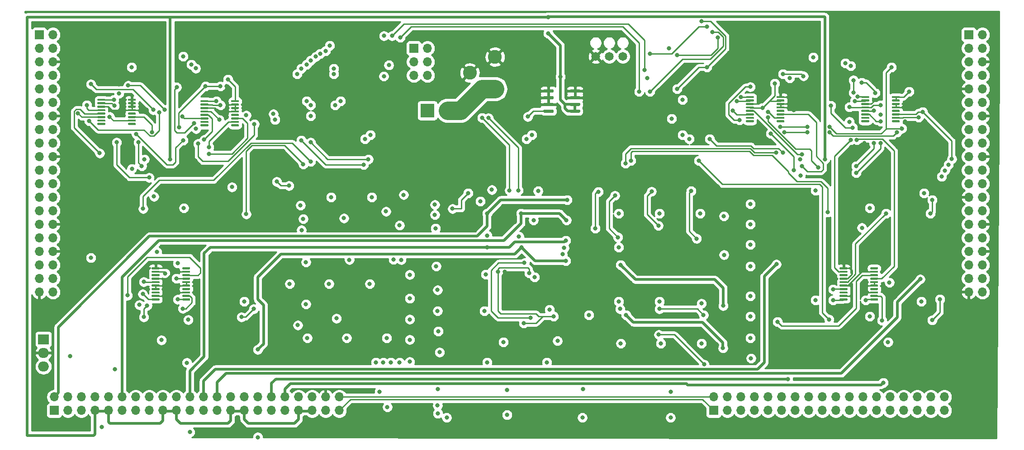
<source format=gbl>
G04 #@! TF.GenerationSoftware,KiCad,Pcbnew,5.1.10*
G04 #@! TF.CreationDate,2021-06-20T21:29:18-04:00*
G04 #@! TF.ProjectId,EVE-PCB-V4,4556452d-5043-4422-9d56-342e6b696361,rev?*
G04 #@! TF.SameCoordinates,Original*
G04 #@! TF.FileFunction,Copper,L4,Bot*
G04 #@! TF.FilePolarity,Positive*
%FSLAX46Y46*%
G04 Gerber Fmt 4.6, Leading zero omitted, Abs format (unit mm)*
G04 Created by KiCad (PCBNEW 5.1.10) date 2021-06-20 21:29:18*
%MOMM*%
%LPD*%
G01*
G04 APERTURE LIST*
G04 #@! TA.AperFunction,ComponentPad*
%ADD10O,1.700000X1.700000*%
G04 #@! TD*
G04 #@! TA.AperFunction,ComponentPad*
%ADD11R,1.700000X1.700000*%
G04 #@! TD*
G04 #@! TA.AperFunction,ComponentPad*
%ADD12R,2.600000X2.600000*%
G04 #@! TD*
G04 #@! TA.AperFunction,ComponentPad*
%ADD13C,2.600000*%
G04 #@! TD*
G04 #@! TA.AperFunction,ComponentPad*
%ADD14R,2.000000X1.905000*%
G04 #@! TD*
G04 #@! TA.AperFunction,ComponentPad*
%ADD15O,2.000000X1.905000*%
G04 #@! TD*
G04 #@! TA.AperFunction,ComponentPad*
%ADD16C,1.650000*%
G04 #@! TD*
G04 #@! TA.AperFunction,ComponentPad*
%ADD17O,2.600000X2.600000*%
G04 #@! TD*
G04 #@! TA.AperFunction,ViaPad*
%ADD18C,0.800000*%
G04 #@! TD*
G04 #@! TA.AperFunction,Conductor*
%ADD19C,0.500000*%
G04 #@! TD*
G04 #@! TA.AperFunction,Conductor*
%ADD20C,0.250000*%
G04 #@! TD*
G04 #@! TA.AperFunction,Conductor*
%ADD21C,3.500000*%
G04 #@! TD*
G04 #@! TA.AperFunction,Conductor*
%ADD22C,0.254000*%
G04 #@! TD*
G04 #@! TA.AperFunction,Conductor*
%ADD23C,0.100000*%
G04 #@! TD*
G04 APERTURE END LIST*
D10*
X232410000Y-82042000D03*
X229870000Y-82042000D03*
X232410000Y-79502000D03*
X229870000Y-79502000D03*
X232410000Y-76962000D03*
X229870000Y-76962000D03*
X232410000Y-74422000D03*
X229870000Y-74422000D03*
X232410000Y-71882000D03*
X229870000Y-71882000D03*
X232410000Y-69342000D03*
X229870000Y-69342000D03*
X232410000Y-66802000D03*
X229870000Y-66802000D03*
X232410000Y-64262000D03*
X229870000Y-64262000D03*
X232410000Y-61722000D03*
X229870000Y-61722000D03*
X232410000Y-59182000D03*
X229870000Y-59182000D03*
X232410000Y-56642000D03*
X229870000Y-56642000D03*
X232410000Y-54102000D03*
X229870000Y-54102000D03*
X232410000Y-51562000D03*
X229870000Y-51562000D03*
X232410000Y-49022000D03*
X229870000Y-49022000D03*
X232410000Y-46482000D03*
X229870000Y-46482000D03*
X232410000Y-43942000D03*
X229870000Y-43942000D03*
X232410000Y-41402000D03*
X229870000Y-41402000D03*
X232410000Y-38862000D03*
X229870000Y-38862000D03*
X232410000Y-36322000D03*
X229870000Y-36322000D03*
X232410000Y-33782000D03*
D11*
X229870000Y-33782000D03*
D12*
X141173200Y-43942000D03*
D13*
X141173200Y-37942000D03*
X136473200Y-40942000D03*
D14*
X56642000Y-90932000D03*
D15*
X56642000Y-93472000D03*
X56642000Y-96012000D03*
D16*
X165100000Y-37846000D03*
X162560000Y-37846000D03*
X160020000Y-37846000D03*
D12*
X128524000Y-48006000D03*
D17*
X132334000Y-48006000D03*
D11*
X55880000Y-33782000D03*
D10*
X58420000Y-33782000D03*
X55880000Y-36322000D03*
X58420000Y-36322000D03*
X55880000Y-38862000D03*
X58420000Y-38862000D03*
X55880000Y-41402000D03*
X58420000Y-41402000D03*
X55880000Y-43942000D03*
X58420000Y-43942000D03*
X55880000Y-46482000D03*
X58420000Y-46482000D03*
X55880000Y-49022000D03*
X58420000Y-49022000D03*
X55880000Y-51562000D03*
X58420000Y-51562000D03*
X55880000Y-54102000D03*
X58420000Y-54102000D03*
X55880000Y-56642000D03*
X58420000Y-56642000D03*
X55880000Y-59182000D03*
X58420000Y-59182000D03*
X55880000Y-61722000D03*
X58420000Y-61722000D03*
X55880000Y-64262000D03*
X58420000Y-64262000D03*
X55880000Y-66802000D03*
X58420000Y-66802000D03*
X55880000Y-69342000D03*
X58420000Y-69342000D03*
X55880000Y-71882000D03*
X58420000Y-71882000D03*
X55880000Y-74422000D03*
X58420000Y-74422000D03*
X55880000Y-76962000D03*
X58420000Y-76962000D03*
X55880000Y-79502000D03*
X58420000Y-79502000D03*
X55880000Y-82042000D03*
X58420000Y-82042000D03*
D11*
X125984000Y-36322000D03*
D10*
X128524000Y-36322000D03*
X125984000Y-38862000D03*
X128524000Y-38862000D03*
X125984000Y-41402000D03*
X128524000Y-41402000D03*
G04 #@! TA.AperFunction,SMDPad,CuDef*
G36*
G01*
X150220000Y-48283000D02*
X150220000Y-47983000D01*
G75*
G02*
X150370000Y-47833000I150000J0D01*
G01*
X152020000Y-47833000D01*
G75*
G02*
X152170000Y-47983000I0J-150000D01*
G01*
X152170000Y-48283000D01*
G75*
G02*
X152020000Y-48433000I-150000J0D01*
G01*
X150370000Y-48433000D01*
G75*
G02*
X150220000Y-48283000I0J150000D01*
G01*
G37*
G04 #@! TD.AperFunction*
G04 #@! TA.AperFunction,SMDPad,CuDef*
G36*
G01*
X150220000Y-47013000D02*
X150220000Y-46713000D01*
G75*
G02*
X150370000Y-46563000I150000J0D01*
G01*
X152020000Y-46563000D01*
G75*
G02*
X152170000Y-46713000I0J-150000D01*
G01*
X152170000Y-47013000D01*
G75*
G02*
X152020000Y-47163000I-150000J0D01*
G01*
X150370000Y-47163000D01*
G75*
G02*
X150220000Y-47013000I0J150000D01*
G01*
G37*
G04 #@! TD.AperFunction*
G04 #@! TA.AperFunction,SMDPad,CuDef*
G36*
G01*
X150220000Y-45743000D02*
X150220000Y-45443000D01*
G75*
G02*
X150370000Y-45293000I150000J0D01*
G01*
X152020000Y-45293000D01*
G75*
G02*
X152170000Y-45443000I0J-150000D01*
G01*
X152170000Y-45743000D01*
G75*
G02*
X152020000Y-45893000I-150000J0D01*
G01*
X150370000Y-45893000D01*
G75*
G02*
X150220000Y-45743000I0J150000D01*
G01*
G37*
G04 #@! TD.AperFunction*
G04 #@! TA.AperFunction,SMDPad,CuDef*
G36*
G01*
X150220000Y-44473000D02*
X150220000Y-44173000D01*
G75*
G02*
X150370000Y-44023000I150000J0D01*
G01*
X152020000Y-44023000D01*
G75*
G02*
X152170000Y-44173000I0J-150000D01*
G01*
X152170000Y-44473000D01*
G75*
G02*
X152020000Y-44623000I-150000J0D01*
G01*
X150370000Y-44623000D01*
G75*
G02*
X150220000Y-44473000I0J150000D01*
G01*
G37*
G04 #@! TD.AperFunction*
G04 #@! TA.AperFunction,SMDPad,CuDef*
G36*
G01*
X155170000Y-44473000D02*
X155170000Y-44173000D01*
G75*
G02*
X155320000Y-44023000I150000J0D01*
G01*
X156970000Y-44023000D01*
G75*
G02*
X157120000Y-44173000I0J-150000D01*
G01*
X157120000Y-44473000D01*
G75*
G02*
X156970000Y-44623000I-150000J0D01*
G01*
X155320000Y-44623000D01*
G75*
G02*
X155170000Y-44473000I0J150000D01*
G01*
G37*
G04 #@! TD.AperFunction*
G04 #@! TA.AperFunction,SMDPad,CuDef*
G36*
G01*
X155170000Y-45743000D02*
X155170000Y-45443000D01*
G75*
G02*
X155320000Y-45293000I150000J0D01*
G01*
X156970000Y-45293000D01*
G75*
G02*
X157120000Y-45443000I0J-150000D01*
G01*
X157120000Y-45743000D01*
G75*
G02*
X156970000Y-45893000I-150000J0D01*
G01*
X155320000Y-45893000D01*
G75*
G02*
X155170000Y-45743000I0J150000D01*
G01*
G37*
G04 #@! TD.AperFunction*
G04 #@! TA.AperFunction,SMDPad,CuDef*
G36*
G01*
X155170000Y-47013000D02*
X155170000Y-46713000D01*
G75*
G02*
X155320000Y-46563000I150000J0D01*
G01*
X156970000Y-46563000D01*
G75*
G02*
X157120000Y-46713000I0J-150000D01*
G01*
X157120000Y-47013000D01*
G75*
G02*
X156970000Y-47163000I-150000J0D01*
G01*
X155320000Y-47163000D01*
G75*
G02*
X155170000Y-47013000I0J150000D01*
G01*
G37*
G04 #@! TD.AperFunction*
G04 #@! TA.AperFunction,SMDPad,CuDef*
G36*
G01*
X155170000Y-48283000D02*
X155170000Y-47983000D01*
G75*
G02*
X155320000Y-47833000I150000J0D01*
G01*
X156970000Y-47833000D01*
G75*
G02*
X157120000Y-47983000I0J-150000D01*
G01*
X157120000Y-48283000D01*
G75*
G02*
X156970000Y-48433000I-150000J0D01*
G01*
X155320000Y-48433000D01*
G75*
G02*
X155170000Y-48283000I0J150000D01*
G01*
G37*
G04 #@! TD.AperFunction*
G04 #@! TA.AperFunction,SMDPad,CuDef*
G36*
G01*
X66758000Y-50635000D02*
X66758000Y-50435000D01*
G75*
G02*
X66858000Y-50335000I100000J0D01*
G01*
X68133000Y-50335000D01*
G75*
G02*
X68233000Y-50435000I0J-100000D01*
G01*
X68233000Y-50635000D01*
G75*
G02*
X68133000Y-50735000I-100000J0D01*
G01*
X66858000Y-50735000D01*
G75*
G02*
X66758000Y-50635000I0J100000D01*
G01*
G37*
G04 #@! TD.AperFunction*
G04 #@! TA.AperFunction,SMDPad,CuDef*
G36*
G01*
X66758000Y-49985000D02*
X66758000Y-49785000D01*
G75*
G02*
X66858000Y-49685000I100000J0D01*
G01*
X68133000Y-49685000D01*
G75*
G02*
X68233000Y-49785000I0J-100000D01*
G01*
X68233000Y-49985000D01*
G75*
G02*
X68133000Y-50085000I-100000J0D01*
G01*
X66858000Y-50085000D01*
G75*
G02*
X66758000Y-49985000I0J100000D01*
G01*
G37*
G04 #@! TD.AperFunction*
G04 #@! TA.AperFunction,SMDPad,CuDef*
G36*
G01*
X66758000Y-49335000D02*
X66758000Y-49135000D01*
G75*
G02*
X66858000Y-49035000I100000J0D01*
G01*
X68133000Y-49035000D01*
G75*
G02*
X68233000Y-49135000I0J-100000D01*
G01*
X68233000Y-49335000D01*
G75*
G02*
X68133000Y-49435000I-100000J0D01*
G01*
X66858000Y-49435000D01*
G75*
G02*
X66758000Y-49335000I0J100000D01*
G01*
G37*
G04 #@! TD.AperFunction*
G04 #@! TA.AperFunction,SMDPad,CuDef*
G36*
G01*
X66758000Y-48685000D02*
X66758000Y-48485000D01*
G75*
G02*
X66858000Y-48385000I100000J0D01*
G01*
X68133000Y-48385000D01*
G75*
G02*
X68233000Y-48485000I0J-100000D01*
G01*
X68233000Y-48685000D01*
G75*
G02*
X68133000Y-48785000I-100000J0D01*
G01*
X66858000Y-48785000D01*
G75*
G02*
X66758000Y-48685000I0J100000D01*
G01*
G37*
G04 #@! TD.AperFunction*
G04 #@! TA.AperFunction,SMDPad,CuDef*
G36*
G01*
X66758000Y-48035000D02*
X66758000Y-47835000D01*
G75*
G02*
X66858000Y-47735000I100000J0D01*
G01*
X68133000Y-47735000D01*
G75*
G02*
X68233000Y-47835000I0J-100000D01*
G01*
X68233000Y-48035000D01*
G75*
G02*
X68133000Y-48135000I-100000J0D01*
G01*
X66858000Y-48135000D01*
G75*
G02*
X66758000Y-48035000I0J100000D01*
G01*
G37*
G04 #@! TD.AperFunction*
G04 #@! TA.AperFunction,SMDPad,CuDef*
G36*
G01*
X66758000Y-47385000D02*
X66758000Y-47185000D01*
G75*
G02*
X66858000Y-47085000I100000J0D01*
G01*
X68133000Y-47085000D01*
G75*
G02*
X68233000Y-47185000I0J-100000D01*
G01*
X68233000Y-47385000D01*
G75*
G02*
X68133000Y-47485000I-100000J0D01*
G01*
X66858000Y-47485000D01*
G75*
G02*
X66758000Y-47385000I0J100000D01*
G01*
G37*
G04 #@! TD.AperFunction*
G04 #@! TA.AperFunction,SMDPad,CuDef*
G36*
G01*
X66758000Y-46735000D02*
X66758000Y-46535000D01*
G75*
G02*
X66858000Y-46435000I100000J0D01*
G01*
X68133000Y-46435000D01*
G75*
G02*
X68233000Y-46535000I0J-100000D01*
G01*
X68233000Y-46735000D01*
G75*
G02*
X68133000Y-46835000I-100000J0D01*
G01*
X66858000Y-46835000D01*
G75*
G02*
X66758000Y-46735000I0J100000D01*
G01*
G37*
G04 #@! TD.AperFunction*
G04 #@! TA.AperFunction,SMDPad,CuDef*
G36*
G01*
X66758000Y-46085000D02*
X66758000Y-45885000D01*
G75*
G02*
X66858000Y-45785000I100000J0D01*
G01*
X68133000Y-45785000D01*
G75*
G02*
X68233000Y-45885000I0J-100000D01*
G01*
X68233000Y-46085000D01*
G75*
G02*
X68133000Y-46185000I-100000J0D01*
G01*
X66858000Y-46185000D01*
G75*
G02*
X66758000Y-46085000I0J100000D01*
G01*
G37*
G04 #@! TD.AperFunction*
G04 #@! TA.AperFunction,SMDPad,CuDef*
G36*
G01*
X72483000Y-46085000D02*
X72483000Y-45885000D01*
G75*
G02*
X72583000Y-45785000I100000J0D01*
G01*
X73858000Y-45785000D01*
G75*
G02*
X73958000Y-45885000I0J-100000D01*
G01*
X73958000Y-46085000D01*
G75*
G02*
X73858000Y-46185000I-100000J0D01*
G01*
X72583000Y-46185000D01*
G75*
G02*
X72483000Y-46085000I0J100000D01*
G01*
G37*
G04 #@! TD.AperFunction*
G04 #@! TA.AperFunction,SMDPad,CuDef*
G36*
G01*
X72483000Y-46735000D02*
X72483000Y-46535000D01*
G75*
G02*
X72583000Y-46435000I100000J0D01*
G01*
X73858000Y-46435000D01*
G75*
G02*
X73958000Y-46535000I0J-100000D01*
G01*
X73958000Y-46735000D01*
G75*
G02*
X73858000Y-46835000I-100000J0D01*
G01*
X72583000Y-46835000D01*
G75*
G02*
X72483000Y-46735000I0J100000D01*
G01*
G37*
G04 #@! TD.AperFunction*
G04 #@! TA.AperFunction,SMDPad,CuDef*
G36*
G01*
X72483000Y-47385000D02*
X72483000Y-47185000D01*
G75*
G02*
X72583000Y-47085000I100000J0D01*
G01*
X73858000Y-47085000D01*
G75*
G02*
X73958000Y-47185000I0J-100000D01*
G01*
X73958000Y-47385000D01*
G75*
G02*
X73858000Y-47485000I-100000J0D01*
G01*
X72583000Y-47485000D01*
G75*
G02*
X72483000Y-47385000I0J100000D01*
G01*
G37*
G04 #@! TD.AperFunction*
G04 #@! TA.AperFunction,SMDPad,CuDef*
G36*
G01*
X72483000Y-48035000D02*
X72483000Y-47835000D01*
G75*
G02*
X72583000Y-47735000I100000J0D01*
G01*
X73858000Y-47735000D01*
G75*
G02*
X73958000Y-47835000I0J-100000D01*
G01*
X73958000Y-48035000D01*
G75*
G02*
X73858000Y-48135000I-100000J0D01*
G01*
X72583000Y-48135000D01*
G75*
G02*
X72483000Y-48035000I0J100000D01*
G01*
G37*
G04 #@! TD.AperFunction*
G04 #@! TA.AperFunction,SMDPad,CuDef*
G36*
G01*
X72483000Y-48685000D02*
X72483000Y-48485000D01*
G75*
G02*
X72583000Y-48385000I100000J0D01*
G01*
X73858000Y-48385000D01*
G75*
G02*
X73958000Y-48485000I0J-100000D01*
G01*
X73958000Y-48685000D01*
G75*
G02*
X73858000Y-48785000I-100000J0D01*
G01*
X72583000Y-48785000D01*
G75*
G02*
X72483000Y-48685000I0J100000D01*
G01*
G37*
G04 #@! TD.AperFunction*
G04 #@! TA.AperFunction,SMDPad,CuDef*
G36*
G01*
X72483000Y-49335000D02*
X72483000Y-49135000D01*
G75*
G02*
X72583000Y-49035000I100000J0D01*
G01*
X73858000Y-49035000D01*
G75*
G02*
X73958000Y-49135000I0J-100000D01*
G01*
X73958000Y-49335000D01*
G75*
G02*
X73858000Y-49435000I-100000J0D01*
G01*
X72583000Y-49435000D01*
G75*
G02*
X72483000Y-49335000I0J100000D01*
G01*
G37*
G04 #@! TD.AperFunction*
G04 #@! TA.AperFunction,SMDPad,CuDef*
G36*
G01*
X72483000Y-49985000D02*
X72483000Y-49785000D01*
G75*
G02*
X72583000Y-49685000I100000J0D01*
G01*
X73858000Y-49685000D01*
G75*
G02*
X73958000Y-49785000I0J-100000D01*
G01*
X73958000Y-49985000D01*
G75*
G02*
X73858000Y-50085000I-100000J0D01*
G01*
X72583000Y-50085000D01*
G75*
G02*
X72483000Y-49985000I0J100000D01*
G01*
G37*
G04 #@! TD.AperFunction*
G04 #@! TA.AperFunction,SMDPad,CuDef*
G36*
G01*
X72483000Y-50635000D02*
X72483000Y-50435000D01*
G75*
G02*
X72583000Y-50335000I100000J0D01*
G01*
X73858000Y-50335000D01*
G75*
G02*
X73958000Y-50435000I0J-100000D01*
G01*
X73958000Y-50635000D01*
G75*
G02*
X73858000Y-50735000I-100000J0D01*
G01*
X72583000Y-50735000D01*
G75*
G02*
X72483000Y-50635000I0J100000D01*
G01*
G37*
G04 #@! TD.AperFunction*
G04 #@! TA.AperFunction,SMDPad,CuDef*
G36*
G01*
X188170000Y-50127000D02*
X188170000Y-49927000D01*
G75*
G02*
X188270000Y-49827000I100000J0D01*
G01*
X189545000Y-49827000D01*
G75*
G02*
X189645000Y-49927000I0J-100000D01*
G01*
X189645000Y-50127000D01*
G75*
G02*
X189545000Y-50227000I-100000J0D01*
G01*
X188270000Y-50227000D01*
G75*
G02*
X188170000Y-50127000I0J100000D01*
G01*
G37*
G04 #@! TD.AperFunction*
G04 #@! TA.AperFunction,SMDPad,CuDef*
G36*
G01*
X188170000Y-49477000D02*
X188170000Y-49277000D01*
G75*
G02*
X188270000Y-49177000I100000J0D01*
G01*
X189545000Y-49177000D01*
G75*
G02*
X189645000Y-49277000I0J-100000D01*
G01*
X189645000Y-49477000D01*
G75*
G02*
X189545000Y-49577000I-100000J0D01*
G01*
X188270000Y-49577000D01*
G75*
G02*
X188170000Y-49477000I0J100000D01*
G01*
G37*
G04 #@! TD.AperFunction*
G04 #@! TA.AperFunction,SMDPad,CuDef*
G36*
G01*
X188170000Y-48827000D02*
X188170000Y-48627000D01*
G75*
G02*
X188270000Y-48527000I100000J0D01*
G01*
X189545000Y-48527000D01*
G75*
G02*
X189645000Y-48627000I0J-100000D01*
G01*
X189645000Y-48827000D01*
G75*
G02*
X189545000Y-48927000I-100000J0D01*
G01*
X188270000Y-48927000D01*
G75*
G02*
X188170000Y-48827000I0J100000D01*
G01*
G37*
G04 #@! TD.AperFunction*
G04 #@! TA.AperFunction,SMDPad,CuDef*
G36*
G01*
X188170000Y-48177000D02*
X188170000Y-47977000D01*
G75*
G02*
X188270000Y-47877000I100000J0D01*
G01*
X189545000Y-47877000D01*
G75*
G02*
X189645000Y-47977000I0J-100000D01*
G01*
X189645000Y-48177000D01*
G75*
G02*
X189545000Y-48277000I-100000J0D01*
G01*
X188270000Y-48277000D01*
G75*
G02*
X188170000Y-48177000I0J100000D01*
G01*
G37*
G04 #@! TD.AperFunction*
G04 #@! TA.AperFunction,SMDPad,CuDef*
G36*
G01*
X188170000Y-47527000D02*
X188170000Y-47327000D01*
G75*
G02*
X188270000Y-47227000I100000J0D01*
G01*
X189545000Y-47227000D01*
G75*
G02*
X189645000Y-47327000I0J-100000D01*
G01*
X189645000Y-47527000D01*
G75*
G02*
X189545000Y-47627000I-100000J0D01*
G01*
X188270000Y-47627000D01*
G75*
G02*
X188170000Y-47527000I0J100000D01*
G01*
G37*
G04 #@! TD.AperFunction*
G04 #@! TA.AperFunction,SMDPad,CuDef*
G36*
G01*
X188170000Y-46877000D02*
X188170000Y-46677000D01*
G75*
G02*
X188270000Y-46577000I100000J0D01*
G01*
X189545000Y-46577000D01*
G75*
G02*
X189645000Y-46677000I0J-100000D01*
G01*
X189645000Y-46877000D01*
G75*
G02*
X189545000Y-46977000I-100000J0D01*
G01*
X188270000Y-46977000D01*
G75*
G02*
X188170000Y-46877000I0J100000D01*
G01*
G37*
G04 #@! TD.AperFunction*
G04 #@! TA.AperFunction,SMDPad,CuDef*
G36*
G01*
X188170000Y-46227000D02*
X188170000Y-46027000D01*
G75*
G02*
X188270000Y-45927000I100000J0D01*
G01*
X189545000Y-45927000D01*
G75*
G02*
X189645000Y-46027000I0J-100000D01*
G01*
X189645000Y-46227000D01*
G75*
G02*
X189545000Y-46327000I-100000J0D01*
G01*
X188270000Y-46327000D01*
G75*
G02*
X188170000Y-46227000I0J100000D01*
G01*
G37*
G04 #@! TD.AperFunction*
G04 #@! TA.AperFunction,SMDPad,CuDef*
G36*
G01*
X188170000Y-45577000D02*
X188170000Y-45377000D01*
G75*
G02*
X188270000Y-45277000I100000J0D01*
G01*
X189545000Y-45277000D01*
G75*
G02*
X189645000Y-45377000I0J-100000D01*
G01*
X189645000Y-45577000D01*
G75*
G02*
X189545000Y-45677000I-100000J0D01*
G01*
X188270000Y-45677000D01*
G75*
G02*
X188170000Y-45577000I0J100000D01*
G01*
G37*
G04 #@! TD.AperFunction*
G04 #@! TA.AperFunction,SMDPad,CuDef*
G36*
G01*
X193895000Y-45577000D02*
X193895000Y-45377000D01*
G75*
G02*
X193995000Y-45277000I100000J0D01*
G01*
X195270000Y-45277000D01*
G75*
G02*
X195370000Y-45377000I0J-100000D01*
G01*
X195370000Y-45577000D01*
G75*
G02*
X195270000Y-45677000I-100000J0D01*
G01*
X193995000Y-45677000D01*
G75*
G02*
X193895000Y-45577000I0J100000D01*
G01*
G37*
G04 #@! TD.AperFunction*
G04 #@! TA.AperFunction,SMDPad,CuDef*
G36*
G01*
X193895000Y-46227000D02*
X193895000Y-46027000D01*
G75*
G02*
X193995000Y-45927000I100000J0D01*
G01*
X195270000Y-45927000D01*
G75*
G02*
X195370000Y-46027000I0J-100000D01*
G01*
X195370000Y-46227000D01*
G75*
G02*
X195270000Y-46327000I-100000J0D01*
G01*
X193995000Y-46327000D01*
G75*
G02*
X193895000Y-46227000I0J100000D01*
G01*
G37*
G04 #@! TD.AperFunction*
G04 #@! TA.AperFunction,SMDPad,CuDef*
G36*
G01*
X193895000Y-46877000D02*
X193895000Y-46677000D01*
G75*
G02*
X193995000Y-46577000I100000J0D01*
G01*
X195270000Y-46577000D01*
G75*
G02*
X195370000Y-46677000I0J-100000D01*
G01*
X195370000Y-46877000D01*
G75*
G02*
X195270000Y-46977000I-100000J0D01*
G01*
X193995000Y-46977000D01*
G75*
G02*
X193895000Y-46877000I0J100000D01*
G01*
G37*
G04 #@! TD.AperFunction*
G04 #@! TA.AperFunction,SMDPad,CuDef*
G36*
G01*
X193895000Y-47527000D02*
X193895000Y-47327000D01*
G75*
G02*
X193995000Y-47227000I100000J0D01*
G01*
X195270000Y-47227000D01*
G75*
G02*
X195370000Y-47327000I0J-100000D01*
G01*
X195370000Y-47527000D01*
G75*
G02*
X195270000Y-47627000I-100000J0D01*
G01*
X193995000Y-47627000D01*
G75*
G02*
X193895000Y-47527000I0J100000D01*
G01*
G37*
G04 #@! TD.AperFunction*
G04 #@! TA.AperFunction,SMDPad,CuDef*
G36*
G01*
X193895000Y-48177000D02*
X193895000Y-47977000D01*
G75*
G02*
X193995000Y-47877000I100000J0D01*
G01*
X195270000Y-47877000D01*
G75*
G02*
X195370000Y-47977000I0J-100000D01*
G01*
X195370000Y-48177000D01*
G75*
G02*
X195270000Y-48277000I-100000J0D01*
G01*
X193995000Y-48277000D01*
G75*
G02*
X193895000Y-48177000I0J100000D01*
G01*
G37*
G04 #@! TD.AperFunction*
G04 #@! TA.AperFunction,SMDPad,CuDef*
G36*
G01*
X193895000Y-48827000D02*
X193895000Y-48627000D01*
G75*
G02*
X193995000Y-48527000I100000J0D01*
G01*
X195270000Y-48527000D01*
G75*
G02*
X195370000Y-48627000I0J-100000D01*
G01*
X195370000Y-48827000D01*
G75*
G02*
X195270000Y-48927000I-100000J0D01*
G01*
X193995000Y-48927000D01*
G75*
G02*
X193895000Y-48827000I0J100000D01*
G01*
G37*
G04 #@! TD.AperFunction*
G04 #@! TA.AperFunction,SMDPad,CuDef*
G36*
G01*
X193895000Y-49477000D02*
X193895000Y-49277000D01*
G75*
G02*
X193995000Y-49177000I100000J0D01*
G01*
X195270000Y-49177000D01*
G75*
G02*
X195370000Y-49277000I0J-100000D01*
G01*
X195370000Y-49477000D01*
G75*
G02*
X195270000Y-49577000I-100000J0D01*
G01*
X193995000Y-49577000D01*
G75*
G02*
X193895000Y-49477000I0J100000D01*
G01*
G37*
G04 #@! TD.AperFunction*
G04 #@! TA.AperFunction,SMDPad,CuDef*
G36*
G01*
X193895000Y-50127000D02*
X193895000Y-49927000D01*
G75*
G02*
X193995000Y-49827000I100000J0D01*
G01*
X195270000Y-49827000D01*
G75*
G02*
X195370000Y-49927000I0J-100000D01*
G01*
X195370000Y-50127000D01*
G75*
G02*
X195270000Y-50227000I-100000J0D01*
G01*
X193995000Y-50227000D01*
G75*
G02*
X193895000Y-50127000I0J100000D01*
G01*
G37*
G04 #@! TD.AperFunction*
G04 #@! TA.AperFunction,SMDPad,CuDef*
G36*
G01*
X91787000Y-50889000D02*
X91787000Y-50689000D01*
G75*
G02*
X91887000Y-50589000I100000J0D01*
G01*
X93162000Y-50589000D01*
G75*
G02*
X93262000Y-50689000I0J-100000D01*
G01*
X93262000Y-50889000D01*
G75*
G02*
X93162000Y-50989000I-100000J0D01*
G01*
X91887000Y-50989000D01*
G75*
G02*
X91787000Y-50889000I0J100000D01*
G01*
G37*
G04 #@! TD.AperFunction*
G04 #@! TA.AperFunction,SMDPad,CuDef*
G36*
G01*
X91787000Y-50239000D02*
X91787000Y-50039000D01*
G75*
G02*
X91887000Y-49939000I100000J0D01*
G01*
X93162000Y-49939000D01*
G75*
G02*
X93262000Y-50039000I0J-100000D01*
G01*
X93262000Y-50239000D01*
G75*
G02*
X93162000Y-50339000I-100000J0D01*
G01*
X91887000Y-50339000D01*
G75*
G02*
X91787000Y-50239000I0J100000D01*
G01*
G37*
G04 #@! TD.AperFunction*
G04 #@! TA.AperFunction,SMDPad,CuDef*
G36*
G01*
X91787000Y-49589000D02*
X91787000Y-49389000D01*
G75*
G02*
X91887000Y-49289000I100000J0D01*
G01*
X93162000Y-49289000D01*
G75*
G02*
X93262000Y-49389000I0J-100000D01*
G01*
X93262000Y-49589000D01*
G75*
G02*
X93162000Y-49689000I-100000J0D01*
G01*
X91887000Y-49689000D01*
G75*
G02*
X91787000Y-49589000I0J100000D01*
G01*
G37*
G04 #@! TD.AperFunction*
G04 #@! TA.AperFunction,SMDPad,CuDef*
G36*
G01*
X91787000Y-48939000D02*
X91787000Y-48739000D01*
G75*
G02*
X91887000Y-48639000I100000J0D01*
G01*
X93162000Y-48639000D01*
G75*
G02*
X93262000Y-48739000I0J-100000D01*
G01*
X93262000Y-48939000D01*
G75*
G02*
X93162000Y-49039000I-100000J0D01*
G01*
X91887000Y-49039000D01*
G75*
G02*
X91787000Y-48939000I0J100000D01*
G01*
G37*
G04 #@! TD.AperFunction*
G04 #@! TA.AperFunction,SMDPad,CuDef*
G36*
G01*
X91787000Y-48289000D02*
X91787000Y-48089000D01*
G75*
G02*
X91887000Y-47989000I100000J0D01*
G01*
X93162000Y-47989000D01*
G75*
G02*
X93262000Y-48089000I0J-100000D01*
G01*
X93262000Y-48289000D01*
G75*
G02*
X93162000Y-48389000I-100000J0D01*
G01*
X91887000Y-48389000D01*
G75*
G02*
X91787000Y-48289000I0J100000D01*
G01*
G37*
G04 #@! TD.AperFunction*
G04 #@! TA.AperFunction,SMDPad,CuDef*
G36*
G01*
X91787000Y-47639000D02*
X91787000Y-47439000D01*
G75*
G02*
X91887000Y-47339000I100000J0D01*
G01*
X93162000Y-47339000D01*
G75*
G02*
X93262000Y-47439000I0J-100000D01*
G01*
X93262000Y-47639000D01*
G75*
G02*
X93162000Y-47739000I-100000J0D01*
G01*
X91887000Y-47739000D01*
G75*
G02*
X91787000Y-47639000I0J100000D01*
G01*
G37*
G04 #@! TD.AperFunction*
G04 #@! TA.AperFunction,SMDPad,CuDef*
G36*
G01*
X91787000Y-46989000D02*
X91787000Y-46789000D01*
G75*
G02*
X91887000Y-46689000I100000J0D01*
G01*
X93162000Y-46689000D01*
G75*
G02*
X93262000Y-46789000I0J-100000D01*
G01*
X93262000Y-46989000D01*
G75*
G02*
X93162000Y-47089000I-100000J0D01*
G01*
X91887000Y-47089000D01*
G75*
G02*
X91787000Y-46989000I0J100000D01*
G01*
G37*
G04 #@! TD.AperFunction*
G04 #@! TA.AperFunction,SMDPad,CuDef*
G36*
G01*
X91787000Y-46339000D02*
X91787000Y-46139000D01*
G75*
G02*
X91887000Y-46039000I100000J0D01*
G01*
X93162000Y-46039000D01*
G75*
G02*
X93262000Y-46139000I0J-100000D01*
G01*
X93262000Y-46339000D01*
G75*
G02*
X93162000Y-46439000I-100000J0D01*
G01*
X91887000Y-46439000D01*
G75*
G02*
X91787000Y-46339000I0J100000D01*
G01*
G37*
G04 #@! TD.AperFunction*
G04 #@! TA.AperFunction,SMDPad,CuDef*
G36*
G01*
X86062000Y-46339000D02*
X86062000Y-46139000D01*
G75*
G02*
X86162000Y-46039000I100000J0D01*
G01*
X87437000Y-46039000D01*
G75*
G02*
X87537000Y-46139000I0J-100000D01*
G01*
X87537000Y-46339000D01*
G75*
G02*
X87437000Y-46439000I-100000J0D01*
G01*
X86162000Y-46439000D01*
G75*
G02*
X86062000Y-46339000I0J100000D01*
G01*
G37*
G04 #@! TD.AperFunction*
G04 #@! TA.AperFunction,SMDPad,CuDef*
G36*
G01*
X86062000Y-46989000D02*
X86062000Y-46789000D01*
G75*
G02*
X86162000Y-46689000I100000J0D01*
G01*
X87437000Y-46689000D01*
G75*
G02*
X87537000Y-46789000I0J-100000D01*
G01*
X87537000Y-46989000D01*
G75*
G02*
X87437000Y-47089000I-100000J0D01*
G01*
X86162000Y-47089000D01*
G75*
G02*
X86062000Y-46989000I0J100000D01*
G01*
G37*
G04 #@! TD.AperFunction*
G04 #@! TA.AperFunction,SMDPad,CuDef*
G36*
G01*
X86062000Y-47639000D02*
X86062000Y-47439000D01*
G75*
G02*
X86162000Y-47339000I100000J0D01*
G01*
X87437000Y-47339000D01*
G75*
G02*
X87537000Y-47439000I0J-100000D01*
G01*
X87537000Y-47639000D01*
G75*
G02*
X87437000Y-47739000I-100000J0D01*
G01*
X86162000Y-47739000D01*
G75*
G02*
X86062000Y-47639000I0J100000D01*
G01*
G37*
G04 #@! TD.AperFunction*
G04 #@! TA.AperFunction,SMDPad,CuDef*
G36*
G01*
X86062000Y-48289000D02*
X86062000Y-48089000D01*
G75*
G02*
X86162000Y-47989000I100000J0D01*
G01*
X87437000Y-47989000D01*
G75*
G02*
X87537000Y-48089000I0J-100000D01*
G01*
X87537000Y-48289000D01*
G75*
G02*
X87437000Y-48389000I-100000J0D01*
G01*
X86162000Y-48389000D01*
G75*
G02*
X86062000Y-48289000I0J100000D01*
G01*
G37*
G04 #@! TD.AperFunction*
G04 #@! TA.AperFunction,SMDPad,CuDef*
G36*
G01*
X86062000Y-48939000D02*
X86062000Y-48739000D01*
G75*
G02*
X86162000Y-48639000I100000J0D01*
G01*
X87437000Y-48639000D01*
G75*
G02*
X87537000Y-48739000I0J-100000D01*
G01*
X87537000Y-48939000D01*
G75*
G02*
X87437000Y-49039000I-100000J0D01*
G01*
X86162000Y-49039000D01*
G75*
G02*
X86062000Y-48939000I0J100000D01*
G01*
G37*
G04 #@! TD.AperFunction*
G04 #@! TA.AperFunction,SMDPad,CuDef*
G36*
G01*
X86062000Y-49589000D02*
X86062000Y-49389000D01*
G75*
G02*
X86162000Y-49289000I100000J0D01*
G01*
X87437000Y-49289000D01*
G75*
G02*
X87537000Y-49389000I0J-100000D01*
G01*
X87537000Y-49589000D01*
G75*
G02*
X87437000Y-49689000I-100000J0D01*
G01*
X86162000Y-49689000D01*
G75*
G02*
X86062000Y-49589000I0J100000D01*
G01*
G37*
G04 #@! TD.AperFunction*
G04 #@! TA.AperFunction,SMDPad,CuDef*
G36*
G01*
X86062000Y-50239000D02*
X86062000Y-50039000D01*
G75*
G02*
X86162000Y-49939000I100000J0D01*
G01*
X87437000Y-49939000D01*
G75*
G02*
X87537000Y-50039000I0J-100000D01*
G01*
X87537000Y-50239000D01*
G75*
G02*
X87437000Y-50339000I-100000J0D01*
G01*
X86162000Y-50339000D01*
G75*
G02*
X86062000Y-50239000I0J100000D01*
G01*
G37*
G04 #@! TD.AperFunction*
G04 #@! TA.AperFunction,SMDPad,CuDef*
G36*
G01*
X86062000Y-50889000D02*
X86062000Y-50689000D01*
G75*
G02*
X86162000Y-50589000I100000J0D01*
G01*
X87437000Y-50589000D01*
G75*
G02*
X87537000Y-50689000I0J-100000D01*
G01*
X87537000Y-50889000D01*
G75*
G02*
X87437000Y-50989000I-100000J0D01*
G01*
X86162000Y-50989000D01*
G75*
G02*
X86062000Y-50889000I0J100000D01*
G01*
G37*
G04 #@! TD.AperFunction*
G04 #@! TA.AperFunction,SMDPad,CuDef*
G36*
G01*
X215485000Y-50127000D02*
X215485000Y-49927000D01*
G75*
G02*
X215585000Y-49827000I100000J0D01*
G01*
X216860000Y-49827000D01*
G75*
G02*
X216960000Y-49927000I0J-100000D01*
G01*
X216960000Y-50127000D01*
G75*
G02*
X216860000Y-50227000I-100000J0D01*
G01*
X215585000Y-50227000D01*
G75*
G02*
X215485000Y-50127000I0J100000D01*
G01*
G37*
G04 #@! TD.AperFunction*
G04 #@! TA.AperFunction,SMDPad,CuDef*
G36*
G01*
X215485000Y-49477000D02*
X215485000Y-49277000D01*
G75*
G02*
X215585000Y-49177000I100000J0D01*
G01*
X216860000Y-49177000D01*
G75*
G02*
X216960000Y-49277000I0J-100000D01*
G01*
X216960000Y-49477000D01*
G75*
G02*
X216860000Y-49577000I-100000J0D01*
G01*
X215585000Y-49577000D01*
G75*
G02*
X215485000Y-49477000I0J100000D01*
G01*
G37*
G04 #@! TD.AperFunction*
G04 #@! TA.AperFunction,SMDPad,CuDef*
G36*
G01*
X215485000Y-48827000D02*
X215485000Y-48627000D01*
G75*
G02*
X215585000Y-48527000I100000J0D01*
G01*
X216860000Y-48527000D01*
G75*
G02*
X216960000Y-48627000I0J-100000D01*
G01*
X216960000Y-48827000D01*
G75*
G02*
X216860000Y-48927000I-100000J0D01*
G01*
X215585000Y-48927000D01*
G75*
G02*
X215485000Y-48827000I0J100000D01*
G01*
G37*
G04 #@! TD.AperFunction*
G04 #@! TA.AperFunction,SMDPad,CuDef*
G36*
G01*
X215485000Y-48177000D02*
X215485000Y-47977000D01*
G75*
G02*
X215585000Y-47877000I100000J0D01*
G01*
X216860000Y-47877000D01*
G75*
G02*
X216960000Y-47977000I0J-100000D01*
G01*
X216960000Y-48177000D01*
G75*
G02*
X216860000Y-48277000I-100000J0D01*
G01*
X215585000Y-48277000D01*
G75*
G02*
X215485000Y-48177000I0J100000D01*
G01*
G37*
G04 #@! TD.AperFunction*
G04 #@! TA.AperFunction,SMDPad,CuDef*
G36*
G01*
X215485000Y-47527000D02*
X215485000Y-47327000D01*
G75*
G02*
X215585000Y-47227000I100000J0D01*
G01*
X216860000Y-47227000D01*
G75*
G02*
X216960000Y-47327000I0J-100000D01*
G01*
X216960000Y-47527000D01*
G75*
G02*
X216860000Y-47627000I-100000J0D01*
G01*
X215585000Y-47627000D01*
G75*
G02*
X215485000Y-47527000I0J100000D01*
G01*
G37*
G04 #@! TD.AperFunction*
G04 #@! TA.AperFunction,SMDPad,CuDef*
G36*
G01*
X215485000Y-46877000D02*
X215485000Y-46677000D01*
G75*
G02*
X215585000Y-46577000I100000J0D01*
G01*
X216860000Y-46577000D01*
G75*
G02*
X216960000Y-46677000I0J-100000D01*
G01*
X216960000Y-46877000D01*
G75*
G02*
X216860000Y-46977000I-100000J0D01*
G01*
X215585000Y-46977000D01*
G75*
G02*
X215485000Y-46877000I0J100000D01*
G01*
G37*
G04 #@! TD.AperFunction*
G04 #@! TA.AperFunction,SMDPad,CuDef*
G36*
G01*
X215485000Y-46227000D02*
X215485000Y-46027000D01*
G75*
G02*
X215585000Y-45927000I100000J0D01*
G01*
X216860000Y-45927000D01*
G75*
G02*
X216960000Y-46027000I0J-100000D01*
G01*
X216960000Y-46227000D01*
G75*
G02*
X216860000Y-46327000I-100000J0D01*
G01*
X215585000Y-46327000D01*
G75*
G02*
X215485000Y-46227000I0J100000D01*
G01*
G37*
G04 #@! TD.AperFunction*
G04 #@! TA.AperFunction,SMDPad,CuDef*
G36*
G01*
X215485000Y-45577000D02*
X215485000Y-45377000D01*
G75*
G02*
X215585000Y-45277000I100000J0D01*
G01*
X216860000Y-45277000D01*
G75*
G02*
X216960000Y-45377000I0J-100000D01*
G01*
X216960000Y-45577000D01*
G75*
G02*
X216860000Y-45677000I-100000J0D01*
G01*
X215585000Y-45677000D01*
G75*
G02*
X215485000Y-45577000I0J100000D01*
G01*
G37*
G04 #@! TD.AperFunction*
G04 #@! TA.AperFunction,SMDPad,CuDef*
G36*
G01*
X209760000Y-45577000D02*
X209760000Y-45377000D01*
G75*
G02*
X209860000Y-45277000I100000J0D01*
G01*
X211135000Y-45277000D01*
G75*
G02*
X211235000Y-45377000I0J-100000D01*
G01*
X211235000Y-45577000D01*
G75*
G02*
X211135000Y-45677000I-100000J0D01*
G01*
X209860000Y-45677000D01*
G75*
G02*
X209760000Y-45577000I0J100000D01*
G01*
G37*
G04 #@! TD.AperFunction*
G04 #@! TA.AperFunction,SMDPad,CuDef*
G36*
G01*
X209760000Y-46227000D02*
X209760000Y-46027000D01*
G75*
G02*
X209860000Y-45927000I100000J0D01*
G01*
X211135000Y-45927000D01*
G75*
G02*
X211235000Y-46027000I0J-100000D01*
G01*
X211235000Y-46227000D01*
G75*
G02*
X211135000Y-46327000I-100000J0D01*
G01*
X209860000Y-46327000D01*
G75*
G02*
X209760000Y-46227000I0J100000D01*
G01*
G37*
G04 #@! TD.AperFunction*
G04 #@! TA.AperFunction,SMDPad,CuDef*
G36*
G01*
X209760000Y-46877000D02*
X209760000Y-46677000D01*
G75*
G02*
X209860000Y-46577000I100000J0D01*
G01*
X211135000Y-46577000D01*
G75*
G02*
X211235000Y-46677000I0J-100000D01*
G01*
X211235000Y-46877000D01*
G75*
G02*
X211135000Y-46977000I-100000J0D01*
G01*
X209860000Y-46977000D01*
G75*
G02*
X209760000Y-46877000I0J100000D01*
G01*
G37*
G04 #@! TD.AperFunction*
G04 #@! TA.AperFunction,SMDPad,CuDef*
G36*
G01*
X209760000Y-47527000D02*
X209760000Y-47327000D01*
G75*
G02*
X209860000Y-47227000I100000J0D01*
G01*
X211135000Y-47227000D01*
G75*
G02*
X211235000Y-47327000I0J-100000D01*
G01*
X211235000Y-47527000D01*
G75*
G02*
X211135000Y-47627000I-100000J0D01*
G01*
X209860000Y-47627000D01*
G75*
G02*
X209760000Y-47527000I0J100000D01*
G01*
G37*
G04 #@! TD.AperFunction*
G04 #@! TA.AperFunction,SMDPad,CuDef*
G36*
G01*
X209760000Y-48177000D02*
X209760000Y-47977000D01*
G75*
G02*
X209860000Y-47877000I100000J0D01*
G01*
X211135000Y-47877000D01*
G75*
G02*
X211235000Y-47977000I0J-100000D01*
G01*
X211235000Y-48177000D01*
G75*
G02*
X211135000Y-48277000I-100000J0D01*
G01*
X209860000Y-48277000D01*
G75*
G02*
X209760000Y-48177000I0J100000D01*
G01*
G37*
G04 #@! TD.AperFunction*
G04 #@! TA.AperFunction,SMDPad,CuDef*
G36*
G01*
X209760000Y-48827000D02*
X209760000Y-48627000D01*
G75*
G02*
X209860000Y-48527000I100000J0D01*
G01*
X211135000Y-48527000D01*
G75*
G02*
X211235000Y-48627000I0J-100000D01*
G01*
X211235000Y-48827000D01*
G75*
G02*
X211135000Y-48927000I-100000J0D01*
G01*
X209860000Y-48927000D01*
G75*
G02*
X209760000Y-48827000I0J100000D01*
G01*
G37*
G04 #@! TD.AperFunction*
G04 #@! TA.AperFunction,SMDPad,CuDef*
G36*
G01*
X209760000Y-49477000D02*
X209760000Y-49277000D01*
G75*
G02*
X209860000Y-49177000I100000J0D01*
G01*
X211135000Y-49177000D01*
G75*
G02*
X211235000Y-49277000I0J-100000D01*
G01*
X211235000Y-49477000D01*
G75*
G02*
X211135000Y-49577000I-100000J0D01*
G01*
X209860000Y-49577000D01*
G75*
G02*
X209760000Y-49477000I0J100000D01*
G01*
G37*
G04 #@! TD.AperFunction*
G04 #@! TA.AperFunction,SMDPad,CuDef*
G36*
G01*
X209760000Y-50127000D02*
X209760000Y-49927000D01*
G75*
G02*
X209860000Y-49827000I100000J0D01*
G01*
X211135000Y-49827000D01*
G75*
G02*
X211235000Y-49927000I0J-100000D01*
G01*
X211235000Y-50127000D01*
G75*
G02*
X211135000Y-50227000I-100000J0D01*
G01*
X209860000Y-50227000D01*
G75*
G02*
X209760000Y-50127000I0J100000D01*
G01*
G37*
G04 #@! TD.AperFunction*
G04 #@! TA.AperFunction,SMDPad,CuDef*
G36*
G01*
X76918000Y-83543000D02*
X76918000Y-83343000D01*
G75*
G02*
X77018000Y-83243000I100000J0D01*
G01*
X78293000Y-83243000D01*
G75*
G02*
X78393000Y-83343000I0J-100000D01*
G01*
X78393000Y-83543000D01*
G75*
G02*
X78293000Y-83643000I-100000J0D01*
G01*
X77018000Y-83643000D01*
G75*
G02*
X76918000Y-83543000I0J100000D01*
G01*
G37*
G04 #@! TD.AperFunction*
G04 #@! TA.AperFunction,SMDPad,CuDef*
G36*
G01*
X76918000Y-82893000D02*
X76918000Y-82693000D01*
G75*
G02*
X77018000Y-82593000I100000J0D01*
G01*
X78293000Y-82593000D01*
G75*
G02*
X78393000Y-82693000I0J-100000D01*
G01*
X78393000Y-82893000D01*
G75*
G02*
X78293000Y-82993000I-100000J0D01*
G01*
X77018000Y-82993000D01*
G75*
G02*
X76918000Y-82893000I0J100000D01*
G01*
G37*
G04 #@! TD.AperFunction*
G04 #@! TA.AperFunction,SMDPad,CuDef*
G36*
G01*
X76918000Y-82243000D02*
X76918000Y-82043000D01*
G75*
G02*
X77018000Y-81943000I100000J0D01*
G01*
X78293000Y-81943000D01*
G75*
G02*
X78393000Y-82043000I0J-100000D01*
G01*
X78393000Y-82243000D01*
G75*
G02*
X78293000Y-82343000I-100000J0D01*
G01*
X77018000Y-82343000D01*
G75*
G02*
X76918000Y-82243000I0J100000D01*
G01*
G37*
G04 #@! TD.AperFunction*
G04 #@! TA.AperFunction,SMDPad,CuDef*
G36*
G01*
X76918000Y-81593000D02*
X76918000Y-81393000D01*
G75*
G02*
X77018000Y-81293000I100000J0D01*
G01*
X78293000Y-81293000D01*
G75*
G02*
X78393000Y-81393000I0J-100000D01*
G01*
X78393000Y-81593000D01*
G75*
G02*
X78293000Y-81693000I-100000J0D01*
G01*
X77018000Y-81693000D01*
G75*
G02*
X76918000Y-81593000I0J100000D01*
G01*
G37*
G04 #@! TD.AperFunction*
G04 #@! TA.AperFunction,SMDPad,CuDef*
G36*
G01*
X76918000Y-80943000D02*
X76918000Y-80743000D01*
G75*
G02*
X77018000Y-80643000I100000J0D01*
G01*
X78293000Y-80643000D01*
G75*
G02*
X78393000Y-80743000I0J-100000D01*
G01*
X78393000Y-80943000D01*
G75*
G02*
X78293000Y-81043000I-100000J0D01*
G01*
X77018000Y-81043000D01*
G75*
G02*
X76918000Y-80943000I0J100000D01*
G01*
G37*
G04 #@! TD.AperFunction*
G04 #@! TA.AperFunction,SMDPad,CuDef*
G36*
G01*
X76918000Y-80293000D02*
X76918000Y-80093000D01*
G75*
G02*
X77018000Y-79993000I100000J0D01*
G01*
X78293000Y-79993000D01*
G75*
G02*
X78393000Y-80093000I0J-100000D01*
G01*
X78393000Y-80293000D01*
G75*
G02*
X78293000Y-80393000I-100000J0D01*
G01*
X77018000Y-80393000D01*
G75*
G02*
X76918000Y-80293000I0J100000D01*
G01*
G37*
G04 #@! TD.AperFunction*
G04 #@! TA.AperFunction,SMDPad,CuDef*
G36*
G01*
X76918000Y-79643000D02*
X76918000Y-79443000D01*
G75*
G02*
X77018000Y-79343000I100000J0D01*
G01*
X78293000Y-79343000D01*
G75*
G02*
X78393000Y-79443000I0J-100000D01*
G01*
X78393000Y-79643000D01*
G75*
G02*
X78293000Y-79743000I-100000J0D01*
G01*
X77018000Y-79743000D01*
G75*
G02*
X76918000Y-79643000I0J100000D01*
G01*
G37*
G04 #@! TD.AperFunction*
G04 #@! TA.AperFunction,SMDPad,CuDef*
G36*
G01*
X76918000Y-78993000D02*
X76918000Y-78793000D01*
G75*
G02*
X77018000Y-78693000I100000J0D01*
G01*
X78293000Y-78693000D01*
G75*
G02*
X78393000Y-78793000I0J-100000D01*
G01*
X78393000Y-78993000D01*
G75*
G02*
X78293000Y-79093000I-100000J0D01*
G01*
X77018000Y-79093000D01*
G75*
G02*
X76918000Y-78993000I0J100000D01*
G01*
G37*
G04 #@! TD.AperFunction*
G04 #@! TA.AperFunction,SMDPad,CuDef*
G36*
G01*
X76918000Y-78343000D02*
X76918000Y-78143000D01*
G75*
G02*
X77018000Y-78043000I100000J0D01*
G01*
X78293000Y-78043000D01*
G75*
G02*
X78393000Y-78143000I0J-100000D01*
G01*
X78393000Y-78343000D01*
G75*
G02*
X78293000Y-78443000I-100000J0D01*
G01*
X77018000Y-78443000D01*
G75*
G02*
X76918000Y-78343000I0J100000D01*
G01*
G37*
G04 #@! TD.AperFunction*
G04 #@! TA.AperFunction,SMDPad,CuDef*
G36*
G01*
X76918000Y-77693000D02*
X76918000Y-77493000D01*
G75*
G02*
X77018000Y-77393000I100000J0D01*
G01*
X78293000Y-77393000D01*
G75*
G02*
X78393000Y-77493000I0J-100000D01*
G01*
X78393000Y-77693000D01*
G75*
G02*
X78293000Y-77793000I-100000J0D01*
G01*
X77018000Y-77793000D01*
G75*
G02*
X76918000Y-77693000I0J100000D01*
G01*
G37*
G04 #@! TD.AperFunction*
G04 #@! TA.AperFunction,SMDPad,CuDef*
G36*
G01*
X82643000Y-77693000D02*
X82643000Y-77493000D01*
G75*
G02*
X82743000Y-77393000I100000J0D01*
G01*
X84018000Y-77393000D01*
G75*
G02*
X84118000Y-77493000I0J-100000D01*
G01*
X84118000Y-77693000D01*
G75*
G02*
X84018000Y-77793000I-100000J0D01*
G01*
X82743000Y-77793000D01*
G75*
G02*
X82643000Y-77693000I0J100000D01*
G01*
G37*
G04 #@! TD.AperFunction*
G04 #@! TA.AperFunction,SMDPad,CuDef*
G36*
G01*
X82643000Y-78343000D02*
X82643000Y-78143000D01*
G75*
G02*
X82743000Y-78043000I100000J0D01*
G01*
X84018000Y-78043000D01*
G75*
G02*
X84118000Y-78143000I0J-100000D01*
G01*
X84118000Y-78343000D01*
G75*
G02*
X84018000Y-78443000I-100000J0D01*
G01*
X82743000Y-78443000D01*
G75*
G02*
X82643000Y-78343000I0J100000D01*
G01*
G37*
G04 #@! TD.AperFunction*
G04 #@! TA.AperFunction,SMDPad,CuDef*
G36*
G01*
X82643000Y-78993000D02*
X82643000Y-78793000D01*
G75*
G02*
X82743000Y-78693000I100000J0D01*
G01*
X84018000Y-78693000D01*
G75*
G02*
X84118000Y-78793000I0J-100000D01*
G01*
X84118000Y-78993000D01*
G75*
G02*
X84018000Y-79093000I-100000J0D01*
G01*
X82743000Y-79093000D01*
G75*
G02*
X82643000Y-78993000I0J100000D01*
G01*
G37*
G04 #@! TD.AperFunction*
G04 #@! TA.AperFunction,SMDPad,CuDef*
G36*
G01*
X82643000Y-79643000D02*
X82643000Y-79443000D01*
G75*
G02*
X82743000Y-79343000I100000J0D01*
G01*
X84018000Y-79343000D01*
G75*
G02*
X84118000Y-79443000I0J-100000D01*
G01*
X84118000Y-79643000D01*
G75*
G02*
X84018000Y-79743000I-100000J0D01*
G01*
X82743000Y-79743000D01*
G75*
G02*
X82643000Y-79643000I0J100000D01*
G01*
G37*
G04 #@! TD.AperFunction*
G04 #@! TA.AperFunction,SMDPad,CuDef*
G36*
G01*
X82643000Y-80293000D02*
X82643000Y-80093000D01*
G75*
G02*
X82743000Y-79993000I100000J0D01*
G01*
X84018000Y-79993000D01*
G75*
G02*
X84118000Y-80093000I0J-100000D01*
G01*
X84118000Y-80293000D01*
G75*
G02*
X84018000Y-80393000I-100000J0D01*
G01*
X82743000Y-80393000D01*
G75*
G02*
X82643000Y-80293000I0J100000D01*
G01*
G37*
G04 #@! TD.AperFunction*
G04 #@! TA.AperFunction,SMDPad,CuDef*
G36*
G01*
X82643000Y-80943000D02*
X82643000Y-80743000D01*
G75*
G02*
X82743000Y-80643000I100000J0D01*
G01*
X84018000Y-80643000D01*
G75*
G02*
X84118000Y-80743000I0J-100000D01*
G01*
X84118000Y-80943000D01*
G75*
G02*
X84018000Y-81043000I-100000J0D01*
G01*
X82743000Y-81043000D01*
G75*
G02*
X82643000Y-80943000I0J100000D01*
G01*
G37*
G04 #@! TD.AperFunction*
G04 #@! TA.AperFunction,SMDPad,CuDef*
G36*
G01*
X82643000Y-81593000D02*
X82643000Y-81393000D01*
G75*
G02*
X82743000Y-81293000I100000J0D01*
G01*
X84018000Y-81293000D01*
G75*
G02*
X84118000Y-81393000I0J-100000D01*
G01*
X84118000Y-81593000D01*
G75*
G02*
X84018000Y-81693000I-100000J0D01*
G01*
X82743000Y-81693000D01*
G75*
G02*
X82643000Y-81593000I0J100000D01*
G01*
G37*
G04 #@! TD.AperFunction*
G04 #@! TA.AperFunction,SMDPad,CuDef*
G36*
G01*
X82643000Y-82243000D02*
X82643000Y-82043000D01*
G75*
G02*
X82743000Y-81943000I100000J0D01*
G01*
X84018000Y-81943000D01*
G75*
G02*
X84118000Y-82043000I0J-100000D01*
G01*
X84118000Y-82243000D01*
G75*
G02*
X84018000Y-82343000I-100000J0D01*
G01*
X82743000Y-82343000D01*
G75*
G02*
X82643000Y-82243000I0J100000D01*
G01*
G37*
G04 #@! TD.AperFunction*
G04 #@! TA.AperFunction,SMDPad,CuDef*
G36*
G01*
X82643000Y-82893000D02*
X82643000Y-82693000D01*
G75*
G02*
X82743000Y-82593000I100000J0D01*
G01*
X84018000Y-82593000D01*
G75*
G02*
X84118000Y-82693000I0J-100000D01*
G01*
X84118000Y-82893000D01*
G75*
G02*
X84018000Y-82993000I-100000J0D01*
G01*
X82743000Y-82993000D01*
G75*
G02*
X82643000Y-82893000I0J100000D01*
G01*
G37*
G04 #@! TD.AperFunction*
G04 #@! TA.AperFunction,SMDPad,CuDef*
G36*
G01*
X82643000Y-83543000D02*
X82643000Y-83343000D01*
G75*
G02*
X82743000Y-83243000I100000J0D01*
G01*
X84018000Y-83243000D01*
G75*
G02*
X84118000Y-83343000I0J-100000D01*
G01*
X84118000Y-83543000D01*
G75*
G02*
X84018000Y-83643000I-100000J0D01*
G01*
X82743000Y-83643000D01*
G75*
G02*
X82643000Y-83543000I0J100000D01*
G01*
G37*
G04 #@! TD.AperFunction*
G04 #@! TA.AperFunction,SMDPad,CuDef*
G36*
G01*
X205696000Y-83543000D02*
X205696000Y-83343000D01*
G75*
G02*
X205796000Y-83243000I100000J0D01*
G01*
X207071000Y-83243000D01*
G75*
G02*
X207171000Y-83343000I0J-100000D01*
G01*
X207171000Y-83543000D01*
G75*
G02*
X207071000Y-83643000I-100000J0D01*
G01*
X205796000Y-83643000D01*
G75*
G02*
X205696000Y-83543000I0J100000D01*
G01*
G37*
G04 #@! TD.AperFunction*
G04 #@! TA.AperFunction,SMDPad,CuDef*
G36*
G01*
X205696000Y-82893000D02*
X205696000Y-82693000D01*
G75*
G02*
X205796000Y-82593000I100000J0D01*
G01*
X207071000Y-82593000D01*
G75*
G02*
X207171000Y-82693000I0J-100000D01*
G01*
X207171000Y-82893000D01*
G75*
G02*
X207071000Y-82993000I-100000J0D01*
G01*
X205796000Y-82993000D01*
G75*
G02*
X205696000Y-82893000I0J100000D01*
G01*
G37*
G04 #@! TD.AperFunction*
G04 #@! TA.AperFunction,SMDPad,CuDef*
G36*
G01*
X205696000Y-82243000D02*
X205696000Y-82043000D01*
G75*
G02*
X205796000Y-81943000I100000J0D01*
G01*
X207071000Y-81943000D01*
G75*
G02*
X207171000Y-82043000I0J-100000D01*
G01*
X207171000Y-82243000D01*
G75*
G02*
X207071000Y-82343000I-100000J0D01*
G01*
X205796000Y-82343000D01*
G75*
G02*
X205696000Y-82243000I0J100000D01*
G01*
G37*
G04 #@! TD.AperFunction*
G04 #@! TA.AperFunction,SMDPad,CuDef*
G36*
G01*
X205696000Y-81593000D02*
X205696000Y-81393000D01*
G75*
G02*
X205796000Y-81293000I100000J0D01*
G01*
X207071000Y-81293000D01*
G75*
G02*
X207171000Y-81393000I0J-100000D01*
G01*
X207171000Y-81593000D01*
G75*
G02*
X207071000Y-81693000I-100000J0D01*
G01*
X205796000Y-81693000D01*
G75*
G02*
X205696000Y-81593000I0J100000D01*
G01*
G37*
G04 #@! TD.AperFunction*
G04 #@! TA.AperFunction,SMDPad,CuDef*
G36*
G01*
X205696000Y-80943000D02*
X205696000Y-80743000D01*
G75*
G02*
X205796000Y-80643000I100000J0D01*
G01*
X207071000Y-80643000D01*
G75*
G02*
X207171000Y-80743000I0J-100000D01*
G01*
X207171000Y-80943000D01*
G75*
G02*
X207071000Y-81043000I-100000J0D01*
G01*
X205796000Y-81043000D01*
G75*
G02*
X205696000Y-80943000I0J100000D01*
G01*
G37*
G04 #@! TD.AperFunction*
G04 #@! TA.AperFunction,SMDPad,CuDef*
G36*
G01*
X205696000Y-80293000D02*
X205696000Y-80093000D01*
G75*
G02*
X205796000Y-79993000I100000J0D01*
G01*
X207071000Y-79993000D01*
G75*
G02*
X207171000Y-80093000I0J-100000D01*
G01*
X207171000Y-80293000D01*
G75*
G02*
X207071000Y-80393000I-100000J0D01*
G01*
X205796000Y-80393000D01*
G75*
G02*
X205696000Y-80293000I0J100000D01*
G01*
G37*
G04 #@! TD.AperFunction*
G04 #@! TA.AperFunction,SMDPad,CuDef*
G36*
G01*
X205696000Y-79643000D02*
X205696000Y-79443000D01*
G75*
G02*
X205796000Y-79343000I100000J0D01*
G01*
X207071000Y-79343000D01*
G75*
G02*
X207171000Y-79443000I0J-100000D01*
G01*
X207171000Y-79643000D01*
G75*
G02*
X207071000Y-79743000I-100000J0D01*
G01*
X205796000Y-79743000D01*
G75*
G02*
X205696000Y-79643000I0J100000D01*
G01*
G37*
G04 #@! TD.AperFunction*
G04 #@! TA.AperFunction,SMDPad,CuDef*
G36*
G01*
X205696000Y-78993000D02*
X205696000Y-78793000D01*
G75*
G02*
X205796000Y-78693000I100000J0D01*
G01*
X207071000Y-78693000D01*
G75*
G02*
X207171000Y-78793000I0J-100000D01*
G01*
X207171000Y-78993000D01*
G75*
G02*
X207071000Y-79093000I-100000J0D01*
G01*
X205796000Y-79093000D01*
G75*
G02*
X205696000Y-78993000I0J100000D01*
G01*
G37*
G04 #@! TD.AperFunction*
G04 #@! TA.AperFunction,SMDPad,CuDef*
G36*
G01*
X205696000Y-78343000D02*
X205696000Y-78143000D01*
G75*
G02*
X205796000Y-78043000I100000J0D01*
G01*
X207071000Y-78043000D01*
G75*
G02*
X207171000Y-78143000I0J-100000D01*
G01*
X207171000Y-78343000D01*
G75*
G02*
X207071000Y-78443000I-100000J0D01*
G01*
X205796000Y-78443000D01*
G75*
G02*
X205696000Y-78343000I0J100000D01*
G01*
G37*
G04 #@! TD.AperFunction*
G04 #@! TA.AperFunction,SMDPad,CuDef*
G36*
G01*
X205696000Y-77693000D02*
X205696000Y-77493000D01*
G75*
G02*
X205796000Y-77393000I100000J0D01*
G01*
X207071000Y-77393000D01*
G75*
G02*
X207171000Y-77493000I0J-100000D01*
G01*
X207171000Y-77693000D01*
G75*
G02*
X207071000Y-77793000I-100000J0D01*
G01*
X205796000Y-77793000D01*
G75*
G02*
X205696000Y-77693000I0J100000D01*
G01*
G37*
G04 #@! TD.AperFunction*
G04 #@! TA.AperFunction,SMDPad,CuDef*
G36*
G01*
X211421000Y-77693000D02*
X211421000Y-77493000D01*
G75*
G02*
X211521000Y-77393000I100000J0D01*
G01*
X212796000Y-77393000D01*
G75*
G02*
X212896000Y-77493000I0J-100000D01*
G01*
X212896000Y-77693000D01*
G75*
G02*
X212796000Y-77793000I-100000J0D01*
G01*
X211521000Y-77793000D01*
G75*
G02*
X211421000Y-77693000I0J100000D01*
G01*
G37*
G04 #@! TD.AperFunction*
G04 #@! TA.AperFunction,SMDPad,CuDef*
G36*
G01*
X211421000Y-78343000D02*
X211421000Y-78143000D01*
G75*
G02*
X211521000Y-78043000I100000J0D01*
G01*
X212796000Y-78043000D01*
G75*
G02*
X212896000Y-78143000I0J-100000D01*
G01*
X212896000Y-78343000D01*
G75*
G02*
X212796000Y-78443000I-100000J0D01*
G01*
X211521000Y-78443000D01*
G75*
G02*
X211421000Y-78343000I0J100000D01*
G01*
G37*
G04 #@! TD.AperFunction*
G04 #@! TA.AperFunction,SMDPad,CuDef*
G36*
G01*
X211421000Y-78993000D02*
X211421000Y-78793000D01*
G75*
G02*
X211521000Y-78693000I100000J0D01*
G01*
X212796000Y-78693000D01*
G75*
G02*
X212896000Y-78793000I0J-100000D01*
G01*
X212896000Y-78993000D01*
G75*
G02*
X212796000Y-79093000I-100000J0D01*
G01*
X211521000Y-79093000D01*
G75*
G02*
X211421000Y-78993000I0J100000D01*
G01*
G37*
G04 #@! TD.AperFunction*
G04 #@! TA.AperFunction,SMDPad,CuDef*
G36*
G01*
X211421000Y-79643000D02*
X211421000Y-79443000D01*
G75*
G02*
X211521000Y-79343000I100000J0D01*
G01*
X212796000Y-79343000D01*
G75*
G02*
X212896000Y-79443000I0J-100000D01*
G01*
X212896000Y-79643000D01*
G75*
G02*
X212796000Y-79743000I-100000J0D01*
G01*
X211521000Y-79743000D01*
G75*
G02*
X211421000Y-79643000I0J100000D01*
G01*
G37*
G04 #@! TD.AperFunction*
G04 #@! TA.AperFunction,SMDPad,CuDef*
G36*
G01*
X211421000Y-80293000D02*
X211421000Y-80093000D01*
G75*
G02*
X211521000Y-79993000I100000J0D01*
G01*
X212796000Y-79993000D01*
G75*
G02*
X212896000Y-80093000I0J-100000D01*
G01*
X212896000Y-80293000D01*
G75*
G02*
X212796000Y-80393000I-100000J0D01*
G01*
X211521000Y-80393000D01*
G75*
G02*
X211421000Y-80293000I0J100000D01*
G01*
G37*
G04 #@! TD.AperFunction*
G04 #@! TA.AperFunction,SMDPad,CuDef*
G36*
G01*
X211421000Y-80943000D02*
X211421000Y-80743000D01*
G75*
G02*
X211521000Y-80643000I100000J0D01*
G01*
X212796000Y-80643000D01*
G75*
G02*
X212896000Y-80743000I0J-100000D01*
G01*
X212896000Y-80943000D01*
G75*
G02*
X212796000Y-81043000I-100000J0D01*
G01*
X211521000Y-81043000D01*
G75*
G02*
X211421000Y-80943000I0J100000D01*
G01*
G37*
G04 #@! TD.AperFunction*
G04 #@! TA.AperFunction,SMDPad,CuDef*
G36*
G01*
X211421000Y-81593000D02*
X211421000Y-81393000D01*
G75*
G02*
X211521000Y-81293000I100000J0D01*
G01*
X212796000Y-81293000D01*
G75*
G02*
X212896000Y-81393000I0J-100000D01*
G01*
X212896000Y-81593000D01*
G75*
G02*
X212796000Y-81693000I-100000J0D01*
G01*
X211521000Y-81693000D01*
G75*
G02*
X211421000Y-81593000I0J100000D01*
G01*
G37*
G04 #@! TD.AperFunction*
G04 #@! TA.AperFunction,SMDPad,CuDef*
G36*
G01*
X211421000Y-82243000D02*
X211421000Y-82043000D01*
G75*
G02*
X211521000Y-81943000I100000J0D01*
G01*
X212796000Y-81943000D01*
G75*
G02*
X212896000Y-82043000I0J-100000D01*
G01*
X212896000Y-82243000D01*
G75*
G02*
X212796000Y-82343000I-100000J0D01*
G01*
X211521000Y-82343000D01*
G75*
G02*
X211421000Y-82243000I0J100000D01*
G01*
G37*
G04 #@! TD.AperFunction*
G04 #@! TA.AperFunction,SMDPad,CuDef*
G36*
G01*
X211421000Y-82893000D02*
X211421000Y-82693000D01*
G75*
G02*
X211521000Y-82593000I100000J0D01*
G01*
X212796000Y-82593000D01*
G75*
G02*
X212896000Y-82693000I0J-100000D01*
G01*
X212896000Y-82893000D01*
G75*
G02*
X212796000Y-82993000I-100000J0D01*
G01*
X211521000Y-82993000D01*
G75*
G02*
X211421000Y-82893000I0J100000D01*
G01*
G37*
G04 #@! TD.AperFunction*
G04 #@! TA.AperFunction,SMDPad,CuDef*
G36*
G01*
X211421000Y-83543000D02*
X211421000Y-83343000D01*
G75*
G02*
X211521000Y-83243000I100000J0D01*
G01*
X212796000Y-83243000D01*
G75*
G02*
X212896000Y-83343000I0J-100000D01*
G01*
X212896000Y-83543000D01*
G75*
G02*
X212796000Y-83643000I-100000J0D01*
G01*
X211521000Y-83643000D01*
G75*
G02*
X211421000Y-83543000I0J100000D01*
G01*
G37*
G04 #@! TD.AperFunction*
D11*
X182118000Y-104267000D03*
D10*
X182118000Y-101727000D03*
X184658000Y-104267000D03*
X184658000Y-101727000D03*
X187198000Y-104267000D03*
X187198000Y-101727000D03*
X189738000Y-104267000D03*
X189738000Y-101727000D03*
X192278000Y-104267000D03*
X192278000Y-101727000D03*
X194818000Y-104267000D03*
X194818000Y-101727000D03*
X197358000Y-104267000D03*
X197358000Y-101727000D03*
X199898000Y-104267000D03*
X199898000Y-101727000D03*
X202438000Y-104267000D03*
X202438000Y-101727000D03*
X204978000Y-104267000D03*
X204978000Y-101727000D03*
X207518000Y-104267000D03*
X207518000Y-101727000D03*
X210058000Y-104267000D03*
X210058000Y-101727000D03*
X212598000Y-104267000D03*
X212598000Y-101727000D03*
X215138000Y-104267000D03*
X215138000Y-101727000D03*
X217678000Y-104267000D03*
X217678000Y-101727000D03*
X220218000Y-104267000D03*
X220218000Y-101727000D03*
X222758000Y-104267000D03*
X222758000Y-101727000D03*
X225298000Y-104267000D03*
X225298000Y-101727000D03*
D11*
X58674000Y-104267000D03*
D10*
X58674000Y-101727000D03*
X61214000Y-104267000D03*
X61214000Y-101727000D03*
X63754000Y-104267000D03*
X63754000Y-101727000D03*
X66294000Y-104267000D03*
X66294000Y-101727000D03*
X68834000Y-104267000D03*
X68834000Y-101727000D03*
X71374000Y-104267000D03*
X71374000Y-101727000D03*
X73914000Y-104267000D03*
X73914000Y-101727000D03*
X76454000Y-104267000D03*
X76454000Y-101727000D03*
X78994000Y-104267000D03*
X78994000Y-101727000D03*
X81534000Y-104267000D03*
X81534000Y-101727000D03*
X84074000Y-104267000D03*
X84074000Y-101727000D03*
X86614000Y-104267000D03*
X86614000Y-101727000D03*
X89154000Y-104267000D03*
X89154000Y-101727000D03*
X91694000Y-104267000D03*
X91694000Y-101727000D03*
X94234000Y-104267000D03*
X94234000Y-101727000D03*
X96774000Y-104267000D03*
X96774000Y-101727000D03*
X99314000Y-104267000D03*
X99314000Y-101727000D03*
X101854000Y-104267000D03*
X101854000Y-101727000D03*
X104394000Y-104267000D03*
X104394000Y-101727000D03*
X106934000Y-104267000D03*
X106934000Y-101727000D03*
X109474000Y-104267000D03*
X109474000Y-101727000D03*
X112014000Y-104267000D03*
X112014000Y-101727000D03*
D18*
X184023000Y-67818000D03*
X124079000Y-63817500D03*
X123317000Y-69532500D03*
X123634500Y-76009500D03*
X125222000Y-78803500D03*
X125222000Y-83248500D03*
X125222000Y-87185500D03*
X125222000Y-90995500D03*
X125222000Y-95123000D03*
X149250400Y-63093600D03*
X148386800Y-68580000D03*
X154127200Y-73761600D03*
X153822400Y-74980800D03*
X184048398Y-75082400D03*
X183896000Y-84632800D03*
X164693600Y-76962000D03*
X183845200Y-92557598D03*
X165709600Y-86360000D03*
X139192000Y-85598000D03*
X151384000Y-85344000D03*
X139700000Y-95250000D03*
X150876000Y-95250000D03*
X73914000Y-40894000D03*
X207772000Y-57150000D03*
X213106000Y-45720000D03*
X218694000Y-45974000D03*
X217932000Y-50038000D03*
X198374000Y-40132000D03*
X209296000Y-40132000D03*
X213360000Y-42164000D03*
X190246000Y-42926000D03*
X115570000Y-34290000D03*
X206248000Y-76454000D03*
X197611994Y-70612000D03*
X159258000Y-84201000D03*
X166878000Y-85344000D03*
X166878000Y-49403000D03*
X221234000Y-45212000D03*
X210312000Y-54102000D03*
X141351000Y-59436000D03*
X165989000Y-69469000D03*
X166116000Y-72517000D03*
X180467000Y-75311000D03*
X172593000Y-86487000D03*
X165912800Y-90068400D03*
X106172000Y-88138000D03*
X114427000Y-85725000D03*
X106553000Y-69977000D03*
X113919000Y-69723000D03*
X115570000Y-76581000D03*
X102743000Y-76962000D03*
X108331000Y-93091000D03*
X90932000Y-43434000D03*
X89789000Y-54610000D03*
X85090000Y-57404000D03*
X75946000Y-47879000D03*
X65405000Y-64389000D03*
X83058000Y-63754000D03*
X84010500Y-74168000D03*
X83248500Y-89916000D03*
X66230500Y-70866000D03*
X65849500Y-78295500D03*
X63373000Y-82613500D03*
X70802500Y-43116500D03*
X76962000Y-42227500D03*
X100139500Y-91059000D03*
X114871500Y-44831000D03*
X104394000Y-43688000D03*
X125730000Y-57023000D03*
X127000000Y-59690000D03*
X117729000Y-47561500D03*
X70739000Y-48831500D03*
X82994500Y-43751500D03*
X86487000Y-42354500D03*
X89090500Y-58737500D03*
X116078000Y-94869000D03*
X104267000Y-95250000D03*
X99060000Y-95123000D03*
X143573500Y-69405500D03*
X144843500Y-68961000D03*
X174040800Y-67208400D03*
X78384400Y-89560400D03*
X78486000Y-84632800D03*
X211429600Y-84937600D03*
X204419200Y-85039200D03*
X216204800Y-90627200D03*
X203555600Y-59588400D03*
X206095600Y-44704000D03*
X197104000Y-47904400D03*
X209854800Y-81889600D03*
X121310400Y-36271200D03*
X89458800Y-48260000D03*
X150622000Y-79756000D03*
X134112000Y-89154000D03*
X143510000Y-84582000D03*
X143002000Y-78232000D03*
X144018000Y-95250000D03*
X61671200Y-94081600D03*
X173731347Y-36317347D03*
X176276000Y-45974000D03*
X169672000Y-41910000D03*
X120396000Y-33999000D03*
X82804000Y-37846000D03*
X73152000Y-39878000D03*
X191262000Y-47498000D03*
X218694000Y-44450000D03*
X193548000Y-42926000D03*
X200746000Y-38014000D03*
X207518000Y-47352000D03*
X211328000Y-66294000D03*
X210566000Y-83566000D03*
X204470000Y-81534000D03*
X211328000Y-86614000D03*
X221488000Y-63500000D03*
X201168000Y-62992000D03*
X201168000Y-83566000D03*
X220980000Y-83820000D03*
X174244000Y-49530000D03*
X106680000Y-49022000D03*
X171958000Y-83820000D03*
X164338000Y-83820000D03*
X179832000Y-84201000D03*
X174053500Y-100774500D03*
X174053500Y-105600500D03*
X157670500Y-100266500D03*
X157543500Y-105600500D03*
X143446500Y-100393500D03*
X143446500Y-105092500D03*
X130492500Y-104838500D03*
X130492500Y-100266500D03*
X147320000Y-49149000D03*
X138430000Y-65024000D03*
X140589000Y-62865000D03*
X145669000Y-71628000D03*
X139700000Y-71440000D03*
X213360000Y-46990000D03*
X215011000Y-80264000D03*
X104775000Y-65786000D03*
X110490000Y-64262000D03*
X118110000Y-64262000D03*
X122174000Y-75946000D03*
X117729000Y-80518000D03*
X110109000Y-80518000D03*
X102743000Y-80518000D03*
X104267000Y-88265000D03*
X111506000Y-86995000D03*
X180340000Y-95631000D03*
X158750000Y-86360000D03*
X171831000Y-90043000D03*
X94615000Y-48895000D03*
X91186000Y-42164000D03*
X75565000Y-57150000D03*
X64770000Y-46990000D03*
X198374000Y-60198000D03*
X91948000Y-62357000D03*
X77343000Y-64135000D03*
X81788000Y-83439000D03*
X214757000Y-91440000D03*
X94234000Y-83820000D03*
X74612500Y-84455000D03*
X83756500Y-87249000D03*
X78740000Y-91059000D03*
X198328032Y-57177972D03*
X77914500Y-74549000D03*
X82931000Y-66294000D03*
X70802500Y-44794000D03*
X104965500Y-70421500D03*
X113919000Y-76009500D03*
X209854800Y-70002400D03*
X164185600Y-71780400D03*
X163626800Y-63957200D03*
X171754800Y-69596000D03*
X170484800Y-63195200D03*
X178917600Y-72034400D03*
X177901600Y-63093600D03*
X89560400Y-49733200D03*
X148590000Y-79248000D03*
X152880000Y-91214000D03*
X142748000Y-91440000D03*
X139446000Y-78740000D03*
X179832000Y-31242000D03*
X175260000Y-43942000D03*
X180848000Y-39878000D03*
X180848000Y-32258000D03*
X170180000Y-37338000D03*
X181864000Y-33274000D03*
X170180000Y-44450000D03*
X123444000Y-34290000D03*
X168148000Y-44450000D03*
X121920000Y-33999000D03*
X169164000Y-40386000D03*
X133223000Y-66421000D03*
X136144000Y-63500000D03*
X182880000Y-34290000D03*
X175260000Y-37592000D03*
X67183000Y-56007000D03*
X63119000Y-48514000D03*
X70358000Y-53975000D03*
X76454000Y-60579000D03*
X69039494Y-49164000D03*
X74422000Y-53975000D03*
X75057000Y-58420000D03*
X76962000Y-52070000D03*
X73215500Y-58928000D03*
X185674000Y-48006000D03*
X198628000Y-56224010D03*
X224790000Y-60388500D03*
X198628000Y-58420000D03*
X225425000Y-59245500D03*
X192786000Y-52324000D03*
X197104000Y-59182000D03*
X192273347Y-48255347D03*
X86741000Y-53467000D03*
X82677000Y-49149000D03*
X74041000Y-52451000D03*
X82804000Y-53594000D03*
X87630000Y-54864000D03*
X87630000Y-56134000D03*
X192278000Y-49276000D03*
X213360000Y-50038000D03*
X213360000Y-54102000D03*
X208788000Y-59690000D03*
X201676000Y-58674000D03*
X212090000Y-48006000D03*
X212090000Y-54102000D03*
X208788000Y-58420000D03*
X226050027Y-58166000D03*
X221234000Y-48260000D03*
X226695000Y-57086500D03*
X220472000Y-49276000D03*
X204063600Y-47091600D03*
X208127600Y-51206400D03*
X195072000Y-41148000D03*
X198926225Y-41552643D03*
X113411000Y-90678000D03*
X130556000Y-89408000D03*
X130429000Y-85598000D03*
X106045000Y-90678000D03*
X120904000Y-90678000D03*
X130810000Y-93345000D03*
X130429000Y-81661000D03*
X105791000Y-84328000D03*
X139700000Y-67310000D03*
X154685992Y-64770000D03*
X130048000Y-70104000D03*
X112903000Y-68199000D03*
X129921000Y-67564000D03*
X120777000Y-66929000D03*
X130175000Y-77216000D03*
X105791000Y-76454000D03*
X129921000Y-65659000D03*
X105283000Y-68326000D03*
X146050000Y-67310000D03*
X154559020Y-68580000D03*
X188976000Y-90678000D03*
X172212000Y-91694000D03*
X188976000Y-86614000D03*
X164719000Y-91694000D03*
X189103000Y-94488000D03*
X179832000Y-91694000D03*
X188976000Y-82804000D03*
X164592000Y-85217000D03*
X139700000Y-73660000D03*
X154431994Y-72390000D03*
X188976000Y-73152000D03*
X171958000Y-67310000D03*
X188976000Y-69342000D03*
X179578000Y-67310000D03*
X188976000Y-77216000D03*
X164338000Y-73660000D03*
X188976000Y-65532000D03*
X164338000Y-67310000D03*
X146177000Y-73660000D03*
X154432000Y-76200000D03*
X96774000Y-92837000D03*
X65532000Y-75628500D03*
X81788000Y-76644500D03*
X151130000Y-33528000D03*
X151130000Y-30480000D03*
X153416000Y-41656000D03*
X202946000Y-57150000D03*
X80391000Y-57150000D03*
X84074000Y-108326000D03*
X193865500Y-76835000D03*
X220789500Y-79629000D03*
X83502500Y-95313500D03*
X70040500Y-96520000D03*
X67564000Y-107376000D03*
X213868000Y-99060000D03*
X196024500Y-98361500D03*
X96774000Y-109276000D03*
X102616000Y-62103000D03*
X100330000Y-61341000D03*
X160528000Y-63246000D03*
X159947050Y-70104000D03*
X118872000Y-95250000D03*
X119570500Y-100774500D03*
X121666000Y-95250000D03*
X130429000Y-103314500D03*
X171958000Y-85217000D03*
X180213000Y-86360000D03*
X120269000Y-95250000D03*
X121031000Y-103632000D03*
X132143500Y-105600500D03*
X123317000Y-95250000D03*
X72517000Y-43307000D03*
X79375000Y-47879000D03*
X86995000Y-43434000D03*
X89789000Y-43434000D03*
X82042000Y-51181000D03*
X208280000Y-42316981D03*
X208280000Y-44667000D03*
X196342000Y-41910000D03*
X194564000Y-51054000D03*
X199644000Y-51054000D03*
X203796000Y-51054000D03*
X217364511Y-51364798D03*
X215387347Y-39882653D03*
X84836000Y-50419000D03*
X81597500Y-43624500D03*
X188976000Y-43565989D03*
X186944000Y-49784000D03*
X110236000Y-35814000D03*
X176276000Y-52578000D03*
X148082000Y-52578000D03*
X117856000Y-52578000D03*
X109474000Y-36830000D03*
X177546000Y-53340000D03*
X147066000Y-53340000D03*
X116840000Y-53340000D03*
X117475000Y-57150000D03*
X106680000Y-53975008D03*
X93726000Y-86741000D03*
X96012000Y-85217000D03*
X104902000Y-53594000D03*
X116586000Y-58166000D03*
X75438000Y-86741000D03*
X76073000Y-84582000D03*
X94615000Y-67437000D03*
X105283000Y-58080000D03*
X75311000Y-66421000D03*
X106680000Y-57580000D03*
X104140000Y-41148000D03*
X207772000Y-39624000D03*
X85160051Y-40095000D03*
X110998000Y-41148000D03*
X120370600Y-41579800D03*
X104902000Y-40132000D03*
X206756000Y-39116000D03*
X84328000Y-39370000D03*
X110998000Y-40132000D03*
X121310400Y-39471592D03*
X77216000Y-47879000D03*
X65532000Y-43053000D03*
X78359000Y-48387000D03*
X65204169Y-49960010D03*
X166624000Y-57404000D03*
X203454000Y-67056000D03*
X193802000Y-55925000D03*
X165608000Y-57912000D03*
X223012000Y-64770000D03*
X222670000Y-67310000D03*
X179324000Y-57404000D03*
X203708000Y-87187990D03*
X195072000Y-55925000D03*
X181356000Y-53340000D03*
X224478010Y-83390990D03*
X223012000Y-87325200D03*
X106680000Y-38608000D03*
X111252000Y-46990000D03*
X208534000Y-46228000D03*
X186436000Y-46228000D03*
X106680000Y-46990000D03*
X89789000Y-46990000D03*
X69950490Y-47117000D03*
X112268000Y-46228000D03*
X209088701Y-45395949D03*
X187198000Y-45466000D03*
X105918000Y-39370000D03*
X105918000Y-46228000D03*
X89027000Y-46228000D03*
X69841000Y-45974000D03*
X209804000Y-42766990D03*
X212339347Y-44708653D03*
X195326000Y-52070000D03*
X199644000Y-52070000D03*
X203796000Y-52070000D03*
X216408000Y-52089798D03*
X75247500Y-82423000D03*
X75438000Y-80137000D03*
X72390000Y-82677000D03*
X82740500Y-85153500D03*
X204470000Y-83566000D03*
X214376000Y-67310000D03*
X194056000Y-87630000D03*
X213614000Y-87376000D03*
X108458000Y-37338000D03*
X207518000Y-50102000D03*
X85217000Y-51435000D03*
X99695000Y-48641000D03*
X79438500Y-78549500D03*
X207772000Y-53506210D03*
X107625949Y-37892701D03*
X213360000Y-48768000D03*
X100012500Y-49720500D03*
X81534000Y-79502000D03*
X208915000Y-53506210D03*
X85598000Y-54229000D03*
X96139000Y-50546000D03*
X138774590Y-49366590D03*
X143891004Y-62992000D03*
X146685000Y-76581000D03*
X147828000Y-86867994D03*
X145542000Y-62992000D03*
X139954000Y-49403000D03*
X147574000Y-78486000D03*
X141732000Y-78232000D03*
X146558000Y-87884000D03*
X152146000Y-86614000D03*
D19*
X183896000Y-84632800D02*
X183896000Y-81280000D01*
X183896000Y-81280000D02*
X182321200Y-79705200D01*
X167436800Y-79705200D02*
X164693600Y-76962000D01*
X182321200Y-79705200D02*
X167436800Y-79705200D01*
X183845200Y-92557598D02*
X183845200Y-91541600D01*
X183845200Y-91541600D02*
X180035200Y-87731600D01*
X180035200Y-87731600D02*
X170383200Y-87731600D01*
X167081200Y-87731600D02*
X165709600Y-86360000D01*
X170383200Y-87731600D02*
X167081200Y-87731600D01*
D20*
X194632500Y-47427000D02*
X194632500Y-46777000D01*
X194632500Y-46777000D02*
X196555000Y-46777000D01*
X196555000Y-46777000D02*
X196850000Y-46482000D01*
X196850000Y-46482000D02*
X196850000Y-45974000D01*
X196353000Y-45477000D02*
X194632500Y-45477000D01*
X196850000Y-45974000D02*
X196353000Y-45477000D01*
X188907500Y-46777000D02*
X190459000Y-46777000D01*
X190459000Y-46777000D02*
X190500000Y-46736000D01*
X190500000Y-43180000D02*
X190246000Y-42926000D01*
X190500000Y-46736000D02*
X190500000Y-43180000D01*
X216222500Y-47427000D02*
X216222500Y-46777000D01*
X217241000Y-47427000D02*
X218694000Y-45974000D01*
X216222500Y-47427000D02*
X217241000Y-47427000D01*
X212666588Y-45720000D02*
X213106000Y-45720000D01*
X211609588Y-46777000D02*
X212666588Y-45720000D01*
X210497500Y-46777000D02*
X211609588Y-46777000D01*
X209771000Y-78243000D02*
X212158500Y-78243000D01*
X207171000Y-80843000D02*
X209771000Y-78243000D01*
X206433500Y-80843000D02*
X207171000Y-80843000D01*
X206433500Y-76639500D02*
X206248000Y-76454000D01*
X206433500Y-77593000D02*
X206433500Y-76639500D01*
X212158500Y-80843000D02*
X212158500Y-80193000D01*
X212158500Y-80843000D02*
X211003000Y-80843000D01*
X211003000Y-80843000D02*
X210820000Y-81026000D01*
X210820000Y-81026000D02*
X210820000Y-81788000D01*
X211175000Y-82143000D02*
X212158500Y-82143000D01*
X210820000Y-81788000D02*
X211175000Y-82143000D01*
X207589000Y-80843000D02*
X206433500Y-80843000D01*
X207772000Y-81026000D02*
X207589000Y-80843000D01*
X207772000Y-82550000D02*
X207772000Y-81026000D01*
X207529000Y-82793000D02*
X207772000Y-82550000D01*
X206433500Y-82793000D02*
X207529000Y-82793000D01*
X92524500Y-47539000D02*
X92524500Y-46889000D01*
X92524500Y-48189000D02*
X92524500Y-47539000D01*
X92524500Y-46889000D02*
X91339000Y-46889000D01*
X90932000Y-46482000D02*
X90932000Y-43434000D01*
X91339000Y-46889000D02*
X90932000Y-46482000D01*
X73220500Y-45985000D02*
X73220500Y-46635000D01*
X73220500Y-46635000D02*
X73220500Y-47935000D01*
X67495500Y-47285000D02*
X68748000Y-47285000D01*
X68748000Y-47285000D02*
X69398000Y-47935000D01*
X75890000Y-47935000D02*
X75946000Y-47879000D01*
X73220500Y-47935000D02*
X75890000Y-47935000D01*
X207641000Y-77593000D02*
X206433500Y-77593000D01*
X208026000Y-77978000D02*
X207641000Y-77593000D01*
X208026000Y-78688000D02*
X208026000Y-77978000D01*
X207171000Y-79543000D02*
X208026000Y-78688000D01*
X206433500Y-79543000D02*
X207171000Y-79543000D01*
X77655500Y-81493000D02*
X77655500Y-80843000D01*
X77655500Y-82793000D02*
X79894000Y-82793000D01*
X80544000Y-82143000D02*
X83380500Y-82143000D01*
X79894000Y-82793000D02*
X80544000Y-82143000D01*
X83380500Y-80843000D02*
X83380500Y-80193000D01*
X77655500Y-79543000D02*
X79715000Y-79543000D01*
X81015000Y-78243000D02*
X83380500Y-78243000D01*
X79715000Y-79543000D02*
X81015000Y-78243000D01*
X83380500Y-78243000D02*
X81037000Y-78243000D01*
X80387000Y-77593000D02*
X77655500Y-77593000D01*
X81037000Y-78243000D02*
X80387000Y-77593000D01*
X79715000Y-80794500D02*
X79763500Y-80843000D01*
X79715000Y-79543000D02*
X79715000Y-80794500D01*
X79763500Y-80843000D02*
X83380500Y-80843000D01*
X77655500Y-80843000D02*
X79763500Y-80843000D01*
X69398000Y-47935000D02*
X73220500Y-47935000D01*
X196626600Y-47427000D02*
X194632500Y-47427000D01*
X197104000Y-47904400D02*
X196626600Y-47427000D01*
X86799500Y-47539000D02*
X88737800Y-47539000D01*
X88737800Y-47539000D02*
X89458800Y-48260000D01*
X92524500Y-48189000D02*
X89529800Y-48189000D01*
X89529800Y-48189000D02*
X89458800Y-48260000D01*
X188978500Y-47498000D02*
X188907500Y-47427000D01*
X191262000Y-47498000D02*
X188978500Y-47498000D01*
X191262000Y-47498000D02*
X192532000Y-46228000D01*
X194531500Y-46228000D02*
X194632500Y-46127000D01*
X192532000Y-46228000D02*
X194531500Y-46228000D01*
X207593000Y-47427000D02*
X207518000Y-47352000D01*
X210497500Y-47427000D02*
X207593000Y-47427000D01*
X193548000Y-45212000D02*
X191262000Y-47498000D01*
X193548000Y-42926000D02*
X193548000Y-45212000D01*
X210689000Y-83443000D02*
X210566000Y-83566000D01*
X212158500Y-83443000D02*
X210689000Y-83443000D01*
X204511000Y-81493000D02*
X204470000Y-81534000D01*
X206433500Y-81493000D02*
X204511000Y-81493000D01*
X147320000Y-49149000D02*
X148336000Y-48133000D01*
X148336000Y-48133000D02*
X151195000Y-48133000D01*
X210497500Y-47427000D02*
X211595998Y-47427000D01*
X211595998Y-47427000D02*
X212032998Y-46990000D01*
X212032998Y-46990000D02*
X213360000Y-46990000D01*
X174752000Y-90043000D02*
X180340000Y-95631000D01*
X171831000Y-90043000D02*
X174752000Y-90043000D01*
X92524500Y-43502500D02*
X91186000Y-42164000D01*
X92524500Y-46239000D02*
X92524500Y-43502500D01*
X64770000Y-46990000D02*
X64770000Y-47625000D01*
X65080000Y-47935000D02*
X67495500Y-47935000D01*
X64770000Y-47625000D02*
X65080000Y-47935000D01*
X83376500Y-83439000D02*
X83380500Y-83443000D01*
X81788000Y-83439000D02*
X83376500Y-83439000D01*
X164185600Y-71780400D02*
X162560000Y-70154800D01*
X162560000Y-65024000D02*
X163626800Y-63957200D01*
X162560000Y-70154800D02*
X162560000Y-65024000D01*
X171754800Y-69596000D02*
X169672000Y-67513200D01*
X169672000Y-64008000D02*
X170484800Y-63195200D01*
X169672000Y-67513200D02*
X169672000Y-64008000D01*
X178917600Y-72034400D02*
X177546000Y-70662800D01*
X177546000Y-63449200D02*
X177901600Y-63093600D01*
X177546000Y-70662800D02*
X177546000Y-63449200D01*
X216222500Y-46127000D02*
X216222500Y-45477000D01*
X217667000Y-45477000D02*
X218694000Y-44450000D01*
X216222500Y-45477000D02*
X217667000Y-45477000D01*
X86799500Y-48189000D02*
X88016200Y-48189000D01*
X88016200Y-48189000D02*
X89560400Y-49733200D01*
X175260000Y-43942000D02*
X179324000Y-39878000D01*
X179324000Y-39878000D02*
X180848000Y-39878000D01*
X179832000Y-31242000D02*
X181541412Y-31242000D01*
X184346010Y-34046598D02*
X184346010Y-36379990D01*
X181541412Y-31242000D02*
X184346010Y-34046598D01*
X184346010Y-36379990D02*
X180848000Y-39878000D01*
X180848000Y-32258000D02*
X179324000Y-32258000D01*
X174244000Y-37338000D02*
X170180000Y-37338000D01*
X179324000Y-32258000D02*
X174244000Y-37338000D01*
X182937002Y-33274000D02*
X183896000Y-34232998D01*
X181864000Y-33274000D02*
X182937002Y-33274000D01*
X183896000Y-34232998D02*
X183896000Y-35942410D01*
X183896000Y-35942410D02*
X183330009Y-36508401D01*
X183330009Y-36508401D02*
X181484410Y-38354000D01*
X176276000Y-38354000D02*
X170180000Y-44450000D01*
X181484410Y-38354000D02*
X176276000Y-38354000D01*
X168148000Y-35306000D02*
X168148000Y-44450000D01*
X125476000Y-32258000D02*
X165100000Y-32258000D01*
X165100000Y-32258000D02*
X168148000Y-35306000D01*
X123444000Y-34290000D02*
X125476000Y-32258000D01*
X169164000Y-40386000D02*
X169164000Y-34798000D01*
X121920000Y-33999000D02*
X124169000Y-31750000D01*
X166116000Y-31750000D02*
X169164000Y-34798000D01*
X124169000Y-31750000D02*
X166116000Y-31750000D01*
D21*
X138785600Y-43942000D02*
X141173200Y-43942000D01*
X134721600Y-48006000D02*
X138785600Y-43942000D01*
X132334000Y-48006000D02*
X134721600Y-48006000D01*
D20*
X133223000Y-66421000D02*
X134874000Y-66421000D01*
X134874000Y-64770000D02*
X136144000Y-63500000D01*
X134874000Y-66421000D02*
X134874000Y-64770000D01*
X182880000Y-34290000D02*
X182880000Y-36322000D01*
X181610000Y-37592000D02*
X175260000Y-37592000D01*
X182880000Y-36322000D02*
X181610000Y-37592000D01*
X66783001Y-55607001D02*
X67183000Y-56007000D01*
X62393998Y-51217998D02*
X66783001Y-55607001D01*
X62393998Y-48165998D02*
X62393998Y-51217998D01*
X62770998Y-47788998D02*
X62393998Y-48165998D01*
X63536998Y-47788998D02*
X62770998Y-47788998D01*
X64333000Y-48585000D02*
X63536998Y-47788998D01*
X67495500Y-48585000D02*
X64333000Y-48585000D01*
X67495500Y-49235000D02*
X63840000Y-49235000D01*
X63840000Y-49235000D02*
X63119000Y-48514000D01*
X70358000Y-53975000D02*
X70358000Y-58166000D01*
X72771000Y-60579000D02*
X76454000Y-60579000D01*
X70358000Y-58166000D02*
X72771000Y-60579000D01*
X69760494Y-49885000D02*
X69039494Y-49164000D01*
X73220500Y-49885000D02*
X69760494Y-49885000D01*
X73220500Y-49235000D02*
X73365000Y-49235000D01*
X74422000Y-57785000D02*
X75057000Y-58420000D01*
X74422000Y-53975000D02*
X74422000Y-57785000D01*
X76962000Y-50742315D02*
X76962000Y-52070000D01*
X73220500Y-49235000D02*
X75454685Y-49235000D01*
X75454685Y-49235000D02*
X76962000Y-50742315D01*
X185674000Y-48006000D02*
X186436000Y-48768000D01*
X188866500Y-48768000D02*
X188907500Y-48727000D01*
X186436000Y-48768000D02*
X188866500Y-48768000D01*
X189667000Y-48077000D02*
X197814010Y-56224010D01*
X197814010Y-56224010D02*
X198628000Y-56224010D01*
X188907500Y-48077000D02*
X189667000Y-48077000D01*
X202234800Y-59436000D02*
X199644000Y-59436000D01*
X202641200Y-57918202D02*
X202641200Y-59029600D01*
X199644000Y-59436000D02*
X198628000Y-58420000D01*
X201313990Y-56590992D02*
X202641200Y-57918202D01*
X199857000Y-48727000D02*
X201313990Y-50183990D01*
X202641200Y-59029600D02*
X202234800Y-59436000D01*
X201313990Y-50183990D02*
X201313990Y-56590992D01*
X194632500Y-48727000D02*
X199857000Y-48727000D01*
X192786000Y-52324000D02*
X197104000Y-56642000D01*
X197104000Y-56642000D02*
X197104000Y-59182000D01*
X192330349Y-48255347D02*
X192273347Y-48255347D01*
X193452002Y-49377000D02*
X192330349Y-48255347D01*
X194632500Y-49377000D02*
X193452002Y-49377000D01*
X86799500Y-48839000D02*
X87537000Y-48839000D01*
X87537000Y-48839000D02*
X88265000Y-49567000D01*
X88265000Y-51943000D02*
X86741000Y-53467000D01*
X88265000Y-49567000D02*
X88265000Y-51943000D01*
X83017000Y-49489000D02*
X82677000Y-49149000D01*
X86799500Y-49489000D02*
X83017000Y-49489000D01*
X74041000Y-52451000D02*
X79756000Y-58166000D01*
X79756000Y-58166000D02*
X80448002Y-58166000D01*
X80448002Y-58166000D02*
X80899000Y-58166000D01*
X80899000Y-58166000D02*
X81407000Y-57658000D01*
X81407000Y-54991000D02*
X82804000Y-53594000D01*
X81407000Y-57658000D02*
X81407000Y-54991000D01*
X91281293Y-50139000D02*
X87630000Y-53790293D01*
X87630000Y-53790293D02*
X87630000Y-54864000D01*
X92524500Y-50139000D02*
X91281293Y-50139000D01*
X91946590Y-56134000D02*
X87630000Y-56134000D01*
X94869000Y-53211590D02*
X91946590Y-56134000D01*
X94869000Y-50419000D02*
X94869000Y-53211590D01*
X92524500Y-49489000D02*
X93939000Y-49489000D01*
X93939000Y-49489000D02*
X94869000Y-50419000D01*
X212546000Y-50038000D02*
X213360000Y-50038000D01*
X211235000Y-48727000D02*
X212546000Y-50038000D01*
X210497500Y-48727000D02*
X211235000Y-48727000D01*
X213360000Y-55118000D02*
X208788000Y-59690000D01*
X213360000Y-54102000D02*
X213360000Y-55118000D01*
X200406000Y-57404000D02*
X201676000Y-58674000D01*
X200406000Y-55535998D02*
X200406000Y-57404000D01*
X197426409Y-55199999D02*
X200070001Y-55199999D01*
X200070001Y-55199999D02*
X200406000Y-55535998D01*
X192278000Y-50051590D02*
X197426409Y-55199999D01*
X192278000Y-49276000D02*
X192278000Y-50051590D01*
X212019000Y-48077000D02*
X212090000Y-48006000D01*
X210497500Y-48077000D02*
X212019000Y-48077000D01*
X212090000Y-55118000D02*
X208788000Y-58420000D01*
X212090000Y-54102000D02*
X212090000Y-55118000D01*
X220414998Y-48260000D02*
X221234000Y-48260000D01*
X219947998Y-48727000D02*
X220414998Y-48260000D01*
X216222500Y-48727000D02*
X219947998Y-48727000D01*
X226695000Y-53721000D02*
X221234000Y-48260000D01*
X226695000Y-57086500D02*
X226695000Y-53721000D01*
X216222500Y-49377000D02*
X217519998Y-49377000D01*
X217583999Y-49312999D02*
X220435001Y-49312999D01*
X220435001Y-49312999D02*
X220472000Y-49276000D01*
X217519998Y-49377000D02*
X217583999Y-49312999D01*
X204063600Y-47091600D02*
X204063600Y-48514000D01*
X206756000Y-51206400D02*
X208127600Y-51206400D01*
X204063600Y-48514000D02*
X206756000Y-51206400D01*
X198521582Y-41148000D02*
X198926225Y-41552643D01*
X195072000Y-41148000D02*
X198521582Y-41148000D01*
D19*
X139700000Y-67310000D02*
X142240000Y-64770000D01*
X142240000Y-64770000D02*
X154685992Y-64770000D01*
X59436000Y-100965000D02*
X58674000Y-101727000D01*
X59436000Y-88646000D02*
X59436000Y-100965000D01*
X76492010Y-71589990D02*
X59436000Y-88646000D01*
X137833010Y-71589990D02*
X76492010Y-71589990D01*
X139700000Y-69723000D02*
X137833010Y-71589990D01*
X139700000Y-67310000D02*
X139700000Y-69723000D01*
X78232000Y-72390000D02*
X71374000Y-79248000D01*
X142811500Y-72390000D02*
X78232000Y-72390000D01*
X146050000Y-69151500D02*
X142811500Y-72390000D01*
X71374000Y-79248000D02*
X71374000Y-101727000D01*
X146050000Y-67310000D02*
X146050000Y-69151500D01*
X153289020Y-67310000D02*
X154559020Y-68580000D01*
X146050000Y-67310000D02*
X153289020Y-67310000D01*
X139700000Y-73660000D02*
X87884000Y-73660000D01*
X87884000Y-73660000D02*
X86741000Y-74803000D01*
X154177994Y-72644000D02*
X154431994Y-72390000D01*
X144907000Y-72644000D02*
X154177994Y-72644000D01*
X143891000Y-73660000D02*
X144907000Y-72644000D01*
X139700000Y-73660000D02*
X143891000Y-73660000D01*
X86741000Y-74803000D02*
X86741000Y-94170500D01*
X84074000Y-96837500D02*
X84074000Y-101727000D01*
X86741000Y-94170500D02*
X84074000Y-96837500D01*
X101092000Y-74930000D02*
X96774000Y-79248000D01*
X144907000Y-74930000D02*
X101092000Y-74930000D01*
X146177000Y-73660000D02*
X144907000Y-74930000D01*
X146177000Y-73660000D02*
X148717000Y-76200000D01*
X148717000Y-76200000D02*
X154432000Y-76200000D01*
X96774000Y-79248000D02*
X96774000Y-83439000D01*
X96774000Y-83439000D02*
X97853500Y-84518500D01*
X97853500Y-91757500D02*
X96774000Y-92837000D01*
X97853500Y-84518500D02*
X97853500Y-91757500D01*
X156145000Y-46863000D02*
X156145000Y-48133000D01*
X156145000Y-46863000D02*
X154305000Y-46863000D01*
X154305000Y-46863000D02*
X153416000Y-45974000D01*
X153416000Y-35814000D02*
X151130000Y-33528000D01*
X154305000Y-46863000D02*
X154305000Y-47625000D01*
X154813000Y-48133000D02*
X156145000Y-48133000D01*
X154305000Y-47625000D02*
X154813000Y-48133000D01*
X153416000Y-41656000D02*
X153416000Y-35814000D01*
X153416000Y-45974000D02*
X153416000Y-41656000D01*
X66294000Y-104394000D02*
X68834000Y-104394000D01*
X68834000Y-104394000D02*
X68834000Y-106426000D01*
X68834000Y-106426000D02*
X69088000Y-106680000D01*
X69088000Y-106680000D02*
X78486000Y-106680000D01*
X78994000Y-106172000D02*
X78994000Y-104394000D01*
X78486000Y-106680000D02*
X78994000Y-106172000D01*
X78994000Y-104394000D02*
X81534000Y-104394000D01*
X81534000Y-104394000D02*
X81534000Y-105918000D01*
X81534000Y-105918000D02*
X82296000Y-106680000D01*
X82296000Y-106680000D02*
X91186000Y-106680000D01*
X91694000Y-106172000D02*
X91694000Y-104394000D01*
X91186000Y-106680000D02*
X91694000Y-106172000D01*
X91694000Y-104394000D02*
X94234000Y-104394000D01*
X94234000Y-104394000D02*
X94234000Y-105918000D01*
X94234000Y-105918000D02*
X94996000Y-106680000D01*
X94996000Y-106680000D02*
X103632000Y-106680000D01*
X104394000Y-105918000D02*
X104394000Y-104394000D01*
X103632000Y-106680000D02*
X104394000Y-105918000D01*
X104394000Y-104394000D02*
X106934000Y-104394000D01*
X66294000Y-105664000D02*
X66294000Y-104394000D01*
X66294000Y-106172000D02*
X66294000Y-105664000D01*
X53594000Y-108966000D02*
X66040000Y-108966000D01*
X53594000Y-30480000D02*
X53594000Y-108966000D01*
X66294000Y-106172000D02*
X66294000Y-107696000D01*
X66294000Y-108712000D02*
X66040000Y-108966000D01*
X66294000Y-107696000D02*
X66294000Y-108712000D01*
X80391000Y-30480000D02*
X80391000Y-57150000D01*
X151130000Y-30480000D02*
X80391000Y-30480000D01*
X80391000Y-30480000D02*
X53594000Y-30480000D01*
X202857999Y-30391999D02*
X202946000Y-30480000D01*
X151130000Y-30480000D02*
X151218001Y-30391999D01*
X151218001Y-30391999D02*
X200063999Y-30391999D01*
X200063999Y-30391999D02*
X202857999Y-30391999D01*
X202946000Y-30480000D02*
X202946000Y-57150000D01*
X86614000Y-98742500D02*
X86614000Y-101727000D01*
X88836500Y-96520000D02*
X86614000Y-98742500D01*
X190309500Y-96520000D02*
X88836500Y-96520000D01*
X191579500Y-95250000D02*
X190309500Y-96520000D01*
X191579500Y-79121000D02*
X191579500Y-95250000D01*
X193865500Y-76835000D02*
X191579500Y-79121000D01*
X220789500Y-79629000D02*
X216471500Y-83947000D01*
X216471500Y-83947000D02*
X216471500Y-86804500D01*
X216471500Y-86804500D02*
X205994000Y-97282000D01*
X205994000Y-97282000D02*
X176784000Y-97282000D01*
X176784000Y-97282000D02*
X90868500Y-97282000D01*
X89154000Y-98996500D02*
X89154000Y-101727000D01*
X90868500Y-97282000D02*
X89154000Y-98996500D01*
D20*
X213868000Y-99060000D02*
X213741000Y-99187000D01*
D19*
X177050700Y-99263200D02*
X104317800Y-99263200D01*
X177253900Y-99466400D02*
X177050700Y-99263200D01*
X213461600Y-99466400D02*
X177253900Y-99466400D01*
X213741000Y-99187000D02*
X213461600Y-99466400D01*
X101854000Y-100279200D02*
X101854000Y-101727000D01*
X102870000Y-99263200D02*
X101854000Y-100279200D01*
X104317800Y-99263200D02*
X102870000Y-99263200D01*
X196024500Y-98361500D02*
X176847500Y-98361500D01*
X176847500Y-98361500D02*
X100139500Y-98361500D01*
X99314000Y-99187000D02*
X99314000Y-101727000D01*
X100139500Y-98361500D02*
X99314000Y-99187000D01*
D20*
X101092000Y-62103000D02*
X100330000Y-61341000D01*
X102616000Y-62103000D02*
X101092000Y-62103000D01*
X160528000Y-63246000D02*
X160274000Y-63246000D01*
X159947050Y-63572950D02*
X159947050Y-70104000D01*
X160274000Y-63246000D02*
X159947050Y-63572950D01*
X179070000Y-85217000D02*
X180213000Y-86360000D01*
X171958000Y-85217000D02*
X179070000Y-85217000D01*
X72517000Y-43307000D02*
X74549000Y-43307000D01*
X74803000Y-43307000D02*
X74549000Y-43307000D01*
X79375000Y-47879000D02*
X74803000Y-43307000D01*
X89789000Y-43434000D02*
X86995000Y-43434000D01*
X81951999Y-51090999D02*
X82042000Y-51181000D01*
X81951999Y-48477001D02*
X81951999Y-51090999D01*
X86995000Y-43434000D02*
X81951999Y-48477001D01*
X208280000Y-42316981D02*
X208280000Y-44667000D01*
X194564000Y-51054000D02*
X199644000Y-51054000D01*
X214376000Y-51308000D02*
X214432798Y-51364798D01*
X214376000Y-40894000D02*
X214376000Y-51308000D01*
X215387347Y-39882653D02*
X214376000Y-40894000D01*
X214432798Y-51364798D02*
X217364511Y-51364798D01*
X217053713Y-51054000D02*
X217364511Y-51364798D01*
X203796000Y-51054000D02*
X203809600Y-51054000D01*
X203809600Y-51054000D02*
X205086790Y-52331190D01*
X213466406Y-52331190D02*
X214432798Y-51364798D01*
X205086790Y-52331190D02*
X213466406Y-52331190D01*
X81197501Y-51733501D02*
X81197501Y-44024499D01*
X83058000Y-52197000D02*
X81661000Y-52197000D01*
X81197501Y-44024499D02*
X81597500Y-43624500D01*
X84836000Y-50419000D02*
X83058000Y-52197000D01*
X81661000Y-52197000D02*
X81197501Y-51733501D01*
X188025009Y-43565989D02*
X184912000Y-46678998D01*
X188976000Y-43565989D02*
X188025009Y-43565989D01*
X184912000Y-46678998D02*
X184912000Y-48768000D01*
X185928000Y-49784000D02*
X186944000Y-49784000D01*
X184912000Y-48768000D02*
X185928000Y-49784000D01*
X112014000Y-104267000D02*
X114103990Y-102177010D01*
X180028010Y-102177010D02*
X182118000Y-104267000D01*
X114103990Y-102177010D02*
X180028010Y-102177010D01*
X112014000Y-101727000D02*
X182118000Y-101727000D01*
X117475000Y-57150000D02*
X109854992Y-57150000D01*
X109854992Y-57150000D02*
X106680000Y-53975008D01*
X94488000Y-86741000D02*
X96012000Y-85217000D01*
X93726000Y-86741000D02*
X94488000Y-86741000D01*
X109474000Y-58166000D02*
X116586000Y-58166000D01*
X104902000Y-53594000D02*
X109474000Y-58166000D01*
X75438000Y-85217000D02*
X76073000Y-84582000D01*
X75438000Y-86741000D02*
X75438000Y-85217000D01*
X94615000Y-67437000D02*
X94615000Y-56134000D01*
X94615000Y-56134000D02*
X94615000Y-55627410D01*
X94615000Y-55627410D02*
X95690400Y-54552010D01*
X95690400Y-54552010D02*
X101796010Y-54552010D01*
X105283000Y-58039000D02*
X105283000Y-58080000D01*
X101796010Y-54552010D02*
X105283000Y-58039000D01*
X75311000Y-66421000D02*
X75311000Y-64135000D01*
X75311000Y-64135000D02*
X78359000Y-61087000D01*
X78359000Y-61087000D02*
X88519000Y-61087000D01*
X88519000Y-61087000D02*
X95504000Y-54102000D01*
X103202000Y-54102000D02*
X106680000Y-57580000D01*
X95504000Y-54102000D02*
X103202000Y-54102000D01*
X105156000Y-40132000D02*
X104902000Y-40132000D01*
X77216000Y-47879000D02*
X73406000Y-44069000D01*
X66548000Y-44069000D02*
X65532000Y-43053000D01*
X73406000Y-44069000D02*
X66548000Y-44069000D01*
X65604168Y-50360009D02*
X65204169Y-49960010D01*
X77310002Y-52795002D02*
X76613998Y-52795002D01*
X78359000Y-51746004D02*
X77310002Y-52795002D01*
X78359000Y-48387000D02*
X78359000Y-51746004D01*
X66896161Y-51652002D02*
X65604168Y-50360009D01*
X76613998Y-52795002D02*
X75470998Y-51652002D01*
X75470998Y-51652002D02*
X66896161Y-51652002D01*
X166878000Y-55626000D02*
X166624000Y-55880000D01*
X188847590Y-55626000D02*
X166878000Y-55626000D01*
X189609590Y-56388000D02*
X188847590Y-55626000D01*
X193040000Y-56388000D02*
X189609590Y-56388000D01*
X166624000Y-56388000D02*
X166624000Y-57404000D01*
X196088000Y-59436000D02*
X193040000Y-56388000D01*
X196088000Y-59690000D02*
X196088000Y-59436000D01*
X197739000Y-61341000D02*
X196088000Y-59690000D01*
X166624000Y-55880000D02*
X166624000Y-56388000D01*
X202184000Y-61341000D02*
X197739000Y-61341000D01*
X203454000Y-62611000D02*
X202184000Y-61341000D01*
X203454000Y-67056000D02*
X203454000Y-62611000D01*
X193802000Y-55925000D02*
X189783000Y-55925000D01*
X189783000Y-55925000D02*
X188976000Y-55118000D01*
X188976000Y-55118000D02*
X167132000Y-55118000D01*
X167132000Y-55118000D02*
X166624000Y-55118000D01*
X165608000Y-56134000D02*
X165608000Y-57912000D01*
X166624000Y-55118000D02*
X165608000Y-56134000D01*
X223012000Y-66968000D02*
X222670000Y-67310000D01*
X223012000Y-64770000D02*
X223012000Y-66968000D01*
X201930000Y-61849000D02*
X202438000Y-62357000D01*
X202438000Y-62357000D02*
X202438000Y-85917990D01*
X179324000Y-57404000D02*
X183769000Y-61849000D01*
X183769000Y-61849000D02*
X201930000Y-61849000D01*
X202438000Y-85917990D02*
X203708000Y-87187990D01*
X195072000Y-55925000D02*
X194265000Y-55118000D01*
X194265000Y-55118000D02*
X189612410Y-55118000D01*
X189612410Y-55118000D02*
X189104410Y-54610000D01*
X182626000Y-54610000D02*
X181356000Y-53340000D01*
X182626000Y-54610000D02*
X189104410Y-54610000D01*
X224478010Y-85859190D02*
X223012000Y-87325200D01*
X224478010Y-83390990D02*
X224478010Y-85859190D01*
X188806500Y-46228000D02*
X188907500Y-46127000D01*
X186436000Y-46228000D02*
X188806500Y-46228000D01*
X210396500Y-46228000D02*
X210497500Y-46127000D01*
X208534000Y-46228000D02*
X210396500Y-46228000D01*
X88366000Y-46990000D02*
X89789000Y-46990000D01*
X88265000Y-46889000D02*
X88366000Y-46990000D01*
X86799500Y-46889000D02*
X88265000Y-46889000D01*
X67495500Y-46635000D02*
X69468490Y-46635000D01*
X69468490Y-46635000D02*
X69950490Y-47117000D01*
X188896500Y-45466000D02*
X188907500Y-45477000D01*
X187198000Y-45466000D02*
X188896500Y-45466000D01*
X210416449Y-45395949D02*
X210497500Y-45477000D01*
X209088701Y-45395949D02*
X210416449Y-45395949D01*
X86810500Y-46228000D02*
X86799500Y-46239000D01*
X89027000Y-46228000D02*
X86810500Y-46228000D01*
X67506500Y-45974000D02*
X67495500Y-45985000D01*
X69841000Y-45974000D02*
X67506500Y-45974000D01*
X209804000Y-42766990D02*
X210660990Y-42766990D01*
X212339347Y-44445347D02*
X212339347Y-44708653D01*
X210660990Y-42766990D02*
X212339347Y-44445347D01*
X195326000Y-52070000D02*
X199644000Y-52070000D01*
X204507200Y-52781200D02*
X215716598Y-52781200D01*
X203796000Y-52070000D02*
X204507200Y-52781200D01*
X215716598Y-52781200D02*
X216408000Y-52089798D01*
X76267500Y-83443000D02*
X75247500Y-82423000D01*
X77655500Y-83443000D02*
X76267500Y-83443000D01*
X75494000Y-80193000D02*
X75438000Y-80137000D01*
X77655500Y-80193000D02*
X75494000Y-80193000D01*
X72390000Y-82677000D02*
X72390000Y-79186608D01*
X72390000Y-79186608D02*
X76075108Y-75501500D01*
X84010500Y-75501500D02*
X86065990Y-77556990D01*
X76075108Y-75501500D02*
X84010500Y-75501500D01*
X86065990Y-77556990D02*
X86065990Y-78422500D01*
X85595490Y-78893000D02*
X86065990Y-78422500D01*
X83380500Y-78893000D02*
X85595490Y-78893000D01*
X84443010Y-83118010D02*
X84443010Y-84016675D01*
X84443010Y-84016675D02*
X83306185Y-85153500D01*
X84118000Y-82793000D02*
X84443010Y-83118010D01*
X83380500Y-82793000D02*
X84118000Y-82793000D01*
X83306185Y-85153500D02*
X82740500Y-85153500D01*
X206310500Y-83566000D02*
X206433500Y-83443000D01*
X204470000Y-83566000D02*
X206310500Y-83566000D01*
X207171000Y-80193000D02*
X206433500Y-80193000D01*
X208661000Y-78703000D02*
X207171000Y-80193000D01*
X208661000Y-73025000D02*
X208661000Y-78703000D01*
X214376000Y-67310000D02*
X208661000Y-73025000D01*
X212158500Y-78893000D02*
X209905000Y-78893000D01*
X209905000Y-78893000D02*
X208788000Y-80010000D01*
X208788000Y-80010000D02*
X208788000Y-84836000D01*
X208788000Y-84836000D02*
X208788000Y-85090000D01*
X208788000Y-85090000D02*
X205486000Y-88392000D01*
X194818000Y-88392000D02*
X194056000Y-87630000D01*
X205486000Y-88392000D02*
X194818000Y-88392000D01*
X213349000Y-82793000D02*
X212158500Y-82793000D01*
X213614000Y-83058000D02*
X213349000Y-82793000D01*
X213614000Y-87376000D02*
X213614000Y-83058000D01*
X79132000Y-78243000D02*
X77655500Y-78243000D01*
X79438500Y-78549500D02*
X79132000Y-78243000D01*
X205497000Y-78243000D02*
X204724000Y-77470000D01*
X204724000Y-56554210D02*
X207772000Y-53506210D01*
X204724000Y-77470000D02*
X204724000Y-56554210D01*
X206433500Y-78243000D02*
X205497000Y-78243000D01*
X81575000Y-79543000D02*
X81534000Y-79502000D01*
X83380500Y-79543000D02*
X81575000Y-79543000D01*
X212158500Y-79543000D02*
X213573000Y-79543000D01*
X215900000Y-55568998D02*
X213684812Y-53353810D01*
X213684812Y-53353810D02*
X209067400Y-53353810D01*
X215900000Y-77216000D02*
X215900000Y-55568998D01*
X209067400Y-53353810D02*
X208915000Y-53506210D01*
X213573000Y-79543000D02*
X215900000Y-77216000D01*
X91186000Y-57531000D02*
X96139000Y-52578000D01*
X86487000Y-57531000D02*
X91186000Y-57531000D01*
X85598000Y-56642000D02*
X86487000Y-57531000D01*
X96139000Y-52578000D02*
X96139000Y-50546000D01*
X85598000Y-54229000D02*
X85598000Y-56642000D01*
X143891004Y-62992000D02*
X143891004Y-54483004D01*
X143891004Y-54483004D02*
X138774590Y-49366590D01*
X140462000Y-77978000D02*
X140462000Y-85598000D01*
X141859000Y-76581000D02*
X140462000Y-77978000D01*
X146685000Y-76581000D02*
X141859000Y-76581000D01*
X141731994Y-86867994D02*
X147828000Y-86867994D01*
X140462000Y-85598000D02*
X141731994Y-86867994D01*
X145542000Y-54991000D02*
X139954000Y-49403000D01*
X145542000Y-62992000D02*
X145542000Y-54991000D01*
X141732000Y-77724000D02*
X141732000Y-78232000D01*
X141986000Y-77470000D02*
X141732000Y-77724000D01*
X147574000Y-78486000D02*
X147574000Y-77724000D01*
X147320000Y-77470000D02*
X141986000Y-77470000D01*
X147574000Y-77724000D02*
X147320000Y-77470000D01*
X141732000Y-78232000D02*
X141732000Y-85598000D01*
X141732000Y-85598000D02*
X142240000Y-86106000D01*
X142240000Y-86106000D02*
X148844000Y-86106000D01*
X149352000Y-86614000D02*
X152146000Y-86614000D01*
X148844000Y-86106000D02*
X149352000Y-86614000D01*
X152146000Y-86614000D02*
X150114000Y-86614000D01*
X148844000Y-87884000D02*
X146558000Y-87884000D01*
X150114000Y-86614000D02*
X148844000Y-87884000D01*
D22*
X235510000Y-41097197D02*
X235078273Y-109526000D01*
X199354443Y-109526000D01*
X97809000Y-109313562D01*
X97809000Y-109174061D01*
X97769226Y-108974102D01*
X97691205Y-108785744D01*
X97577937Y-108616226D01*
X97433774Y-108472063D01*
X97264256Y-108358795D01*
X97075898Y-108280774D01*
X96875939Y-108241000D01*
X96672061Y-108241000D01*
X96472102Y-108280774D01*
X96283744Y-108358795D01*
X96114226Y-108472063D01*
X95970063Y-108616226D01*
X95856795Y-108785744D01*
X95778774Y-108974102D01*
X95739000Y-109174061D01*
X95739000Y-109309231D01*
X84461812Y-109285639D01*
X84564256Y-109243205D01*
X84733774Y-109129937D01*
X84877937Y-108985774D01*
X84991205Y-108816256D01*
X85069226Y-108627898D01*
X85109000Y-108427939D01*
X85109000Y-108224061D01*
X85069226Y-108024102D01*
X84991205Y-107835744D01*
X84877937Y-107666226D01*
X84776711Y-107565000D01*
X91142531Y-107565000D01*
X91186000Y-107569281D01*
X91229469Y-107565000D01*
X91229477Y-107565000D01*
X91359490Y-107552195D01*
X91526313Y-107501589D01*
X91680059Y-107419411D01*
X91814817Y-107308817D01*
X91842534Y-107275044D01*
X92289045Y-106828533D01*
X92322817Y-106800817D01*
X92433411Y-106666059D01*
X92515589Y-106512313D01*
X92566195Y-106345490D01*
X92579000Y-106215477D01*
X92579000Y-106215467D01*
X92583281Y-106172001D01*
X92579000Y-106128535D01*
X92579000Y-105461656D01*
X92640632Y-105420475D01*
X92782107Y-105279000D01*
X93145893Y-105279000D01*
X93287368Y-105420475D01*
X93349001Y-105461657D01*
X93349001Y-105874521D01*
X93344719Y-105918000D01*
X93361805Y-106091490D01*
X93412412Y-106258313D01*
X93494590Y-106412059D01*
X93577468Y-106513046D01*
X93577469Y-106513047D01*
X93605184Y-106546817D01*
X93638951Y-106574529D01*
X94339470Y-107275049D01*
X94367183Y-107308817D01*
X94400951Y-107336530D01*
X94400953Y-107336532D01*
X94424295Y-107355688D01*
X94501941Y-107419411D01*
X94655687Y-107501589D01*
X94822510Y-107552195D01*
X94952523Y-107565000D01*
X94952531Y-107565000D01*
X94996000Y-107569281D01*
X95039469Y-107565000D01*
X103588531Y-107565000D01*
X103632000Y-107569281D01*
X103675469Y-107565000D01*
X103675477Y-107565000D01*
X103805490Y-107552195D01*
X103972313Y-107501589D01*
X104126059Y-107419411D01*
X104260817Y-107308817D01*
X104288534Y-107275044D01*
X104989050Y-106574529D01*
X105022817Y-106546817D01*
X105050533Y-106513046D01*
X105133411Y-106412059D01*
X105197146Y-106292817D01*
X105215589Y-106258313D01*
X105266195Y-106091490D01*
X105279000Y-105961477D01*
X105279000Y-105961469D01*
X105283281Y-105918000D01*
X105279000Y-105874531D01*
X105279000Y-105461656D01*
X105340632Y-105420475D01*
X105482107Y-105279000D01*
X105845893Y-105279000D01*
X105987368Y-105420475D01*
X106230589Y-105582990D01*
X106500842Y-105694932D01*
X106787740Y-105752000D01*
X107080260Y-105752000D01*
X107367158Y-105694932D01*
X107637411Y-105582990D01*
X107880632Y-105420475D01*
X108087475Y-105213632D01*
X108204000Y-105039240D01*
X108320525Y-105213632D01*
X108527368Y-105420475D01*
X108770589Y-105582990D01*
X109040842Y-105694932D01*
X109327740Y-105752000D01*
X109620260Y-105752000D01*
X109907158Y-105694932D01*
X110177411Y-105582990D01*
X110420632Y-105420475D01*
X110627475Y-105213632D01*
X110744000Y-105039240D01*
X110860525Y-105213632D01*
X111067368Y-105420475D01*
X111310589Y-105582990D01*
X111580842Y-105694932D01*
X111867740Y-105752000D01*
X112160260Y-105752000D01*
X112447158Y-105694932D01*
X112717411Y-105582990D01*
X112960632Y-105420475D01*
X113167475Y-105213632D01*
X113329990Y-104970411D01*
X113441932Y-104700158D01*
X113499000Y-104413260D01*
X113499000Y-104120740D01*
X113455209Y-103900592D01*
X114418792Y-102937010D01*
X120262279Y-102937010D01*
X120227063Y-102972226D01*
X120113795Y-103141744D01*
X120035774Y-103330102D01*
X119996000Y-103530061D01*
X119996000Y-103733939D01*
X120035774Y-103933898D01*
X120113795Y-104122256D01*
X120227063Y-104291774D01*
X120371226Y-104435937D01*
X120540744Y-104549205D01*
X120729102Y-104627226D01*
X120929061Y-104667000D01*
X121132939Y-104667000D01*
X121332898Y-104627226D01*
X121521256Y-104549205D01*
X121690774Y-104435937D01*
X121834937Y-104291774D01*
X121948205Y-104122256D01*
X122026226Y-103933898D01*
X122066000Y-103733939D01*
X122066000Y-103530061D01*
X122026226Y-103330102D01*
X121948205Y-103141744D01*
X121834937Y-102972226D01*
X121799721Y-102937010D01*
X129465085Y-102937010D01*
X129433774Y-103012602D01*
X129394000Y-103212561D01*
X129394000Y-103416439D01*
X129433774Y-103616398D01*
X129511795Y-103804756D01*
X129625063Y-103974274D01*
X129759039Y-104108250D01*
X129688563Y-104178726D01*
X129575295Y-104348244D01*
X129497274Y-104536602D01*
X129457500Y-104736561D01*
X129457500Y-104940439D01*
X129497274Y-105140398D01*
X129575295Y-105328756D01*
X129688563Y-105498274D01*
X129832726Y-105642437D01*
X130002244Y-105755705D01*
X130190602Y-105833726D01*
X130390561Y-105873500D01*
X130594439Y-105873500D01*
X130794398Y-105833726D01*
X130982756Y-105755705D01*
X131108500Y-105671686D01*
X131108500Y-105702439D01*
X131148274Y-105902398D01*
X131226295Y-106090756D01*
X131339563Y-106260274D01*
X131483726Y-106404437D01*
X131653244Y-106517705D01*
X131841602Y-106595726D01*
X132041561Y-106635500D01*
X132245439Y-106635500D01*
X132445398Y-106595726D01*
X132633756Y-106517705D01*
X132803274Y-106404437D01*
X132947437Y-106260274D01*
X133060705Y-106090756D01*
X133138726Y-105902398D01*
X133178500Y-105702439D01*
X133178500Y-105498561D01*
X133138726Y-105298602D01*
X133060705Y-105110244D01*
X132980736Y-104990561D01*
X142411500Y-104990561D01*
X142411500Y-105194439D01*
X142451274Y-105394398D01*
X142529295Y-105582756D01*
X142642563Y-105752274D01*
X142786726Y-105896437D01*
X142956244Y-106009705D01*
X143144602Y-106087726D01*
X143344561Y-106127500D01*
X143548439Y-106127500D01*
X143748398Y-106087726D01*
X143936756Y-106009705D01*
X144106274Y-105896437D01*
X144250437Y-105752274D01*
X144363705Y-105582756D01*
X144398579Y-105498561D01*
X156508500Y-105498561D01*
X156508500Y-105702439D01*
X156548274Y-105902398D01*
X156626295Y-106090756D01*
X156739563Y-106260274D01*
X156883726Y-106404437D01*
X157053244Y-106517705D01*
X157241602Y-106595726D01*
X157441561Y-106635500D01*
X157645439Y-106635500D01*
X157845398Y-106595726D01*
X158033756Y-106517705D01*
X158203274Y-106404437D01*
X158347437Y-106260274D01*
X158460705Y-106090756D01*
X158538726Y-105902398D01*
X158578500Y-105702439D01*
X158578500Y-105498561D01*
X173018500Y-105498561D01*
X173018500Y-105702439D01*
X173058274Y-105902398D01*
X173136295Y-106090756D01*
X173249563Y-106260274D01*
X173393726Y-106404437D01*
X173563244Y-106517705D01*
X173751602Y-106595726D01*
X173951561Y-106635500D01*
X174155439Y-106635500D01*
X174355398Y-106595726D01*
X174543756Y-106517705D01*
X174713274Y-106404437D01*
X174857437Y-106260274D01*
X174970705Y-106090756D01*
X175048726Y-105902398D01*
X175088500Y-105702439D01*
X175088500Y-105498561D01*
X175048726Y-105298602D01*
X174970705Y-105110244D01*
X174857437Y-104940726D01*
X174713274Y-104796563D01*
X174543756Y-104683295D01*
X174355398Y-104605274D01*
X174155439Y-104565500D01*
X173951561Y-104565500D01*
X173751602Y-104605274D01*
X173563244Y-104683295D01*
X173393726Y-104796563D01*
X173249563Y-104940726D01*
X173136295Y-105110244D01*
X173058274Y-105298602D01*
X173018500Y-105498561D01*
X158578500Y-105498561D01*
X158538726Y-105298602D01*
X158460705Y-105110244D01*
X158347437Y-104940726D01*
X158203274Y-104796563D01*
X158033756Y-104683295D01*
X157845398Y-104605274D01*
X157645439Y-104565500D01*
X157441561Y-104565500D01*
X157241602Y-104605274D01*
X157053244Y-104683295D01*
X156883726Y-104796563D01*
X156739563Y-104940726D01*
X156626295Y-105110244D01*
X156548274Y-105298602D01*
X156508500Y-105498561D01*
X144398579Y-105498561D01*
X144441726Y-105394398D01*
X144481500Y-105194439D01*
X144481500Y-104990561D01*
X144441726Y-104790602D01*
X144363705Y-104602244D01*
X144250437Y-104432726D01*
X144106274Y-104288563D01*
X143936756Y-104175295D01*
X143748398Y-104097274D01*
X143548439Y-104057500D01*
X143344561Y-104057500D01*
X143144602Y-104097274D01*
X142956244Y-104175295D01*
X142786726Y-104288563D01*
X142642563Y-104432726D01*
X142529295Y-104602244D01*
X142451274Y-104790602D01*
X142411500Y-104990561D01*
X132980736Y-104990561D01*
X132947437Y-104940726D01*
X132803274Y-104796563D01*
X132633756Y-104683295D01*
X132445398Y-104605274D01*
X132245439Y-104565500D01*
X132041561Y-104565500D01*
X131841602Y-104605274D01*
X131653244Y-104683295D01*
X131527500Y-104767314D01*
X131527500Y-104736561D01*
X131487726Y-104536602D01*
X131409705Y-104348244D01*
X131296437Y-104178726D01*
X131162461Y-104044750D01*
X131232937Y-103974274D01*
X131346205Y-103804756D01*
X131424226Y-103616398D01*
X131464000Y-103416439D01*
X131464000Y-103212561D01*
X131424226Y-103012602D01*
X131392915Y-102937010D01*
X179713209Y-102937010D01*
X180629928Y-103853730D01*
X180629928Y-105117000D01*
X180642188Y-105241482D01*
X180678498Y-105361180D01*
X180737463Y-105471494D01*
X180816815Y-105568185D01*
X180913506Y-105647537D01*
X181023820Y-105706502D01*
X181143518Y-105742812D01*
X181268000Y-105755072D01*
X182968000Y-105755072D01*
X183092482Y-105742812D01*
X183212180Y-105706502D01*
X183322494Y-105647537D01*
X183419185Y-105568185D01*
X183498537Y-105471494D01*
X183557502Y-105361180D01*
X183579513Y-105288620D01*
X183711368Y-105420475D01*
X183954589Y-105582990D01*
X184224842Y-105694932D01*
X184511740Y-105752000D01*
X184804260Y-105752000D01*
X185091158Y-105694932D01*
X185361411Y-105582990D01*
X185604632Y-105420475D01*
X185811475Y-105213632D01*
X185928000Y-105039240D01*
X186044525Y-105213632D01*
X186251368Y-105420475D01*
X186494589Y-105582990D01*
X186764842Y-105694932D01*
X187051740Y-105752000D01*
X187344260Y-105752000D01*
X187631158Y-105694932D01*
X187901411Y-105582990D01*
X188144632Y-105420475D01*
X188351475Y-105213632D01*
X188468000Y-105039240D01*
X188584525Y-105213632D01*
X188791368Y-105420475D01*
X189034589Y-105582990D01*
X189304842Y-105694932D01*
X189591740Y-105752000D01*
X189884260Y-105752000D01*
X190171158Y-105694932D01*
X190441411Y-105582990D01*
X190684632Y-105420475D01*
X190891475Y-105213632D01*
X191008000Y-105039240D01*
X191124525Y-105213632D01*
X191331368Y-105420475D01*
X191574589Y-105582990D01*
X191844842Y-105694932D01*
X192131740Y-105752000D01*
X192424260Y-105752000D01*
X192711158Y-105694932D01*
X192981411Y-105582990D01*
X193224632Y-105420475D01*
X193431475Y-105213632D01*
X193548000Y-105039240D01*
X193664525Y-105213632D01*
X193871368Y-105420475D01*
X194114589Y-105582990D01*
X194384842Y-105694932D01*
X194671740Y-105752000D01*
X194964260Y-105752000D01*
X195251158Y-105694932D01*
X195521411Y-105582990D01*
X195764632Y-105420475D01*
X195971475Y-105213632D01*
X196088000Y-105039240D01*
X196204525Y-105213632D01*
X196411368Y-105420475D01*
X196654589Y-105582990D01*
X196924842Y-105694932D01*
X197211740Y-105752000D01*
X197504260Y-105752000D01*
X197791158Y-105694932D01*
X198061411Y-105582990D01*
X198304632Y-105420475D01*
X198511475Y-105213632D01*
X198628000Y-105039240D01*
X198744525Y-105213632D01*
X198951368Y-105420475D01*
X199194589Y-105582990D01*
X199464842Y-105694932D01*
X199751740Y-105752000D01*
X200044260Y-105752000D01*
X200331158Y-105694932D01*
X200601411Y-105582990D01*
X200844632Y-105420475D01*
X201051475Y-105213632D01*
X201168000Y-105039240D01*
X201284525Y-105213632D01*
X201491368Y-105420475D01*
X201734589Y-105582990D01*
X202004842Y-105694932D01*
X202291740Y-105752000D01*
X202584260Y-105752000D01*
X202871158Y-105694932D01*
X203141411Y-105582990D01*
X203384632Y-105420475D01*
X203591475Y-105213632D01*
X203708000Y-105039240D01*
X203824525Y-105213632D01*
X204031368Y-105420475D01*
X204274589Y-105582990D01*
X204544842Y-105694932D01*
X204831740Y-105752000D01*
X205124260Y-105752000D01*
X205411158Y-105694932D01*
X205681411Y-105582990D01*
X205924632Y-105420475D01*
X206131475Y-105213632D01*
X206248000Y-105039240D01*
X206364525Y-105213632D01*
X206571368Y-105420475D01*
X206814589Y-105582990D01*
X207084842Y-105694932D01*
X207371740Y-105752000D01*
X207664260Y-105752000D01*
X207951158Y-105694932D01*
X208221411Y-105582990D01*
X208464632Y-105420475D01*
X208671475Y-105213632D01*
X208788000Y-105039240D01*
X208904525Y-105213632D01*
X209111368Y-105420475D01*
X209354589Y-105582990D01*
X209624842Y-105694932D01*
X209911740Y-105752000D01*
X210204260Y-105752000D01*
X210491158Y-105694932D01*
X210761411Y-105582990D01*
X211004632Y-105420475D01*
X211211475Y-105213632D01*
X211328000Y-105039240D01*
X211444525Y-105213632D01*
X211651368Y-105420475D01*
X211894589Y-105582990D01*
X212164842Y-105694932D01*
X212451740Y-105752000D01*
X212744260Y-105752000D01*
X213031158Y-105694932D01*
X213301411Y-105582990D01*
X213544632Y-105420475D01*
X213751475Y-105213632D01*
X213868000Y-105039240D01*
X213984525Y-105213632D01*
X214191368Y-105420475D01*
X214434589Y-105582990D01*
X214704842Y-105694932D01*
X214991740Y-105752000D01*
X215284260Y-105752000D01*
X215571158Y-105694932D01*
X215841411Y-105582990D01*
X216084632Y-105420475D01*
X216291475Y-105213632D01*
X216408000Y-105039240D01*
X216524525Y-105213632D01*
X216731368Y-105420475D01*
X216974589Y-105582990D01*
X217244842Y-105694932D01*
X217531740Y-105752000D01*
X217824260Y-105752000D01*
X218111158Y-105694932D01*
X218381411Y-105582990D01*
X218624632Y-105420475D01*
X218831475Y-105213632D01*
X218948000Y-105039240D01*
X219064525Y-105213632D01*
X219271368Y-105420475D01*
X219514589Y-105582990D01*
X219784842Y-105694932D01*
X220071740Y-105752000D01*
X220364260Y-105752000D01*
X220651158Y-105694932D01*
X220921411Y-105582990D01*
X221164632Y-105420475D01*
X221371475Y-105213632D01*
X221488000Y-105039240D01*
X221604525Y-105213632D01*
X221811368Y-105420475D01*
X222054589Y-105582990D01*
X222324842Y-105694932D01*
X222611740Y-105752000D01*
X222904260Y-105752000D01*
X223191158Y-105694932D01*
X223461411Y-105582990D01*
X223704632Y-105420475D01*
X223911475Y-105213632D01*
X224028000Y-105039240D01*
X224144525Y-105213632D01*
X224351368Y-105420475D01*
X224594589Y-105582990D01*
X224864842Y-105694932D01*
X225151740Y-105752000D01*
X225444260Y-105752000D01*
X225731158Y-105694932D01*
X226001411Y-105582990D01*
X226244632Y-105420475D01*
X226451475Y-105213632D01*
X226613990Y-104970411D01*
X226725932Y-104700158D01*
X226783000Y-104413260D01*
X226783000Y-104120740D01*
X226725932Y-103833842D01*
X226613990Y-103563589D01*
X226451475Y-103320368D01*
X226244632Y-103113525D01*
X226070240Y-102997000D01*
X226244632Y-102880475D01*
X226451475Y-102673632D01*
X226613990Y-102430411D01*
X226725932Y-102160158D01*
X226783000Y-101873260D01*
X226783000Y-101580740D01*
X226725932Y-101293842D01*
X226613990Y-101023589D01*
X226451475Y-100780368D01*
X226244632Y-100573525D01*
X226001411Y-100411010D01*
X225731158Y-100299068D01*
X225444260Y-100242000D01*
X225151740Y-100242000D01*
X224864842Y-100299068D01*
X224594589Y-100411010D01*
X224351368Y-100573525D01*
X224144525Y-100780368D01*
X224028000Y-100954760D01*
X223911475Y-100780368D01*
X223704632Y-100573525D01*
X223461411Y-100411010D01*
X223191158Y-100299068D01*
X222904260Y-100242000D01*
X222611740Y-100242000D01*
X222324842Y-100299068D01*
X222054589Y-100411010D01*
X221811368Y-100573525D01*
X221604525Y-100780368D01*
X221488000Y-100954760D01*
X221371475Y-100780368D01*
X221164632Y-100573525D01*
X220921411Y-100411010D01*
X220651158Y-100299068D01*
X220364260Y-100242000D01*
X220071740Y-100242000D01*
X219784842Y-100299068D01*
X219514589Y-100411010D01*
X219271368Y-100573525D01*
X219064525Y-100780368D01*
X218948000Y-100954760D01*
X218831475Y-100780368D01*
X218624632Y-100573525D01*
X218381411Y-100411010D01*
X218111158Y-100299068D01*
X217824260Y-100242000D01*
X217531740Y-100242000D01*
X217244842Y-100299068D01*
X216974589Y-100411010D01*
X216731368Y-100573525D01*
X216524525Y-100780368D01*
X216408000Y-100954760D01*
X216291475Y-100780368D01*
X216084632Y-100573525D01*
X215841411Y-100411010D01*
X215571158Y-100299068D01*
X215284260Y-100242000D01*
X214991740Y-100242000D01*
X214704842Y-100299068D01*
X214434589Y-100411010D01*
X214191368Y-100573525D01*
X213984525Y-100780368D01*
X213868000Y-100954760D01*
X213751475Y-100780368D01*
X213544632Y-100573525D01*
X213301411Y-100411010D01*
X213157499Y-100351400D01*
X213418131Y-100351400D01*
X213461600Y-100355681D01*
X213505069Y-100351400D01*
X213505077Y-100351400D01*
X213635090Y-100338595D01*
X213801913Y-100287989D01*
X213955659Y-100205811D01*
X214090417Y-100095217D01*
X214114134Y-100066318D01*
X214169898Y-100055226D01*
X214358256Y-99977205D01*
X214527774Y-99863937D01*
X214671937Y-99719774D01*
X214785205Y-99550256D01*
X214863226Y-99361898D01*
X214903000Y-99161939D01*
X214903000Y-98958061D01*
X214863226Y-98758102D01*
X214785205Y-98569744D01*
X214671937Y-98400226D01*
X214527774Y-98256063D01*
X214358256Y-98142795D01*
X214169898Y-98064774D01*
X213969939Y-98025000D01*
X213766061Y-98025000D01*
X213566102Y-98064774D01*
X213377744Y-98142795D01*
X213208226Y-98256063D01*
X213064063Y-98400226D01*
X212950795Y-98569744D01*
X212945967Y-98581400D01*
X197036036Y-98581400D01*
X197059500Y-98463439D01*
X197059500Y-98259561D01*
X197041089Y-98167000D01*
X205950531Y-98167000D01*
X205994000Y-98171281D01*
X206037469Y-98167000D01*
X206037477Y-98167000D01*
X206167490Y-98154195D01*
X206334313Y-98103589D01*
X206488059Y-98021411D01*
X206622817Y-97910817D01*
X206650534Y-97877044D01*
X213189517Y-91338061D01*
X213722000Y-91338061D01*
X213722000Y-91541939D01*
X213761774Y-91741898D01*
X213839795Y-91930256D01*
X213953063Y-92099774D01*
X214097226Y-92243937D01*
X214266744Y-92357205D01*
X214455102Y-92435226D01*
X214655061Y-92475000D01*
X214858939Y-92475000D01*
X215058898Y-92435226D01*
X215247256Y-92357205D01*
X215416774Y-92243937D01*
X215560937Y-92099774D01*
X215674205Y-91930256D01*
X215752226Y-91741898D01*
X215792000Y-91541939D01*
X215792000Y-91338061D01*
X215752226Y-91138102D01*
X215674205Y-90949744D01*
X215560937Y-90780226D01*
X215416774Y-90636063D01*
X215247256Y-90522795D01*
X215058898Y-90444774D01*
X214858939Y-90405000D01*
X214655061Y-90405000D01*
X214455102Y-90444774D01*
X214266744Y-90522795D01*
X214097226Y-90636063D01*
X213953063Y-90780226D01*
X213839795Y-90949744D01*
X213761774Y-91138102D01*
X213722000Y-91338061D01*
X213189517Y-91338061D01*
X217066549Y-87461030D01*
X217100317Y-87433317D01*
X217131764Y-87395000D01*
X217210911Y-87298559D01*
X217251158Y-87223261D01*
X221977000Y-87223261D01*
X221977000Y-87427139D01*
X222016774Y-87627098D01*
X222094795Y-87815456D01*
X222208063Y-87984974D01*
X222352226Y-88129137D01*
X222521744Y-88242405D01*
X222710102Y-88320426D01*
X222910061Y-88360200D01*
X223113939Y-88360200D01*
X223313898Y-88320426D01*
X223502256Y-88242405D01*
X223671774Y-88129137D01*
X223815937Y-87984974D01*
X223929205Y-87815456D01*
X224007226Y-87627098D01*
X224047000Y-87427139D01*
X224047000Y-87365001D01*
X224989013Y-86422989D01*
X225018011Y-86399191D01*
X225112984Y-86283466D01*
X225183556Y-86151437D01*
X225227013Y-86008176D01*
X225238010Y-85896523D01*
X225238010Y-85896514D01*
X225241686Y-85859191D01*
X225238010Y-85821868D01*
X225238010Y-84094701D01*
X225281947Y-84050764D01*
X225395215Y-83881246D01*
X225473236Y-83692888D01*
X225513010Y-83492929D01*
X225513010Y-83289051D01*
X225473236Y-83089092D01*
X225395215Y-82900734D01*
X225281947Y-82731216D01*
X225137784Y-82587053D01*
X224968266Y-82473785D01*
X224787455Y-82398890D01*
X228428524Y-82398890D01*
X228473175Y-82546099D01*
X228598359Y-82808920D01*
X228772412Y-83042269D01*
X228988645Y-83237178D01*
X229238748Y-83386157D01*
X229513109Y-83483481D01*
X229743000Y-83362814D01*
X229743000Y-82169000D01*
X228549845Y-82169000D01*
X228428524Y-82398890D01*
X224787455Y-82398890D01*
X224779908Y-82395764D01*
X224579949Y-82355990D01*
X224376071Y-82355990D01*
X224176112Y-82395764D01*
X223987754Y-82473785D01*
X223818236Y-82587053D01*
X223674073Y-82731216D01*
X223560805Y-82900734D01*
X223482784Y-83089092D01*
X223443010Y-83289051D01*
X223443010Y-83492929D01*
X223482784Y-83692888D01*
X223560805Y-83881246D01*
X223674073Y-84050764D01*
X223718010Y-84094701D01*
X223718011Y-85544387D01*
X222972199Y-86290200D01*
X222910061Y-86290200D01*
X222710102Y-86329974D01*
X222521744Y-86407995D01*
X222352226Y-86521263D01*
X222208063Y-86665426D01*
X222094795Y-86834944D01*
X222016774Y-87023302D01*
X221977000Y-87223261D01*
X217251158Y-87223261D01*
X217293089Y-87144814D01*
X217343695Y-86977990D01*
X217344460Y-86970226D01*
X217356500Y-86847977D01*
X217356500Y-86847969D01*
X217360781Y-86804500D01*
X217356500Y-86761031D01*
X217356500Y-84313578D01*
X217952017Y-83718061D01*
X219945000Y-83718061D01*
X219945000Y-83921939D01*
X219984774Y-84121898D01*
X220062795Y-84310256D01*
X220176063Y-84479774D01*
X220320226Y-84623937D01*
X220489744Y-84737205D01*
X220678102Y-84815226D01*
X220878061Y-84855000D01*
X221081939Y-84855000D01*
X221281898Y-84815226D01*
X221470256Y-84737205D01*
X221639774Y-84623937D01*
X221783937Y-84479774D01*
X221897205Y-84310256D01*
X221975226Y-84121898D01*
X222015000Y-83921939D01*
X222015000Y-83718061D01*
X221975226Y-83518102D01*
X221897205Y-83329744D01*
X221783937Y-83160226D01*
X221639774Y-83016063D01*
X221470256Y-82902795D01*
X221281898Y-82824774D01*
X221081939Y-82785000D01*
X220878061Y-82785000D01*
X220678102Y-82824774D01*
X220489744Y-82902795D01*
X220320226Y-83016063D01*
X220176063Y-83160226D01*
X220062795Y-83329744D01*
X219984774Y-83518102D01*
X219945000Y-83718061D01*
X217952017Y-83718061D01*
X221034544Y-80635535D01*
X221091398Y-80624226D01*
X221279756Y-80546205D01*
X221449274Y-80432937D01*
X221593437Y-80288774D01*
X221706705Y-80119256D01*
X221784726Y-79930898D01*
X221824500Y-79730939D01*
X221824500Y-79527061D01*
X221784726Y-79327102D01*
X221706705Y-79138744D01*
X221593437Y-78969226D01*
X221449274Y-78825063D01*
X221279756Y-78711795D01*
X221091398Y-78633774D01*
X220891439Y-78594000D01*
X220687561Y-78594000D01*
X220487602Y-78633774D01*
X220299244Y-78711795D01*
X220129726Y-78825063D01*
X219985563Y-78969226D01*
X219872295Y-79138744D01*
X219794274Y-79327102D01*
X219782965Y-79383956D01*
X215876456Y-83290466D01*
X215842683Y-83318183D01*
X215732089Y-83452942D01*
X215649911Y-83606688D01*
X215617059Y-83714985D01*
X215599305Y-83773510D01*
X215597712Y-83789686D01*
X215586500Y-83903524D01*
X215586500Y-83903531D01*
X215582219Y-83947000D01*
X215586500Y-83990469D01*
X215586501Y-86437920D01*
X214649000Y-87375421D01*
X214649000Y-87274061D01*
X214609226Y-87074102D01*
X214531205Y-86885744D01*
X214417937Y-86716226D01*
X214374000Y-86672289D01*
X214374000Y-83095333D01*
X214377677Y-83058000D01*
X214368936Y-82969247D01*
X214363003Y-82909014D01*
X214319546Y-82765753D01*
X214248974Y-82633724D01*
X214154001Y-82517999D01*
X214124997Y-82494196D01*
X213912804Y-82282003D01*
X213889001Y-82252999D01*
X213773276Y-82158026D01*
X213641247Y-82087454D01*
X213531000Y-82054012D01*
X213531000Y-82015998D01*
X213426252Y-82015998D01*
X213531000Y-81911250D01*
X213519868Y-81809117D01*
X213508650Y-81774045D01*
X213519890Y-81736991D01*
X213534072Y-81593000D01*
X213534072Y-81393000D01*
X213519890Y-81249009D01*
X213508650Y-81211955D01*
X213519868Y-81176883D01*
X213531000Y-81074750D01*
X213372250Y-80916000D01*
X213354741Y-80916000D01*
X213317896Y-80871104D01*
X213316463Y-80869928D01*
X213340346Y-80850922D01*
X213421144Y-80755436D01*
X213463789Y-80678461D01*
X213531000Y-80611250D01*
X213520836Y-80518000D01*
X213531000Y-80424750D01*
X213463789Y-80357539D01*
X213442993Y-80320002D01*
X213531000Y-80320002D01*
X213531000Y-80303000D01*
X213535678Y-80303000D01*
X213573000Y-80306676D01*
X213610322Y-80303000D01*
X213610333Y-80303000D01*
X213721986Y-80292003D01*
X213865247Y-80248546D01*
X213976000Y-80189346D01*
X213976000Y-80365939D01*
X214015774Y-80565898D01*
X214093795Y-80754256D01*
X214207063Y-80923774D01*
X214351226Y-81067937D01*
X214520744Y-81181205D01*
X214709102Y-81259226D01*
X214909061Y-81299000D01*
X215112939Y-81299000D01*
X215312898Y-81259226D01*
X215501256Y-81181205D01*
X215670774Y-81067937D01*
X215814937Y-80923774D01*
X215928205Y-80754256D01*
X216006226Y-80565898D01*
X216046000Y-80365939D01*
X216046000Y-80162061D01*
X216006226Y-79962102D01*
X215928205Y-79773744D01*
X215814937Y-79604226D01*
X215670774Y-79460063D01*
X215501256Y-79346795D01*
X215312898Y-79268774D01*
X215112939Y-79229000D01*
X214961801Y-79229000D01*
X216411004Y-77779798D01*
X216440001Y-77756001D01*
X216480826Y-77706256D01*
X216534974Y-77640277D01*
X216605546Y-77508247D01*
X216613205Y-77482997D01*
X216649003Y-77364986D01*
X216660000Y-77253333D01*
X216660000Y-77253323D01*
X216663676Y-77216000D01*
X216660000Y-77178677D01*
X216660000Y-63398061D01*
X220453000Y-63398061D01*
X220453000Y-63601939D01*
X220492774Y-63801898D01*
X220570795Y-63990256D01*
X220684063Y-64159774D01*
X220828226Y-64303937D01*
X220997744Y-64417205D01*
X221186102Y-64495226D01*
X221386061Y-64535000D01*
X221589939Y-64535000D01*
X221789898Y-64495226D01*
X221978256Y-64417205D01*
X222060665Y-64362141D01*
X222016774Y-64468102D01*
X221977000Y-64668061D01*
X221977000Y-64871939D01*
X222016774Y-65071898D01*
X222094795Y-65260256D01*
X222208063Y-65429774D01*
X222252000Y-65473711D01*
X222252001Y-66362865D01*
X222179744Y-66392795D01*
X222010226Y-66506063D01*
X221866063Y-66650226D01*
X221752795Y-66819744D01*
X221674774Y-67008102D01*
X221635000Y-67208061D01*
X221635000Y-67411939D01*
X221674774Y-67611898D01*
X221752795Y-67800256D01*
X221866063Y-67969774D01*
X222010226Y-68113937D01*
X222179744Y-68227205D01*
X222368102Y-68305226D01*
X222568061Y-68345000D01*
X222771939Y-68345000D01*
X222971898Y-68305226D01*
X223160256Y-68227205D01*
X223329774Y-68113937D01*
X223473937Y-67969774D01*
X223587205Y-67800256D01*
X223665226Y-67611898D01*
X223705000Y-67411939D01*
X223705000Y-67283719D01*
X223717546Y-67260247D01*
X223761003Y-67116986D01*
X223772000Y-67005333D01*
X223772000Y-67005324D01*
X223775676Y-66968001D01*
X223772000Y-66930678D01*
X223772000Y-65473711D01*
X223815937Y-65429774D01*
X223929205Y-65260256D01*
X224007226Y-65071898D01*
X224047000Y-64871939D01*
X224047000Y-64668061D01*
X224007226Y-64468102D01*
X223929205Y-64279744D01*
X223815937Y-64110226D01*
X223671774Y-63966063D01*
X223502256Y-63852795D01*
X223313898Y-63774774D01*
X223113939Y-63735000D01*
X222910061Y-63735000D01*
X222710102Y-63774774D01*
X222521744Y-63852795D01*
X222439335Y-63907859D01*
X222483226Y-63801898D01*
X222523000Y-63601939D01*
X222523000Y-63398061D01*
X222483226Y-63198102D01*
X222405205Y-63009744D01*
X222291937Y-62840226D01*
X222147774Y-62696063D01*
X221978256Y-62582795D01*
X221789898Y-62504774D01*
X221589939Y-62465000D01*
X221386061Y-62465000D01*
X221186102Y-62504774D01*
X220997744Y-62582795D01*
X220828226Y-62696063D01*
X220684063Y-62840226D01*
X220570795Y-63009744D01*
X220492774Y-63198102D01*
X220453000Y-63398061D01*
X216660000Y-63398061D01*
X216660000Y-55606321D01*
X216663676Y-55568998D01*
X216660000Y-55531675D01*
X216660000Y-55531665D01*
X216649003Y-55420012D01*
X216605546Y-55276751D01*
X216594174Y-55255475D01*
X216534974Y-55144721D01*
X216463799Y-55057995D01*
X216440001Y-55028997D01*
X216411003Y-55005199D01*
X214947003Y-53541200D01*
X215679276Y-53541200D01*
X215716598Y-53544876D01*
X215753920Y-53541200D01*
X215753931Y-53541200D01*
X215865584Y-53530203D01*
X216008845Y-53486746D01*
X216140874Y-53416174D01*
X216256599Y-53321201D01*
X216280401Y-53292198D01*
X216447801Y-53124798D01*
X216509939Y-53124798D01*
X216709898Y-53085024D01*
X216898256Y-53007003D01*
X217067774Y-52893735D01*
X217211937Y-52749572D01*
X217325205Y-52580054D01*
X217399870Y-52399798D01*
X217466450Y-52399798D01*
X217666409Y-52360024D01*
X217854767Y-52282003D01*
X218024285Y-52168735D01*
X218168448Y-52024572D01*
X218281716Y-51855054D01*
X218359737Y-51666696D01*
X218399511Y-51466737D01*
X218399511Y-51262859D01*
X218359737Y-51062900D01*
X218281716Y-50874542D01*
X218168448Y-50705024D01*
X218024285Y-50560861D01*
X217854767Y-50447593D01*
X217666409Y-50369572D01*
X217560384Y-50348482D01*
X217583890Y-50270991D01*
X217597477Y-50133046D01*
X217668984Y-50126003D01*
X217812245Y-50082546D01*
X217830106Y-50072999D01*
X219805288Y-50072999D01*
X219812226Y-50079937D01*
X219981744Y-50193205D01*
X220170102Y-50271226D01*
X220370061Y-50311000D01*
X220573939Y-50311000D01*
X220773898Y-50271226D01*
X220962256Y-50193205D01*
X221131774Y-50079937D01*
X221275937Y-49935774D01*
X221389205Y-49766256D01*
X221467226Y-49577898D01*
X221468864Y-49569665D01*
X225935001Y-54035803D01*
X225935000Y-56382789D01*
X225891063Y-56426726D01*
X225777795Y-56596244D01*
X225699774Y-56784602D01*
X225660000Y-56984561D01*
X225660000Y-57188439D01*
X225663462Y-57205844D01*
X225559771Y-57248795D01*
X225390253Y-57362063D01*
X225246090Y-57506226D01*
X225132822Y-57675744D01*
X225054801Y-57864102D01*
X225015027Y-58064061D01*
X225015027Y-58267939D01*
X225020007Y-58292977D01*
X224934744Y-58328295D01*
X224765226Y-58441563D01*
X224621063Y-58585726D01*
X224507795Y-58755244D01*
X224429774Y-58943602D01*
X224390000Y-59143561D01*
X224390000Y-59347439D01*
X224405891Y-59427327D01*
X224299744Y-59471295D01*
X224130226Y-59584563D01*
X223986063Y-59728726D01*
X223872795Y-59898244D01*
X223794774Y-60086602D01*
X223755000Y-60286561D01*
X223755000Y-60490439D01*
X223794774Y-60690398D01*
X223872795Y-60878756D01*
X223986063Y-61048274D01*
X224130226Y-61192437D01*
X224299744Y-61305705D01*
X224488102Y-61383726D01*
X224688061Y-61423500D01*
X224891939Y-61423500D01*
X225091898Y-61383726D01*
X225280256Y-61305705D01*
X225449774Y-61192437D01*
X225593937Y-61048274D01*
X225707205Y-60878756D01*
X225785226Y-60690398D01*
X225825000Y-60490439D01*
X225825000Y-60286561D01*
X225809109Y-60206673D01*
X225915256Y-60162705D01*
X226084774Y-60049437D01*
X226228937Y-59905274D01*
X226342205Y-59735756D01*
X226420226Y-59547398D01*
X226460000Y-59347439D01*
X226460000Y-59143561D01*
X226455020Y-59118523D01*
X226540283Y-59083205D01*
X226709801Y-58969937D01*
X226853964Y-58825774D01*
X226967232Y-58656256D01*
X227045253Y-58467898D01*
X227085027Y-58267939D01*
X227085027Y-58064061D01*
X227081565Y-58046656D01*
X227185256Y-58003705D01*
X227354774Y-57890437D01*
X227498937Y-57746274D01*
X227612205Y-57576756D01*
X227690226Y-57388398D01*
X227730000Y-57188439D01*
X227730000Y-56984561D01*
X227690226Y-56784602D01*
X227612205Y-56596244D01*
X227498937Y-56426726D01*
X227455000Y-56382789D01*
X227455000Y-53758322D01*
X227458676Y-53720999D01*
X227455000Y-53683676D01*
X227455000Y-53683667D01*
X227444003Y-53572014D01*
X227400546Y-53428753D01*
X227329974Y-53296724D01*
X227235001Y-53180999D01*
X227206003Y-53157201D01*
X222269000Y-48220199D01*
X222269000Y-48158061D01*
X222229226Y-47958102D01*
X222151205Y-47769744D01*
X222037937Y-47600226D01*
X221893774Y-47456063D01*
X221724256Y-47342795D01*
X221535898Y-47264774D01*
X221335939Y-47225000D01*
X221132061Y-47225000D01*
X220932102Y-47264774D01*
X220743744Y-47342795D01*
X220574226Y-47456063D01*
X220530289Y-47500000D01*
X220452323Y-47500000D01*
X220414998Y-47496324D01*
X220377673Y-47500000D01*
X220377665Y-47500000D01*
X220266012Y-47510997D01*
X220122751Y-47554454D01*
X219990722Y-47625026D01*
X219874997Y-47719999D01*
X219851194Y-47749003D01*
X219633197Y-47967000D01*
X217597087Y-47967000D01*
X217583890Y-47833009D01*
X217572650Y-47795955D01*
X217583868Y-47760883D01*
X217595000Y-47658750D01*
X217436250Y-47500000D01*
X217418741Y-47500000D01*
X217381896Y-47455104D01*
X217380463Y-47453928D01*
X217404346Y-47434922D01*
X217485144Y-47339436D01*
X217527789Y-47262461D01*
X217595000Y-47195250D01*
X217584836Y-47102000D01*
X217595000Y-47008750D01*
X217527789Y-46941539D01*
X217485144Y-46864564D01*
X217404346Y-46769078D01*
X217380463Y-46750072D01*
X217381896Y-46748896D01*
X217418741Y-46704000D01*
X217436250Y-46704000D01*
X217595000Y-46545250D01*
X217583868Y-46443117D01*
X217572650Y-46408045D01*
X217583890Y-46370991D01*
X217597087Y-46237000D01*
X217629678Y-46237000D01*
X217667000Y-46240676D01*
X217704322Y-46237000D01*
X217704333Y-46237000D01*
X217815986Y-46226003D01*
X217959247Y-46182546D01*
X218091276Y-46111974D01*
X218207001Y-46017001D01*
X218230804Y-45987998D01*
X218733802Y-45485000D01*
X218795939Y-45485000D01*
X218995898Y-45445226D01*
X219184256Y-45367205D01*
X219353774Y-45253937D01*
X219497937Y-45109774D01*
X219611205Y-44940256D01*
X219689226Y-44751898D01*
X219729000Y-44551939D01*
X219729000Y-44348061D01*
X219689226Y-44148102D01*
X219611205Y-43959744D01*
X219497937Y-43790226D01*
X219353774Y-43646063D01*
X219184256Y-43532795D01*
X218995898Y-43454774D01*
X218795939Y-43415000D01*
X218592061Y-43415000D01*
X218392102Y-43454774D01*
X218203744Y-43532795D01*
X218034226Y-43646063D01*
X217890063Y-43790226D01*
X217776795Y-43959744D01*
X217698774Y-44148102D01*
X217659000Y-44348061D01*
X217659000Y-44410198D01*
X217352199Y-44717000D01*
X217183401Y-44717000D01*
X217142448Y-44695110D01*
X217003991Y-44653110D01*
X216860000Y-44638928D01*
X215585000Y-44638928D01*
X215441009Y-44653110D01*
X215302552Y-44695110D01*
X215174949Y-44763316D01*
X215136000Y-44795280D01*
X215136000Y-41208801D01*
X215427149Y-40917653D01*
X215489286Y-40917653D01*
X215689245Y-40877879D01*
X215877603Y-40799858D01*
X216047121Y-40686590D01*
X216191284Y-40542427D01*
X216304552Y-40372909D01*
X216382573Y-40184551D01*
X216422347Y-39984592D01*
X216422347Y-39780714D01*
X216382573Y-39580755D01*
X216304552Y-39392397D01*
X216191284Y-39222879D01*
X216047121Y-39078716D01*
X215877603Y-38965448D01*
X215689245Y-38887427D01*
X215489286Y-38847653D01*
X215285408Y-38847653D01*
X215085449Y-38887427D01*
X214897091Y-38965448D01*
X214727573Y-39078716D01*
X214583410Y-39222879D01*
X214470142Y-39392397D01*
X214392121Y-39580755D01*
X214352347Y-39780714D01*
X214352347Y-39842851D01*
X213865002Y-40330196D01*
X213835999Y-40353999D01*
X213799070Y-40398998D01*
X213741026Y-40469724D01*
X213679836Y-40584201D01*
X213670454Y-40601754D01*
X213626997Y-40745015D01*
X213616000Y-40856668D01*
X213616000Y-40856678D01*
X213612324Y-40894000D01*
X213616000Y-40931322D01*
X213616000Y-45985644D01*
X213461939Y-45955000D01*
X213258061Y-45955000D01*
X213058102Y-45994774D01*
X212869744Y-46072795D01*
X212700226Y-46186063D01*
X212656289Y-46230000D01*
X212070320Y-46230000D01*
X212032997Y-46226324D01*
X211995674Y-46230000D01*
X211995665Y-46230000D01*
X211884012Y-46240997D01*
X211871314Y-46244849D01*
X211873072Y-46227000D01*
X211873072Y-46027000D01*
X211858890Y-45883009D01*
X211834316Y-45802000D01*
X211858890Y-45720991D01*
X211867508Y-45633487D01*
X212037449Y-45703879D01*
X212237408Y-45743653D01*
X212441286Y-45743653D01*
X212641245Y-45703879D01*
X212829603Y-45625858D01*
X212999121Y-45512590D01*
X213143284Y-45368427D01*
X213256552Y-45198909D01*
X213334573Y-45010551D01*
X213374347Y-44810592D01*
X213374347Y-44606714D01*
X213334573Y-44406755D01*
X213256552Y-44218397D01*
X213143284Y-44048879D01*
X212999121Y-43904716D01*
X212829603Y-43791448D01*
X212711209Y-43742407D01*
X211224794Y-42255993D01*
X211200991Y-42226989D01*
X211085266Y-42132016D01*
X210953237Y-42061444D01*
X210809976Y-42017987D01*
X210698323Y-42006990D01*
X210698312Y-42006990D01*
X210660990Y-42003314D01*
X210623668Y-42006990D01*
X210507711Y-42006990D01*
X210463774Y-41963053D01*
X210294256Y-41849785D01*
X210105898Y-41771764D01*
X209905939Y-41731990D01*
X209702061Y-41731990D01*
X209502102Y-41771764D01*
X209313744Y-41849785D01*
X209229949Y-41905775D01*
X209197205Y-41826725D01*
X209083937Y-41657207D01*
X208939774Y-41513044D01*
X208770256Y-41399776D01*
X208581898Y-41321755D01*
X208381939Y-41281981D01*
X208178061Y-41281981D01*
X207978102Y-41321755D01*
X207789744Y-41399776D01*
X207620226Y-41513044D01*
X207476063Y-41657207D01*
X207362795Y-41826725D01*
X207284774Y-42015083D01*
X207245000Y-42215042D01*
X207245000Y-42418920D01*
X207284774Y-42618879D01*
X207362795Y-42807237D01*
X207476063Y-42976755D01*
X207520000Y-43020692D01*
X207520001Y-43963288D01*
X207476063Y-44007226D01*
X207362795Y-44176744D01*
X207284774Y-44365102D01*
X207245000Y-44565061D01*
X207245000Y-44768939D01*
X207284774Y-44968898D01*
X207362795Y-45157256D01*
X207476063Y-45326774D01*
X207620226Y-45470937D01*
X207744389Y-45553900D01*
X207730063Y-45568226D01*
X207616795Y-45737744D01*
X207538774Y-45926102D01*
X207499000Y-46126061D01*
X207499000Y-46317000D01*
X207416061Y-46317000D01*
X207216102Y-46356774D01*
X207027744Y-46434795D01*
X206858226Y-46548063D01*
X206714063Y-46692226D01*
X206600795Y-46861744D01*
X206522774Y-47050102D01*
X206483000Y-47250061D01*
X206483000Y-47453939D01*
X206522774Y-47653898D01*
X206600795Y-47842256D01*
X206714063Y-48011774D01*
X206858226Y-48155937D01*
X207027744Y-48269205D01*
X207216102Y-48347226D01*
X207416061Y-48387000D01*
X207619939Y-48387000D01*
X207819898Y-48347226D01*
X208008256Y-48269205D01*
X208131285Y-48187000D01*
X209122913Y-48187000D01*
X209136110Y-48320991D01*
X209160684Y-48402000D01*
X209136110Y-48483009D01*
X209121928Y-48627000D01*
X209121928Y-48827000D01*
X209136110Y-48970991D01*
X209160684Y-49052000D01*
X209136110Y-49133009D01*
X209121928Y-49277000D01*
X209121928Y-49477000D01*
X209136110Y-49620991D01*
X209160684Y-49702000D01*
X209136110Y-49783009D01*
X209121928Y-49927000D01*
X209121928Y-50127000D01*
X209136110Y-50270991D01*
X209178110Y-50409448D01*
X209246316Y-50537051D01*
X209338104Y-50648896D01*
X209449949Y-50740684D01*
X209577552Y-50808890D01*
X209716009Y-50850890D01*
X209860000Y-50865072D01*
X211135000Y-50865072D01*
X211278991Y-50850890D01*
X211417448Y-50808890D01*
X211545051Y-50740684D01*
X211656896Y-50648896D01*
X211748684Y-50537051D01*
X211816890Y-50409448D01*
X211822885Y-50389686D01*
X211982201Y-50549003D01*
X212005999Y-50578001D01*
X212034997Y-50601799D01*
X212121723Y-50672974D01*
X212225466Y-50728426D01*
X212253753Y-50743546D01*
X212397014Y-50787003D01*
X212508667Y-50798000D01*
X212508677Y-50798000D01*
X212546000Y-50801676D01*
X212583322Y-50798000D01*
X212656289Y-50798000D01*
X212700226Y-50841937D01*
X212869744Y-50955205D01*
X213058102Y-51033226D01*
X213258061Y-51073000D01*
X213461939Y-51073000D01*
X213616001Y-51042355D01*
X213616001Y-51106793D01*
X213151605Y-51571190D01*
X209096775Y-51571190D01*
X209122826Y-51508298D01*
X209162600Y-51308339D01*
X209162600Y-51104461D01*
X209122826Y-50904502D01*
X209044805Y-50716144D01*
X208931537Y-50546626D01*
X208787374Y-50402463D01*
X208617856Y-50289195D01*
X208542269Y-50257886D01*
X208553000Y-50203939D01*
X208553000Y-50000061D01*
X208513226Y-49800102D01*
X208435205Y-49611744D01*
X208321937Y-49442226D01*
X208177774Y-49298063D01*
X208008256Y-49184795D01*
X207819898Y-49106774D01*
X207619939Y-49067000D01*
X207416061Y-49067000D01*
X207216102Y-49106774D01*
X207027744Y-49184795D01*
X206858226Y-49298063D01*
X206714063Y-49442226D01*
X206600795Y-49611744D01*
X206522774Y-49800102D01*
X206506470Y-49882068D01*
X204823600Y-48199199D01*
X204823600Y-47795311D01*
X204867537Y-47751374D01*
X204980805Y-47581856D01*
X205058826Y-47393498D01*
X205098600Y-47193539D01*
X205098600Y-46989661D01*
X205058826Y-46789702D01*
X204980805Y-46601344D01*
X204867537Y-46431826D01*
X204723374Y-46287663D01*
X204553856Y-46174395D01*
X204365498Y-46096374D01*
X204165539Y-46056600D01*
X203961661Y-46056600D01*
X203831000Y-46082590D01*
X203831000Y-39014061D01*
X205721000Y-39014061D01*
X205721000Y-39217939D01*
X205760774Y-39417898D01*
X205838795Y-39606256D01*
X205952063Y-39775774D01*
X206096226Y-39919937D01*
X206265744Y-40033205D01*
X206454102Y-40111226D01*
X206654061Y-40151000D01*
X206857939Y-40151000D01*
X206876835Y-40147241D01*
X206968063Y-40283774D01*
X207112226Y-40427937D01*
X207281744Y-40541205D01*
X207470102Y-40619226D01*
X207670061Y-40659000D01*
X207873939Y-40659000D01*
X208073898Y-40619226D01*
X208262256Y-40541205D01*
X208431774Y-40427937D01*
X208575937Y-40283774D01*
X208689205Y-40114256D01*
X208767226Y-39925898D01*
X208807000Y-39725939D01*
X208807000Y-39522061D01*
X208767226Y-39322102D01*
X208689205Y-39133744D01*
X208575937Y-38964226D01*
X208431774Y-38820063D01*
X208262256Y-38706795D01*
X208073898Y-38628774D01*
X207873939Y-38589000D01*
X207670061Y-38589000D01*
X207651165Y-38592759D01*
X207559937Y-38456226D01*
X207415774Y-38312063D01*
X207246256Y-38198795D01*
X207057898Y-38120774D01*
X206857939Y-38081000D01*
X206654061Y-38081000D01*
X206454102Y-38120774D01*
X206265744Y-38198795D01*
X206096226Y-38312063D01*
X205952063Y-38456226D01*
X205838795Y-38625744D01*
X205760774Y-38814102D01*
X205721000Y-39014061D01*
X203831000Y-39014061D01*
X203831000Y-32932000D01*
X228381928Y-32932000D01*
X228381928Y-34632000D01*
X228394188Y-34756482D01*
X228430498Y-34876180D01*
X228489463Y-34986494D01*
X228568815Y-35083185D01*
X228665506Y-35162537D01*
X228775820Y-35221502D01*
X228848380Y-35243513D01*
X228716525Y-35375368D01*
X228554010Y-35618589D01*
X228442068Y-35888842D01*
X228385000Y-36175740D01*
X228385000Y-36468260D01*
X228442068Y-36755158D01*
X228554010Y-37025411D01*
X228716525Y-37268632D01*
X228923368Y-37475475D01*
X229097760Y-37592000D01*
X228923368Y-37708525D01*
X228716525Y-37915368D01*
X228554010Y-38158589D01*
X228442068Y-38428842D01*
X228385000Y-38715740D01*
X228385000Y-39008260D01*
X228442068Y-39295158D01*
X228554010Y-39565411D01*
X228716525Y-39808632D01*
X228923368Y-40015475D01*
X229097760Y-40132000D01*
X228923368Y-40248525D01*
X228716525Y-40455368D01*
X228554010Y-40698589D01*
X228442068Y-40968842D01*
X228385000Y-41255740D01*
X228385000Y-41548260D01*
X228442068Y-41835158D01*
X228554010Y-42105411D01*
X228716525Y-42348632D01*
X228923368Y-42555475D01*
X229105534Y-42677195D01*
X228988645Y-42746822D01*
X228772412Y-42941731D01*
X228598359Y-43175080D01*
X228473175Y-43437901D01*
X228428524Y-43585110D01*
X228549845Y-43815000D01*
X229743000Y-43815000D01*
X229743000Y-43795000D01*
X229997000Y-43795000D01*
X229997000Y-43815000D01*
X230017000Y-43815000D01*
X230017000Y-44069000D01*
X229997000Y-44069000D01*
X229997000Y-44089000D01*
X229743000Y-44089000D01*
X229743000Y-44069000D01*
X228549845Y-44069000D01*
X228428524Y-44298890D01*
X228473175Y-44446099D01*
X228598359Y-44708920D01*
X228772412Y-44942269D01*
X228988645Y-45137178D01*
X229105534Y-45206805D01*
X228923368Y-45328525D01*
X228716525Y-45535368D01*
X228554010Y-45778589D01*
X228442068Y-46048842D01*
X228385000Y-46335740D01*
X228385000Y-46628260D01*
X228442068Y-46915158D01*
X228554010Y-47185411D01*
X228716525Y-47428632D01*
X228923368Y-47635475D01*
X229097760Y-47752000D01*
X228923368Y-47868525D01*
X228716525Y-48075368D01*
X228554010Y-48318589D01*
X228442068Y-48588842D01*
X228385000Y-48875740D01*
X228385000Y-49168260D01*
X228442068Y-49455158D01*
X228554010Y-49725411D01*
X228716525Y-49968632D01*
X228923368Y-50175475D01*
X229097760Y-50292000D01*
X228923368Y-50408525D01*
X228716525Y-50615368D01*
X228554010Y-50858589D01*
X228442068Y-51128842D01*
X228385000Y-51415740D01*
X228385000Y-51708260D01*
X228442068Y-51995158D01*
X228554010Y-52265411D01*
X228716525Y-52508632D01*
X228923368Y-52715475D01*
X229097760Y-52832000D01*
X228923368Y-52948525D01*
X228716525Y-53155368D01*
X228554010Y-53398589D01*
X228442068Y-53668842D01*
X228385000Y-53955740D01*
X228385000Y-54248260D01*
X228442068Y-54535158D01*
X228554010Y-54805411D01*
X228716525Y-55048632D01*
X228923368Y-55255475D01*
X229097760Y-55372000D01*
X228923368Y-55488525D01*
X228716525Y-55695368D01*
X228554010Y-55938589D01*
X228442068Y-56208842D01*
X228385000Y-56495740D01*
X228385000Y-56788260D01*
X228442068Y-57075158D01*
X228554010Y-57345411D01*
X228716525Y-57588632D01*
X228923368Y-57795475D01*
X229097760Y-57912000D01*
X228923368Y-58028525D01*
X228716525Y-58235368D01*
X228554010Y-58478589D01*
X228442068Y-58748842D01*
X228385000Y-59035740D01*
X228385000Y-59328260D01*
X228442068Y-59615158D01*
X228554010Y-59885411D01*
X228716525Y-60128632D01*
X228923368Y-60335475D01*
X229097760Y-60452000D01*
X228923368Y-60568525D01*
X228716525Y-60775368D01*
X228554010Y-61018589D01*
X228442068Y-61288842D01*
X228385000Y-61575740D01*
X228385000Y-61868260D01*
X228442068Y-62155158D01*
X228554010Y-62425411D01*
X228716525Y-62668632D01*
X228923368Y-62875475D01*
X229105534Y-62997195D01*
X228988645Y-63066822D01*
X228772412Y-63261731D01*
X228598359Y-63495080D01*
X228473175Y-63757901D01*
X228428524Y-63905110D01*
X228549845Y-64135000D01*
X229743000Y-64135000D01*
X229743000Y-64115000D01*
X229997000Y-64115000D01*
X229997000Y-64135000D01*
X230017000Y-64135000D01*
X230017000Y-64389000D01*
X229997000Y-64389000D01*
X229997000Y-64409000D01*
X229743000Y-64409000D01*
X229743000Y-64389000D01*
X228549845Y-64389000D01*
X228428524Y-64618890D01*
X228473175Y-64766099D01*
X228598359Y-65028920D01*
X228772412Y-65262269D01*
X228988645Y-65457178D01*
X229105534Y-65526805D01*
X228923368Y-65648525D01*
X228716525Y-65855368D01*
X228554010Y-66098589D01*
X228442068Y-66368842D01*
X228385000Y-66655740D01*
X228385000Y-66948260D01*
X228442068Y-67235158D01*
X228554010Y-67505411D01*
X228716525Y-67748632D01*
X228923368Y-67955475D01*
X229097760Y-68072000D01*
X228923368Y-68188525D01*
X228716525Y-68395368D01*
X228554010Y-68638589D01*
X228442068Y-68908842D01*
X228385000Y-69195740D01*
X228385000Y-69488260D01*
X228442068Y-69775158D01*
X228554010Y-70045411D01*
X228716525Y-70288632D01*
X228923368Y-70495475D01*
X229097760Y-70612000D01*
X228923368Y-70728525D01*
X228716525Y-70935368D01*
X228554010Y-71178589D01*
X228442068Y-71448842D01*
X228385000Y-71735740D01*
X228385000Y-72028260D01*
X228442068Y-72315158D01*
X228554010Y-72585411D01*
X228716525Y-72828632D01*
X228923368Y-73035475D01*
X229097760Y-73152000D01*
X228923368Y-73268525D01*
X228716525Y-73475368D01*
X228554010Y-73718589D01*
X228442068Y-73988842D01*
X228385000Y-74275740D01*
X228385000Y-74568260D01*
X228442068Y-74855158D01*
X228554010Y-75125411D01*
X228716525Y-75368632D01*
X228923368Y-75575475D01*
X229097760Y-75692000D01*
X228923368Y-75808525D01*
X228716525Y-76015368D01*
X228554010Y-76258589D01*
X228442068Y-76528842D01*
X228385000Y-76815740D01*
X228385000Y-77108260D01*
X228442068Y-77395158D01*
X228554010Y-77665411D01*
X228716525Y-77908632D01*
X228923368Y-78115475D01*
X229097760Y-78232000D01*
X228923368Y-78348525D01*
X228716525Y-78555368D01*
X228554010Y-78798589D01*
X228442068Y-79068842D01*
X228385000Y-79355740D01*
X228385000Y-79648260D01*
X228442068Y-79935158D01*
X228554010Y-80205411D01*
X228716525Y-80448632D01*
X228923368Y-80655475D01*
X229105534Y-80777195D01*
X228988645Y-80846822D01*
X228772412Y-81041731D01*
X228598359Y-81275080D01*
X228473175Y-81537901D01*
X228428524Y-81685110D01*
X228549845Y-81915000D01*
X229743000Y-81915000D01*
X229743000Y-81895000D01*
X229997000Y-81895000D01*
X229997000Y-81915000D01*
X230017000Y-81915000D01*
X230017000Y-82169000D01*
X229997000Y-82169000D01*
X229997000Y-83362814D01*
X230226891Y-83483481D01*
X230501252Y-83386157D01*
X230751355Y-83237178D01*
X230967588Y-83042269D01*
X231138900Y-82812594D01*
X231256525Y-82988632D01*
X231463368Y-83195475D01*
X231706589Y-83357990D01*
X231976842Y-83469932D01*
X232263740Y-83527000D01*
X232556260Y-83527000D01*
X232843158Y-83469932D01*
X233113411Y-83357990D01*
X233356632Y-83195475D01*
X233563475Y-82988632D01*
X233725990Y-82745411D01*
X233837932Y-82475158D01*
X233895000Y-82188260D01*
X233895000Y-81895740D01*
X233837932Y-81608842D01*
X233725990Y-81338589D01*
X233563475Y-81095368D01*
X233356632Y-80888525D01*
X233182240Y-80772000D01*
X233356632Y-80655475D01*
X233563475Y-80448632D01*
X233725990Y-80205411D01*
X233837932Y-79935158D01*
X233895000Y-79648260D01*
X233895000Y-79355740D01*
X233837932Y-79068842D01*
X233725990Y-78798589D01*
X233563475Y-78555368D01*
X233356632Y-78348525D01*
X233182240Y-78232000D01*
X233356632Y-78115475D01*
X233563475Y-77908632D01*
X233725990Y-77665411D01*
X233837932Y-77395158D01*
X233895000Y-77108260D01*
X233895000Y-76815740D01*
X233837932Y-76528842D01*
X233725990Y-76258589D01*
X233563475Y-76015368D01*
X233356632Y-75808525D01*
X233174466Y-75686805D01*
X233291355Y-75617178D01*
X233507588Y-75422269D01*
X233681641Y-75188920D01*
X233806825Y-74926099D01*
X233851476Y-74778890D01*
X233730155Y-74549000D01*
X232537000Y-74549000D01*
X232537000Y-74569000D01*
X232283000Y-74569000D01*
X232283000Y-74549000D01*
X232263000Y-74549000D01*
X232263000Y-74295000D01*
X232283000Y-74295000D01*
X232283000Y-74275000D01*
X232537000Y-74275000D01*
X232537000Y-74295000D01*
X233730155Y-74295000D01*
X233851476Y-74065110D01*
X233806825Y-73917901D01*
X233681641Y-73655080D01*
X233507588Y-73421731D01*
X233291355Y-73226822D01*
X233174466Y-73157195D01*
X233356632Y-73035475D01*
X233563475Y-72828632D01*
X233725990Y-72585411D01*
X233837932Y-72315158D01*
X233895000Y-72028260D01*
X233895000Y-71735740D01*
X233837932Y-71448842D01*
X233725990Y-71178589D01*
X233563475Y-70935368D01*
X233356632Y-70728525D01*
X233174466Y-70606805D01*
X233291355Y-70537178D01*
X233507588Y-70342269D01*
X233681641Y-70108920D01*
X233806825Y-69846099D01*
X233851476Y-69698890D01*
X233730155Y-69469000D01*
X232537000Y-69469000D01*
X232537000Y-69489000D01*
X232283000Y-69489000D01*
X232283000Y-69469000D01*
X232263000Y-69469000D01*
X232263000Y-69215000D01*
X232283000Y-69215000D01*
X232283000Y-69195000D01*
X232537000Y-69195000D01*
X232537000Y-69215000D01*
X233730155Y-69215000D01*
X233851476Y-68985110D01*
X233806825Y-68837901D01*
X233681641Y-68575080D01*
X233507588Y-68341731D01*
X233291355Y-68146822D01*
X233174466Y-68077195D01*
X233356632Y-67955475D01*
X233563475Y-67748632D01*
X233725990Y-67505411D01*
X233837932Y-67235158D01*
X233895000Y-66948260D01*
X233895000Y-66655740D01*
X233837932Y-66368842D01*
X233725990Y-66098589D01*
X233563475Y-65855368D01*
X233356632Y-65648525D01*
X233182240Y-65532000D01*
X233356632Y-65415475D01*
X233563475Y-65208632D01*
X233725990Y-64965411D01*
X233837932Y-64695158D01*
X233895000Y-64408260D01*
X233895000Y-64115740D01*
X233837932Y-63828842D01*
X233725990Y-63558589D01*
X233563475Y-63315368D01*
X233356632Y-63108525D01*
X233182240Y-62992000D01*
X233356632Y-62875475D01*
X233563475Y-62668632D01*
X233725990Y-62425411D01*
X233837932Y-62155158D01*
X233895000Y-61868260D01*
X233895000Y-61575740D01*
X233837932Y-61288842D01*
X233725990Y-61018589D01*
X233563475Y-60775368D01*
X233356632Y-60568525D01*
X233182240Y-60452000D01*
X233356632Y-60335475D01*
X233563475Y-60128632D01*
X233725990Y-59885411D01*
X233837932Y-59615158D01*
X233895000Y-59328260D01*
X233895000Y-59035740D01*
X233837932Y-58748842D01*
X233725990Y-58478589D01*
X233563475Y-58235368D01*
X233356632Y-58028525D01*
X233174466Y-57906805D01*
X233291355Y-57837178D01*
X233507588Y-57642269D01*
X233681641Y-57408920D01*
X233806825Y-57146099D01*
X233851476Y-56998890D01*
X233730155Y-56769000D01*
X232537000Y-56769000D01*
X232537000Y-56789000D01*
X232283000Y-56789000D01*
X232283000Y-56769000D01*
X232263000Y-56769000D01*
X232263000Y-56515000D01*
X232283000Y-56515000D01*
X232283000Y-56495000D01*
X232537000Y-56495000D01*
X232537000Y-56515000D01*
X233730155Y-56515000D01*
X233851476Y-56285110D01*
X233806825Y-56137901D01*
X233681641Y-55875080D01*
X233507588Y-55641731D01*
X233291355Y-55446822D01*
X233174466Y-55377195D01*
X233356632Y-55255475D01*
X233563475Y-55048632D01*
X233725990Y-54805411D01*
X233837932Y-54535158D01*
X233895000Y-54248260D01*
X233895000Y-53955740D01*
X233837932Y-53668842D01*
X233725990Y-53398589D01*
X233563475Y-53155368D01*
X233356632Y-52948525D01*
X233182240Y-52832000D01*
X233356632Y-52715475D01*
X233563475Y-52508632D01*
X233725990Y-52265411D01*
X233837932Y-51995158D01*
X233895000Y-51708260D01*
X233895000Y-51415740D01*
X233837932Y-51128842D01*
X233725990Y-50858589D01*
X233563475Y-50615368D01*
X233356632Y-50408525D01*
X233174466Y-50286805D01*
X233291355Y-50217178D01*
X233507588Y-50022269D01*
X233681641Y-49788920D01*
X233806825Y-49526099D01*
X233851476Y-49378890D01*
X233730155Y-49149000D01*
X232537000Y-49149000D01*
X232537000Y-49169000D01*
X232283000Y-49169000D01*
X232283000Y-49149000D01*
X232263000Y-49149000D01*
X232263000Y-48895000D01*
X232283000Y-48895000D01*
X232283000Y-48875000D01*
X232537000Y-48875000D01*
X232537000Y-48895000D01*
X233730155Y-48895000D01*
X233851476Y-48665110D01*
X233806825Y-48517901D01*
X233681641Y-48255080D01*
X233507588Y-48021731D01*
X233291355Y-47826822D01*
X233174466Y-47757195D01*
X233356632Y-47635475D01*
X233563475Y-47428632D01*
X233725990Y-47185411D01*
X233837932Y-46915158D01*
X233895000Y-46628260D01*
X233895000Y-46335740D01*
X233837932Y-46048842D01*
X233725990Y-45778589D01*
X233563475Y-45535368D01*
X233356632Y-45328525D01*
X233182240Y-45212000D01*
X233356632Y-45095475D01*
X233563475Y-44888632D01*
X233725990Y-44645411D01*
X233837932Y-44375158D01*
X233895000Y-44088260D01*
X233895000Y-43795740D01*
X233837932Y-43508842D01*
X233725990Y-43238589D01*
X233563475Y-42995368D01*
X233356632Y-42788525D01*
X233182240Y-42672000D01*
X233356632Y-42555475D01*
X233563475Y-42348632D01*
X233725990Y-42105411D01*
X233837932Y-41835158D01*
X233895000Y-41548260D01*
X233895000Y-41255740D01*
X233837932Y-40968842D01*
X233725990Y-40698589D01*
X233563475Y-40455368D01*
X233356632Y-40248525D01*
X233174466Y-40126805D01*
X233291355Y-40057178D01*
X233507588Y-39862269D01*
X233681641Y-39628920D01*
X233806825Y-39366099D01*
X233851476Y-39218890D01*
X233730155Y-38989000D01*
X232537000Y-38989000D01*
X232537000Y-39009000D01*
X232283000Y-39009000D01*
X232283000Y-38989000D01*
X232263000Y-38989000D01*
X232263000Y-38735000D01*
X232283000Y-38735000D01*
X232283000Y-38715000D01*
X232537000Y-38715000D01*
X232537000Y-38735000D01*
X233730155Y-38735000D01*
X233851476Y-38505110D01*
X233806825Y-38357901D01*
X233681641Y-38095080D01*
X233507588Y-37861731D01*
X233291355Y-37666822D01*
X233174466Y-37597195D01*
X233356632Y-37475475D01*
X233563475Y-37268632D01*
X233725990Y-37025411D01*
X233837932Y-36755158D01*
X233895000Y-36468260D01*
X233895000Y-36175740D01*
X233837932Y-35888842D01*
X233725990Y-35618589D01*
X233563475Y-35375368D01*
X233356632Y-35168525D01*
X233182240Y-35052000D01*
X233356632Y-34935475D01*
X233563475Y-34728632D01*
X233725990Y-34485411D01*
X233837932Y-34215158D01*
X233895000Y-33928260D01*
X233895000Y-33635740D01*
X233837932Y-33348842D01*
X233725990Y-33078589D01*
X233563475Y-32835368D01*
X233356632Y-32628525D01*
X233113411Y-32466010D01*
X232843158Y-32354068D01*
X232556260Y-32297000D01*
X232263740Y-32297000D01*
X231976842Y-32354068D01*
X231706589Y-32466010D01*
X231463368Y-32628525D01*
X231331513Y-32760380D01*
X231309502Y-32687820D01*
X231250537Y-32577506D01*
X231171185Y-32480815D01*
X231074494Y-32401463D01*
X230964180Y-32342498D01*
X230844482Y-32306188D01*
X230720000Y-32293928D01*
X229020000Y-32293928D01*
X228895518Y-32306188D01*
X228775820Y-32342498D01*
X228665506Y-32401463D01*
X228568815Y-32480815D01*
X228489463Y-32577506D01*
X228430498Y-32687820D01*
X228394188Y-32807518D01*
X228381928Y-32932000D01*
X203831000Y-32932000D01*
X203831000Y-30523465D01*
X203835281Y-30479999D01*
X203831000Y-30436533D01*
X203831000Y-30436523D01*
X203818195Y-30306510D01*
X203767589Y-30139687D01*
X203685411Y-29985941D01*
X203574817Y-29851183D01*
X203541045Y-29823467D01*
X203514533Y-29796955D01*
X203486816Y-29763182D01*
X203352058Y-29652588D01*
X203198312Y-29570410D01*
X203031489Y-29519804D01*
X202901476Y-29506999D01*
X202901468Y-29506999D01*
X202857999Y-29502718D01*
X202814530Y-29506999D01*
X151485554Y-29506999D01*
X151431898Y-29484774D01*
X151231939Y-29445000D01*
X151028061Y-29445000D01*
X150828102Y-29484774D01*
X150639744Y-29562795D01*
X150591546Y-29595000D01*
X80434476Y-29595000D01*
X80391000Y-29590718D01*
X80347523Y-29595000D01*
X53637476Y-29595000D01*
X53594000Y-29590718D01*
X53550523Y-29595000D01*
X53420510Y-29607805D01*
X53253687Y-29658411D01*
X53213000Y-29680158D01*
X53213000Y-29412000D01*
X235510000Y-29412000D01*
X235510000Y-41097197D01*
G04 #@! TA.AperFunction,Conductor*
D23*
G36*
X235510000Y-41097197D02*
G01*
X235078273Y-109526000D01*
X199354443Y-109526000D01*
X97809000Y-109313562D01*
X97809000Y-109174061D01*
X97769226Y-108974102D01*
X97691205Y-108785744D01*
X97577937Y-108616226D01*
X97433774Y-108472063D01*
X97264256Y-108358795D01*
X97075898Y-108280774D01*
X96875939Y-108241000D01*
X96672061Y-108241000D01*
X96472102Y-108280774D01*
X96283744Y-108358795D01*
X96114226Y-108472063D01*
X95970063Y-108616226D01*
X95856795Y-108785744D01*
X95778774Y-108974102D01*
X95739000Y-109174061D01*
X95739000Y-109309231D01*
X84461812Y-109285639D01*
X84564256Y-109243205D01*
X84733774Y-109129937D01*
X84877937Y-108985774D01*
X84991205Y-108816256D01*
X85069226Y-108627898D01*
X85109000Y-108427939D01*
X85109000Y-108224061D01*
X85069226Y-108024102D01*
X84991205Y-107835744D01*
X84877937Y-107666226D01*
X84776711Y-107565000D01*
X91142531Y-107565000D01*
X91186000Y-107569281D01*
X91229469Y-107565000D01*
X91229477Y-107565000D01*
X91359490Y-107552195D01*
X91526313Y-107501589D01*
X91680059Y-107419411D01*
X91814817Y-107308817D01*
X91842534Y-107275044D01*
X92289045Y-106828533D01*
X92322817Y-106800817D01*
X92433411Y-106666059D01*
X92515589Y-106512313D01*
X92566195Y-106345490D01*
X92579000Y-106215477D01*
X92579000Y-106215467D01*
X92583281Y-106172001D01*
X92579000Y-106128535D01*
X92579000Y-105461656D01*
X92640632Y-105420475D01*
X92782107Y-105279000D01*
X93145893Y-105279000D01*
X93287368Y-105420475D01*
X93349001Y-105461657D01*
X93349001Y-105874521D01*
X93344719Y-105918000D01*
X93361805Y-106091490D01*
X93412412Y-106258313D01*
X93494590Y-106412059D01*
X93577468Y-106513046D01*
X93577469Y-106513047D01*
X93605184Y-106546817D01*
X93638951Y-106574529D01*
X94339470Y-107275049D01*
X94367183Y-107308817D01*
X94400951Y-107336530D01*
X94400953Y-107336532D01*
X94424295Y-107355688D01*
X94501941Y-107419411D01*
X94655687Y-107501589D01*
X94822510Y-107552195D01*
X94952523Y-107565000D01*
X94952531Y-107565000D01*
X94996000Y-107569281D01*
X95039469Y-107565000D01*
X103588531Y-107565000D01*
X103632000Y-107569281D01*
X103675469Y-107565000D01*
X103675477Y-107565000D01*
X103805490Y-107552195D01*
X103972313Y-107501589D01*
X104126059Y-107419411D01*
X104260817Y-107308817D01*
X104288534Y-107275044D01*
X104989050Y-106574529D01*
X105022817Y-106546817D01*
X105050533Y-106513046D01*
X105133411Y-106412059D01*
X105197146Y-106292817D01*
X105215589Y-106258313D01*
X105266195Y-106091490D01*
X105279000Y-105961477D01*
X105279000Y-105961469D01*
X105283281Y-105918000D01*
X105279000Y-105874531D01*
X105279000Y-105461656D01*
X105340632Y-105420475D01*
X105482107Y-105279000D01*
X105845893Y-105279000D01*
X105987368Y-105420475D01*
X106230589Y-105582990D01*
X106500842Y-105694932D01*
X106787740Y-105752000D01*
X107080260Y-105752000D01*
X107367158Y-105694932D01*
X107637411Y-105582990D01*
X107880632Y-105420475D01*
X108087475Y-105213632D01*
X108204000Y-105039240D01*
X108320525Y-105213632D01*
X108527368Y-105420475D01*
X108770589Y-105582990D01*
X109040842Y-105694932D01*
X109327740Y-105752000D01*
X109620260Y-105752000D01*
X109907158Y-105694932D01*
X110177411Y-105582990D01*
X110420632Y-105420475D01*
X110627475Y-105213632D01*
X110744000Y-105039240D01*
X110860525Y-105213632D01*
X111067368Y-105420475D01*
X111310589Y-105582990D01*
X111580842Y-105694932D01*
X111867740Y-105752000D01*
X112160260Y-105752000D01*
X112447158Y-105694932D01*
X112717411Y-105582990D01*
X112960632Y-105420475D01*
X113167475Y-105213632D01*
X113329990Y-104970411D01*
X113441932Y-104700158D01*
X113499000Y-104413260D01*
X113499000Y-104120740D01*
X113455209Y-103900592D01*
X114418792Y-102937010D01*
X120262279Y-102937010D01*
X120227063Y-102972226D01*
X120113795Y-103141744D01*
X120035774Y-103330102D01*
X119996000Y-103530061D01*
X119996000Y-103733939D01*
X120035774Y-103933898D01*
X120113795Y-104122256D01*
X120227063Y-104291774D01*
X120371226Y-104435937D01*
X120540744Y-104549205D01*
X120729102Y-104627226D01*
X120929061Y-104667000D01*
X121132939Y-104667000D01*
X121332898Y-104627226D01*
X121521256Y-104549205D01*
X121690774Y-104435937D01*
X121834937Y-104291774D01*
X121948205Y-104122256D01*
X122026226Y-103933898D01*
X122066000Y-103733939D01*
X122066000Y-103530061D01*
X122026226Y-103330102D01*
X121948205Y-103141744D01*
X121834937Y-102972226D01*
X121799721Y-102937010D01*
X129465085Y-102937010D01*
X129433774Y-103012602D01*
X129394000Y-103212561D01*
X129394000Y-103416439D01*
X129433774Y-103616398D01*
X129511795Y-103804756D01*
X129625063Y-103974274D01*
X129759039Y-104108250D01*
X129688563Y-104178726D01*
X129575295Y-104348244D01*
X129497274Y-104536602D01*
X129457500Y-104736561D01*
X129457500Y-104940439D01*
X129497274Y-105140398D01*
X129575295Y-105328756D01*
X129688563Y-105498274D01*
X129832726Y-105642437D01*
X130002244Y-105755705D01*
X130190602Y-105833726D01*
X130390561Y-105873500D01*
X130594439Y-105873500D01*
X130794398Y-105833726D01*
X130982756Y-105755705D01*
X131108500Y-105671686D01*
X131108500Y-105702439D01*
X131148274Y-105902398D01*
X131226295Y-106090756D01*
X131339563Y-106260274D01*
X131483726Y-106404437D01*
X131653244Y-106517705D01*
X131841602Y-106595726D01*
X132041561Y-106635500D01*
X132245439Y-106635500D01*
X132445398Y-106595726D01*
X132633756Y-106517705D01*
X132803274Y-106404437D01*
X132947437Y-106260274D01*
X133060705Y-106090756D01*
X133138726Y-105902398D01*
X133178500Y-105702439D01*
X133178500Y-105498561D01*
X133138726Y-105298602D01*
X133060705Y-105110244D01*
X132980736Y-104990561D01*
X142411500Y-104990561D01*
X142411500Y-105194439D01*
X142451274Y-105394398D01*
X142529295Y-105582756D01*
X142642563Y-105752274D01*
X142786726Y-105896437D01*
X142956244Y-106009705D01*
X143144602Y-106087726D01*
X143344561Y-106127500D01*
X143548439Y-106127500D01*
X143748398Y-106087726D01*
X143936756Y-106009705D01*
X144106274Y-105896437D01*
X144250437Y-105752274D01*
X144363705Y-105582756D01*
X144398579Y-105498561D01*
X156508500Y-105498561D01*
X156508500Y-105702439D01*
X156548274Y-105902398D01*
X156626295Y-106090756D01*
X156739563Y-106260274D01*
X156883726Y-106404437D01*
X157053244Y-106517705D01*
X157241602Y-106595726D01*
X157441561Y-106635500D01*
X157645439Y-106635500D01*
X157845398Y-106595726D01*
X158033756Y-106517705D01*
X158203274Y-106404437D01*
X158347437Y-106260274D01*
X158460705Y-106090756D01*
X158538726Y-105902398D01*
X158578500Y-105702439D01*
X158578500Y-105498561D01*
X173018500Y-105498561D01*
X173018500Y-105702439D01*
X173058274Y-105902398D01*
X173136295Y-106090756D01*
X173249563Y-106260274D01*
X173393726Y-106404437D01*
X173563244Y-106517705D01*
X173751602Y-106595726D01*
X173951561Y-106635500D01*
X174155439Y-106635500D01*
X174355398Y-106595726D01*
X174543756Y-106517705D01*
X174713274Y-106404437D01*
X174857437Y-106260274D01*
X174970705Y-106090756D01*
X175048726Y-105902398D01*
X175088500Y-105702439D01*
X175088500Y-105498561D01*
X175048726Y-105298602D01*
X174970705Y-105110244D01*
X174857437Y-104940726D01*
X174713274Y-104796563D01*
X174543756Y-104683295D01*
X174355398Y-104605274D01*
X174155439Y-104565500D01*
X173951561Y-104565500D01*
X173751602Y-104605274D01*
X173563244Y-104683295D01*
X173393726Y-104796563D01*
X173249563Y-104940726D01*
X173136295Y-105110244D01*
X173058274Y-105298602D01*
X173018500Y-105498561D01*
X158578500Y-105498561D01*
X158538726Y-105298602D01*
X158460705Y-105110244D01*
X158347437Y-104940726D01*
X158203274Y-104796563D01*
X158033756Y-104683295D01*
X157845398Y-104605274D01*
X157645439Y-104565500D01*
X157441561Y-104565500D01*
X157241602Y-104605274D01*
X157053244Y-104683295D01*
X156883726Y-104796563D01*
X156739563Y-104940726D01*
X156626295Y-105110244D01*
X156548274Y-105298602D01*
X156508500Y-105498561D01*
X144398579Y-105498561D01*
X144441726Y-105394398D01*
X144481500Y-105194439D01*
X144481500Y-104990561D01*
X144441726Y-104790602D01*
X144363705Y-104602244D01*
X144250437Y-104432726D01*
X144106274Y-104288563D01*
X143936756Y-104175295D01*
X143748398Y-104097274D01*
X143548439Y-104057500D01*
X143344561Y-104057500D01*
X143144602Y-104097274D01*
X142956244Y-104175295D01*
X142786726Y-104288563D01*
X142642563Y-104432726D01*
X142529295Y-104602244D01*
X142451274Y-104790602D01*
X142411500Y-104990561D01*
X132980736Y-104990561D01*
X132947437Y-104940726D01*
X132803274Y-104796563D01*
X132633756Y-104683295D01*
X132445398Y-104605274D01*
X132245439Y-104565500D01*
X132041561Y-104565500D01*
X131841602Y-104605274D01*
X131653244Y-104683295D01*
X131527500Y-104767314D01*
X131527500Y-104736561D01*
X131487726Y-104536602D01*
X131409705Y-104348244D01*
X131296437Y-104178726D01*
X131162461Y-104044750D01*
X131232937Y-103974274D01*
X131346205Y-103804756D01*
X131424226Y-103616398D01*
X131464000Y-103416439D01*
X131464000Y-103212561D01*
X131424226Y-103012602D01*
X131392915Y-102937010D01*
X179713209Y-102937010D01*
X180629928Y-103853730D01*
X180629928Y-105117000D01*
X180642188Y-105241482D01*
X180678498Y-105361180D01*
X180737463Y-105471494D01*
X180816815Y-105568185D01*
X180913506Y-105647537D01*
X181023820Y-105706502D01*
X181143518Y-105742812D01*
X181268000Y-105755072D01*
X182968000Y-105755072D01*
X183092482Y-105742812D01*
X183212180Y-105706502D01*
X183322494Y-105647537D01*
X183419185Y-105568185D01*
X183498537Y-105471494D01*
X183557502Y-105361180D01*
X183579513Y-105288620D01*
X183711368Y-105420475D01*
X183954589Y-105582990D01*
X184224842Y-105694932D01*
X184511740Y-105752000D01*
X184804260Y-105752000D01*
X185091158Y-105694932D01*
X185361411Y-105582990D01*
X185604632Y-105420475D01*
X185811475Y-105213632D01*
X185928000Y-105039240D01*
X186044525Y-105213632D01*
X186251368Y-105420475D01*
X186494589Y-105582990D01*
X186764842Y-105694932D01*
X187051740Y-105752000D01*
X187344260Y-105752000D01*
X187631158Y-105694932D01*
X187901411Y-105582990D01*
X188144632Y-105420475D01*
X188351475Y-105213632D01*
X188468000Y-105039240D01*
X188584525Y-105213632D01*
X188791368Y-105420475D01*
X189034589Y-105582990D01*
X189304842Y-105694932D01*
X189591740Y-105752000D01*
X189884260Y-105752000D01*
X190171158Y-105694932D01*
X190441411Y-105582990D01*
X190684632Y-105420475D01*
X190891475Y-105213632D01*
X191008000Y-105039240D01*
X191124525Y-105213632D01*
X191331368Y-105420475D01*
X191574589Y-105582990D01*
X191844842Y-105694932D01*
X192131740Y-105752000D01*
X192424260Y-105752000D01*
X192711158Y-105694932D01*
X192981411Y-105582990D01*
X193224632Y-105420475D01*
X193431475Y-105213632D01*
X193548000Y-105039240D01*
X193664525Y-105213632D01*
X193871368Y-105420475D01*
X194114589Y-105582990D01*
X194384842Y-105694932D01*
X194671740Y-105752000D01*
X194964260Y-105752000D01*
X195251158Y-105694932D01*
X195521411Y-105582990D01*
X195764632Y-105420475D01*
X195971475Y-105213632D01*
X196088000Y-105039240D01*
X196204525Y-105213632D01*
X196411368Y-105420475D01*
X196654589Y-105582990D01*
X196924842Y-105694932D01*
X197211740Y-105752000D01*
X197504260Y-105752000D01*
X197791158Y-105694932D01*
X198061411Y-105582990D01*
X198304632Y-105420475D01*
X198511475Y-105213632D01*
X198628000Y-105039240D01*
X198744525Y-105213632D01*
X198951368Y-105420475D01*
X199194589Y-105582990D01*
X199464842Y-105694932D01*
X199751740Y-105752000D01*
X200044260Y-105752000D01*
X200331158Y-105694932D01*
X200601411Y-105582990D01*
X200844632Y-105420475D01*
X201051475Y-105213632D01*
X201168000Y-105039240D01*
X201284525Y-105213632D01*
X201491368Y-105420475D01*
X201734589Y-105582990D01*
X202004842Y-105694932D01*
X202291740Y-105752000D01*
X202584260Y-105752000D01*
X202871158Y-105694932D01*
X203141411Y-105582990D01*
X203384632Y-105420475D01*
X203591475Y-105213632D01*
X203708000Y-105039240D01*
X203824525Y-105213632D01*
X204031368Y-105420475D01*
X204274589Y-105582990D01*
X204544842Y-105694932D01*
X204831740Y-105752000D01*
X205124260Y-105752000D01*
X205411158Y-105694932D01*
X205681411Y-105582990D01*
X205924632Y-105420475D01*
X206131475Y-105213632D01*
X206248000Y-105039240D01*
X206364525Y-105213632D01*
X206571368Y-105420475D01*
X206814589Y-105582990D01*
X207084842Y-105694932D01*
X207371740Y-105752000D01*
X207664260Y-105752000D01*
X207951158Y-105694932D01*
X208221411Y-105582990D01*
X208464632Y-105420475D01*
X208671475Y-105213632D01*
X208788000Y-105039240D01*
X208904525Y-105213632D01*
X209111368Y-105420475D01*
X209354589Y-105582990D01*
X209624842Y-105694932D01*
X209911740Y-105752000D01*
X210204260Y-105752000D01*
X210491158Y-105694932D01*
X210761411Y-105582990D01*
X211004632Y-105420475D01*
X211211475Y-105213632D01*
X211328000Y-105039240D01*
X211444525Y-105213632D01*
X211651368Y-105420475D01*
X211894589Y-105582990D01*
X212164842Y-105694932D01*
X212451740Y-105752000D01*
X212744260Y-105752000D01*
X213031158Y-105694932D01*
X213301411Y-105582990D01*
X213544632Y-105420475D01*
X213751475Y-105213632D01*
X213868000Y-105039240D01*
X213984525Y-105213632D01*
X214191368Y-105420475D01*
X214434589Y-105582990D01*
X214704842Y-105694932D01*
X214991740Y-105752000D01*
X215284260Y-105752000D01*
X215571158Y-105694932D01*
X215841411Y-105582990D01*
X216084632Y-105420475D01*
X216291475Y-105213632D01*
X216408000Y-105039240D01*
X216524525Y-105213632D01*
X216731368Y-105420475D01*
X216974589Y-105582990D01*
X217244842Y-105694932D01*
X217531740Y-105752000D01*
X217824260Y-105752000D01*
X218111158Y-105694932D01*
X218381411Y-105582990D01*
X218624632Y-105420475D01*
X218831475Y-105213632D01*
X218948000Y-105039240D01*
X219064525Y-105213632D01*
X219271368Y-105420475D01*
X219514589Y-105582990D01*
X219784842Y-105694932D01*
X220071740Y-105752000D01*
X220364260Y-105752000D01*
X220651158Y-105694932D01*
X220921411Y-105582990D01*
X221164632Y-105420475D01*
X221371475Y-105213632D01*
X221488000Y-105039240D01*
X221604525Y-105213632D01*
X221811368Y-105420475D01*
X222054589Y-105582990D01*
X222324842Y-105694932D01*
X222611740Y-105752000D01*
X222904260Y-105752000D01*
X223191158Y-105694932D01*
X223461411Y-105582990D01*
X223704632Y-105420475D01*
X223911475Y-105213632D01*
X224028000Y-105039240D01*
X224144525Y-105213632D01*
X224351368Y-105420475D01*
X224594589Y-105582990D01*
X224864842Y-105694932D01*
X225151740Y-105752000D01*
X225444260Y-105752000D01*
X225731158Y-105694932D01*
X226001411Y-105582990D01*
X226244632Y-105420475D01*
X226451475Y-105213632D01*
X226613990Y-104970411D01*
X226725932Y-104700158D01*
X226783000Y-104413260D01*
X226783000Y-104120740D01*
X226725932Y-103833842D01*
X226613990Y-103563589D01*
X226451475Y-103320368D01*
X226244632Y-103113525D01*
X226070240Y-102997000D01*
X226244632Y-102880475D01*
X226451475Y-102673632D01*
X226613990Y-102430411D01*
X226725932Y-102160158D01*
X226783000Y-101873260D01*
X226783000Y-101580740D01*
X226725932Y-101293842D01*
X226613990Y-101023589D01*
X226451475Y-100780368D01*
X226244632Y-100573525D01*
X226001411Y-100411010D01*
X225731158Y-100299068D01*
X225444260Y-100242000D01*
X225151740Y-100242000D01*
X224864842Y-100299068D01*
X224594589Y-100411010D01*
X224351368Y-100573525D01*
X224144525Y-100780368D01*
X224028000Y-100954760D01*
X223911475Y-100780368D01*
X223704632Y-100573525D01*
X223461411Y-100411010D01*
X223191158Y-100299068D01*
X222904260Y-100242000D01*
X222611740Y-100242000D01*
X222324842Y-100299068D01*
X222054589Y-100411010D01*
X221811368Y-100573525D01*
X221604525Y-100780368D01*
X221488000Y-100954760D01*
X221371475Y-100780368D01*
X221164632Y-100573525D01*
X220921411Y-100411010D01*
X220651158Y-100299068D01*
X220364260Y-100242000D01*
X220071740Y-100242000D01*
X219784842Y-100299068D01*
X219514589Y-100411010D01*
X219271368Y-100573525D01*
X219064525Y-100780368D01*
X218948000Y-100954760D01*
X218831475Y-100780368D01*
X218624632Y-100573525D01*
X218381411Y-100411010D01*
X218111158Y-100299068D01*
X217824260Y-100242000D01*
X217531740Y-100242000D01*
X217244842Y-100299068D01*
X216974589Y-100411010D01*
X216731368Y-100573525D01*
X216524525Y-100780368D01*
X216408000Y-100954760D01*
X216291475Y-100780368D01*
X216084632Y-100573525D01*
X215841411Y-100411010D01*
X215571158Y-100299068D01*
X215284260Y-100242000D01*
X214991740Y-100242000D01*
X214704842Y-100299068D01*
X214434589Y-100411010D01*
X214191368Y-100573525D01*
X213984525Y-100780368D01*
X213868000Y-100954760D01*
X213751475Y-100780368D01*
X213544632Y-100573525D01*
X213301411Y-100411010D01*
X213157499Y-100351400D01*
X213418131Y-100351400D01*
X213461600Y-100355681D01*
X213505069Y-100351400D01*
X213505077Y-100351400D01*
X213635090Y-100338595D01*
X213801913Y-100287989D01*
X213955659Y-100205811D01*
X214090417Y-100095217D01*
X214114134Y-100066318D01*
X214169898Y-100055226D01*
X214358256Y-99977205D01*
X214527774Y-99863937D01*
X214671937Y-99719774D01*
X214785205Y-99550256D01*
X214863226Y-99361898D01*
X214903000Y-99161939D01*
X214903000Y-98958061D01*
X214863226Y-98758102D01*
X214785205Y-98569744D01*
X214671937Y-98400226D01*
X214527774Y-98256063D01*
X214358256Y-98142795D01*
X214169898Y-98064774D01*
X213969939Y-98025000D01*
X213766061Y-98025000D01*
X213566102Y-98064774D01*
X213377744Y-98142795D01*
X213208226Y-98256063D01*
X213064063Y-98400226D01*
X212950795Y-98569744D01*
X212945967Y-98581400D01*
X197036036Y-98581400D01*
X197059500Y-98463439D01*
X197059500Y-98259561D01*
X197041089Y-98167000D01*
X205950531Y-98167000D01*
X205994000Y-98171281D01*
X206037469Y-98167000D01*
X206037477Y-98167000D01*
X206167490Y-98154195D01*
X206334313Y-98103589D01*
X206488059Y-98021411D01*
X206622817Y-97910817D01*
X206650534Y-97877044D01*
X213189517Y-91338061D01*
X213722000Y-91338061D01*
X213722000Y-91541939D01*
X213761774Y-91741898D01*
X213839795Y-91930256D01*
X213953063Y-92099774D01*
X214097226Y-92243937D01*
X214266744Y-92357205D01*
X214455102Y-92435226D01*
X214655061Y-92475000D01*
X214858939Y-92475000D01*
X215058898Y-92435226D01*
X215247256Y-92357205D01*
X215416774Y-92243937D01*
X215560937Y-92099774D01*
X215674205Y-91930256D01*
X215752226Y-91741898D01*
X215792000Y-91541939D01*
X215792000Y-91338061D01*
X215752226Y-91138102D01*
X215674205Y-90949744D01*
X215560937Y-90780226D01*
X215416774Y-90636063D01*
X215247256Y-90522795D01*
X215058898Y-90444774D01*
X214858939Y-90405000D01*
X214655061Y-90405000D01*
X214455102Y-90444774D01*
X214266744Y-90522795D01*
X214097226Y-90636063D01*
X213953063Y-90780226D01*
X213839795Y-90949744D01*
X213761774Y-91138102D01*
X213722000Y-91338061D01*
X213189517Y-91338061D01*
X217066549Y-87461030D01*
X217100317Y-87433317D01*
X217131764Y-87395000D01*
X217210911Y-87298559D01*
X217251158Y-87223261D01*
X221977000Y-87223261D01*
X221977000Y-87427139D01*
X222016774Y-87627098D01*
X222094795Y-87815456D01*
X222208063Y-87984974D01*
X222352226Y-88129137D01*
X222521744Y-88242405D01*
X222710102Y-88320426D01*
X222910061Y-88360200D01*
X223113939Y-88360200D01*
X223313898Y-88320426D01*
X223502256Y-88242405D01*
X223671774Y-88129137D01*
X223815937Y-87984974D01*
X223929205Y-87815456D01*
X224007226Y-87627098D01*
X224047000Y-87427139D01*
X224047000Y-87365001D01*
X224989013Y-86422989D01*
X225018011Y-86399191D01*
X225112984Y-86283466D01*
X225183556Y-86151437D01*
X225227013Y-86008176D01*
X225238010Y-85896523D01*
X225238010Y-85896514D01*
X225241686Y-85859191D01*
X225238010Y-85821868D01*
X225238010Y-84094701D01*
X225281947Y-84050764D01*
X225395215Y-83881246D01*
X225473236Y-83692888D01*
X225513010Y-83492929D01*
X225513010Y-83289051D01*
X225473236Y-83089092D01*
X225395215Y-82900734D01*
X225281947Y-82731216D01*
X225137784Y-82587053D01*
X224968266Y-82473785D01*
X224787455Y-82398890D01*
X228428524Y-82398890D01*
X228473175Y-82546099D01*
X228598359Y-82808920D01*
X228772412Y-83042269D01*
X228988645Y-83237178D01*
X229238748Y-83386157D01*
X229513109Y-83483481D01*
X229743000Y-83362814D01*
X229743000Y-82169000D01*
X228549845Y-82169000D01*
X228428524Y-82398890D01*
X224787455Y-82398890D01*
X224779908Y-82395764D01*
X224579949Y-82355990D01*
X224376071Y-82355990D01*
X224176112Y-82395764D01*
X223987754Y-82473785D01*
X223818236Y-82587053D01*
X223674073Y-82731216D01*
X223560805Y-82900734D01*
X223482784Y-83089092D01*
X223443010Y-83289051D01*
X223443010Y-83492929D01*
X223482784Y-83692888D01*
X223560805Y-83881246D01*
X223674073Y-84050764D01*
X223718010Y-84094701D01*
X223718011Y-85544387D01*
X222972199Y-86290200D01*
X222910061Y-86290200D01*
X222710102Y-86329974D01*
X222521744Y-86407995D01*
X222352226Y-86521263D01*
X222208063Y-86665426D01*
X222094795Y-86834944D01*
X222016774Y-87023302D01*
X221977000Y-87223261D01*
X217251158Y-87223261D01*
X217293089Y-87144814D01*
X217343695Y-86977990D01*
X217344460Y-86970226D01*
X217356500Y-86847977D01*
X217356500Y-86847969D01*
X217360781Y-86804500D01*
X217356500Y-86761031D01*
X217356500Y-84313578D01*
X217952017Y-83718061D01*
X219945000Y-83718061D01*
X219945000Y-83921939D01*
X219984774Y-84121898D01*
X220062795Y-84310256D01*
X220176063Y-84479774D01*
X220320226Y-84623937D01*
X220489744Y-84737205D01*
X220678102Y-84815226D01*
X220878061Y-84855000D01*
X221081939Y-84855000D01*
X221281898Y-84815226D01*
X221470256Y-84737205D01*
X221639774Y-84623937D01*
X221783937Y-84479774D01*
X221897205Y-84310256D01*
X221975226Y-84121898D01*
X222015000Y-83921939D01*
X222015000Y-83718061D01*
X221975226Y-83518102D01*
X221897205Y-83329744D01*
X221783937Y-83160226D01*
X221639774Y-83016063D01*
X221470256Y-82902795D01*
X221281898Y-82824774D01*
X221081939Y-82785000D01*
X220878061Y-82785000D01*
X220678102Y-82824774D01*
X220489744Y-82902795D01*
X220320226Y-83016063D01*
X220176063Y-83160226D01*
X220062795Y-83329744D01*
X219984774Y-83518102D01*
X219945000Y-83718061D01*
X217952017Y-83718061D01*
X221034544Y-80635535D01*
X221091398Y-80624226D01*
X221279756Y-80546205D01*
X221449274Y-80432937D01*
X221593437Y-80288774D01*
X221706705Y-80119256D01*
X221784726Y-79930898D01*
X221824500Y-79730939D01*
X221824500Y-79527061D01*
X221784726Y-79327102D01*
X221706705Y-79138744D01*
X221593437Y-78969226D01*
X221449274Y-78825063D01*
X221279756Y-78711795D01*
X221091398Y-78633774D01*
X220891439Y-78594000D01*
X220687561Y-78594000D01*
X220487602Y-78633774D01*
X220299244Y-78711795D01*
X220129726Y-78825063D01*
X219985563Y-78969226D01*
X219872295Y-79138744D01*
X219794274Y-79327102D01*
X219782965Y-79383956D01*
X215876456Y-83290466D01*
X215842683Y-83318183D01*
X215732089Y-83452942D01*
X215649911Y-83606688D01*
X215617059Y-83714985D01*
X215599305Y-83773510D01*
X215597712Y-83789686D01*
X215586500Y-83903524D01*
X215586500Y-83903531D01*
X215582219Y-83947000D01*
X215586500Y-83990469D01*
X215586501Y-86437920D01*
X214649000Y-87375421D01*
X214649000Y-87274061D01*
X214609226Y-87074102D01*
X214531205Y-86885744D01*
X214417937Y-86716226D01*
X214374000Y-86672289D01*
X214374000Y-83095333D01*
X214377677Y-83058000D01*
X214368936Y-82969247D01*
X214363003Y-82909014D01*
X214319546Y-82765753D01*
X214248974Y-82633724D01*
X214154001Y-82517999D01*
X214124997Y-82494196D01*
X213912804Y-82282003D01*
X213889001Y-82252999D01*
X213773276Y-82158026D01*
X213641247Y-82087454D01*
X213531000Y-82054012D01*
X213531000Y-82015998D01*
X213426252Y-82015998D01*
X213531000Y-81911250D01*
X213519868Y-81809117D01*
X213508650Y-81774045D01*
X213519890Y-81736991D01*
X213534072Y-81593000D01*
X213534072Y-81393000D01*
X213519890Y-81249009D01*
X213508650Y-81211955D01*
X213519868Y-81176883D01*
X213531000Y-81074750D01*
X213372250Y-80916000D01*
X213354741Y-80916000D01*
X213317896Y-80871104D01*
X213316463Y-80869928D01*
X213340346Y-80850922D01*
X213421144Y-80755436D01*
X213463789Y-80678461D01*
X213531000Y-80611250D01*
X213520836Y-80518000D01*
X213531000Y-80424750D01*
X213463789Y-80357539D01*
X213442993Y-80320002D01*
X213531000Y-80320002D01*
X213531000Y-80303000D01*
X213535678Y-80303000D01*
X213573000Y-80306676D01*
X213610322Y-80303000D01*
X213610333Y-80303000D01*
X213721986Y-80292003D01*
X213865247Y-80248546D01*
X213976000Y-80189346D01*
X213976000Y-80365939D01*
X214015774Y-80565898D01*
X214093795Y-80754256D01*
X214207063Y-80923774D01*
X214351226Y-81067937D01*
X214520744Y-81181205D01*
X214709102Y-81259226D01*
X214909061Y-81299000D01*
X215112939Y-81299000D01*
X215312898Y-81259226D01*
X215501256Y-81181205D01*
X215670774Y-81067937D01*
X215814937Y-80923774D01*
X215928205Y-80754256D01*
X216006226Y-80565898D01*
X216046000Y-80365939D01*
X216046000Y-80162061D01*
X216006226Y-79962102D01*
X215928205Y-79773744D01*
X215814937Y-79604226D01*
X215670774Y-79460063D01*
X215501256Y-79346795D01*
X215312898Y-79268774D01*
X215112939Y-79229000D01*
X214961801Y-79229000D01*
X216411004Y-77779798D01*
X216440001Y-77756001D01*
X216480826Y-77706256D01*
X216534974Y-77640277D01*
X216605546Y-77508247D01*
X216613205Y-77482997D01*
X216649003Y-77364986D01*
X216660000Y-77253333D01*
X216660000Y-77253323D01*
X216663676Y-77216000D01*
X216660000Y-77178677D01*
X216660000Y-63398061D01*
X220453000Y-63398061D01*
X220453000Y-63601939D01*
X220492774Y-63801898D01*
X220570795Y-63990256D01*
X220684063Y-64159774D01*
X220828226Y-64303937D01*
X220997744Y-64417205D01*
X221186102Y-64495226D01*
X221386061Y-64535000D01*
X221589939Y-64535000D01*
X221789898Y-64495226D01*
X221978256Y-64417205D01*
X222060665Y-64362141D01*
X222016774Y-64468102D01*
X221977000Y-64668061D01*
X221977000Y-64871939D01*
X222016774Y-65071898D01*
X222094795Y-65260256D01*
X222208063Y-65429774D01*
X222252000Y-65473711D01*
X222252001Y-66362865D01*
X222179744Y-66392795D01*
X222010226Y-66506063D01*
X221866063Y-66650226D01*
X221752795Y-66819744D01*
X221674774Y-67008102D01*
X221635000Y-67208061D01*
X221635000Y-67411939D01*
X221674774Y-67611898D01*
X221752795Y-67800256D01*
X221866063Y-67969774D01*
X222010226Y-68113937D01*
X222179744Y-68227205D01*
X222368102Y-68305226D01*
X222568061Y-68345000D01*
X222771939Y-68345000D01*
X222971898Y-68305226D01*
X223160256Y-68227205D01*
X223329774Y-68113937D01*
X223473937Y-67969774D01*
X223587205Y-67800256D01*
X223665226Y-67611898D01*
X223705000Y-67411939D01*
X223705000Y-67283719D01*
X223717546Y-67260247D01*
X223761003Y-67116986D01*
X223772000Y-67005333D01*
X223772000Y-67005324D01*
X223775676Y-66968001D01*
X223772000Y-66930678D01*
X223772000Y-65473711D01*
X223815937Y-65429774D01*
X223929205Y-65260256D01*
X224007226Y-65071898D01*
X224047000Y-64871939D01*
X224047000Y-64668061D01*
X224007226Y-64468102D01*
X223929205Y-64279744D01*
X223815937Y-64110226D01*
X223671774Y-63966063D01*
X223502256Y-63852795D01*
X223313898Y-63774774D01*
X223113939Y-63735000D01*
X222910061Y-63735000D01*
X222710102Y-63774774D01*
X222521744Y-63852795D01*
X222439335Y-63907859D01*
X222483226Y-63801898D01*
X222523000Y-63601939D01*
X222523000Y-63398061D01*
X222483226Y-63198102D01*
X222405205Y-63009744D01*
X222291937Y-62840226D01*
X222147774Y-62696063D01*
X221978256Y-62582795D01*
X221789898Y-62504774D01*
X221589939Y-62465000D01*
X221386061Y-62465000D01*
X221186102Y-62504774D01*
X220997744Y-62582795D01*
X220828226Y-62696063D01*
X220684063Y-62840226D01*
X220570795Y-63009744D01*
X220492774Y-63198102D01*
X220453000Y-63398061D01*
X216660000Y-63398061D01*
X216660000Y-55606321D01*
X216663676Y-55568998D01*
X216660000Y-55531675D01*
X216660000Y-55531665D01*
X216649003Y-55420012D01*
X216605546Y-55276751D01*
X216594174Y-55255475D01*
X216534974Y-55144721D01*
X216463799Y-55057995D01*
X216440001Y-55028997D01*
X216411003Y-55005199D01*
X214947003Y-53541200D01*
X215679276Y-53541200D01*
X215716598Y-53544876D01*
X215753920Y-53541200D01*
X215753931Y-53541200D01*
X215865584Y-53530203D01*
X216008845Y-53486746D01*
X216140874Y-53416174D01*
X216256599Y-53321201D01*
X216280401Y-53292198D01*
X216447801Y-53124798D01*
X216509939Y-53124798D01*
X216709898Y-53085024D01*
X216898256Y-53007003D01*
X217067774Y-52893735D01*
X217211937Y-52749572D01*
X217325205Y-52580054D01*
X217399870Y-52399798D01*
X217466450Y-52399798D01*
X217666409Y-52360024D01*
X217854767Y-52282003D01*
X218024285Y-52168735D01*
X218168448Y-52024572D01*
X218281716Y-51855054D01*
X218359737Y-51666696D01*
X218399511Y-51466737D01*
X218399511Y-51262859D01*
X218359737Y-51062900D01*
X218281716Y-50874542D01*
X218168448Y-50705024D01*
X218024285Y-50560861D01*
X217854767Y-50447593D01*
X217666409Y-50369572D01*
X217560384Y-50348482D01*
X217583890Y-50270991D01*
X217597477Y-50133046D01*
X217668984Y-50126003D01*
X217812245Y-50082546D01*
X217830106Y-50072999D01*
X219805288Y-50072999D01*
X219812226Y-50079937D01*
X219981744Y-50193205D01*
X220170102Y-50271226D01*
X220370061Y-50311000D01*
X220573939Y-50311000D01*
X220773898Y-50271226D01*
X220962256Y-50193205D01*
X221131774Y-50079937D01*
X221275937Y-49935774D01*
X221389205Y-49766256D01*
X221467226Y-49577898D01*
X221468864Y-49569665D01*
X225935001Y-54035803D01*
X225935000Y-56382789D01*
X225891063Y-56426726D01*
X225777795Y-56596244D01*
X225699774Y-56784602D01*
X225660000Y-56984561D01*
X225660000Y-57188439D01*
X225663462Y-57205844D01*
X225559771Y-57248795D01*
X225390253Y-57362063D01*
X225246090Y-57506226D01*
X225132822Y-57675744D01*
X225054801Y-57864102D01*
X225015027Y-58064061D01*
X225015027Y-58267939D01*
X225020007Y-58292977D01*
X224934744Y-58328295D01*
X224765226Y-58441563D01*
X224621063Y-58585726D01*
X224507795Y-58755244D01*
X224429774Y-58943602D01*
X224390000Y-59143561D01*
X224390000Y-59347439D01*
X224405891Y-59427327D01*
X224299744Y-59471295D01*
X224130226Y-59584563D01*
X223986063Y-59728726D01*
X223872795Y-59898244D01*
X223794774Y-60086602D01*
X223755000Y-60286561D01*
X223755000Y-60490439D01*
X223794774Y-60690398D01*
X223872795Y-60878756D01*
X223986063Y-61048274D01*
X224130226Y-61192437D01*
X224299744Y-61305705D01*
X224488102Y-61383726D01*
X224688061Y-61423500D01*
X224891939Y-61423500D01*
X225091898Y-61383726D01*
X225280256Y-61305705D01*
X225449774Y-61192437D01*
X225593937Y-61048274D01*
X225707205Y-60878756D01*
X225785226Y-60690398D01*
X225825000Y-60490439D01*
X225825000Y-60286561D01*
X225809109Y-60206673D01*
X225915256Y-60162705D01*
X226084774Y-60049437D01*
X226228937Y-59905274D01*
X226342205Y-59735756D01*
X226420226Y-59547398D01*
X226460000Y-59347439D01*
X226460000Y-59143561D01*
X226455020Y-59118523D01*
X226540283Y-59083205D01*
X226709801Y-58969937D01*
X226853964Y-58825774D01*
X226967232Y-58656256D01*
X227045253Y-58467898D01*
X227085027Y-58267939D01*
X227085027Y-58064061D01*
X227081565Y-58046656D01*
X227185256Y-58003705D01*
X227354774Y-57890437D01*
X227498937Y-57746274D01*
X227612205Y-57576756D01*
X227690226Y-57388398D01*
X227730000Y-57188439D01*
X227730000Y-56984561D01*
X227690226Y-56784602D01*
X227612205Y-56596244D01*
X227498937Y-56426726D01*
X227455000Y-56382789D01*
X227455000Y-53758322D01*
X227458676Y-53720999D01*
X227455000Y-53683676D01*
X227455000Y-53683667D01*
X227444003Y-53572014D01*
X227400546Y-53428753D01*
X227329974Y-53296724D01*
X227235001Y-53180999D01*
X227206003Y-53157201D01*
X222269000Y-48220199D01*
X222269000Y-48158061D01*
X222229226Y-47958102D01*
X222151205Y-47769744D01*
X222037937Y-47600226D01*
X221893774Y-47456063D01*
X221724256Y-47342795D01*
X221535898Y-47264774D01*
X221335939Y-47225000D01*
X221132061Y-47225000D01*
X220932102Y-47264774D01*
X220743744Y-47342795D01*
X220574226Y-47456063D01*
X220530289Y-47500000D01*
X220452323Y-47500000D01*
X220414998Y-47496324D01*
X220377673Y-47500000D01*
X220377665Y-47500000D01*
X220266012Y-47510997D01*
X220122751Y-47554454D01*
X219990722Y-47625026D01*
X219874997Y-47719999D01*
X219851194Y-47749003D01*
X219633197Y-47967000D01*
X217597087Y-47967000D01*
X217583890Y-47833009D01*
X217572650Y-47795955D01*
X217583868Y-47760883D01*
X217595000Y-47658750D01*
X217436250Y-47500000D01*
X217418741Y-47500000D01*
X217381896Y-47455104D01*
X217380463Y-47453928D01*
X217404346Y-47434922D01*
X217485144Y-47339436D01*
X217527789Y-47262461D01*
X217595000Y-47195250D01*
X217584836Y-47102000D01*
X217595000Y-47008750D01*
X217527789Y-46941539D01*
X217485144Y-46864564D01*
X217404346Y-46769078D01*
X217380463Y-46750072D01*
X217381896Y-46748896D01*
X217418741Y-46704000D01*
X217436250Y-46704000D01*
X217595000Y-46545250D01*
X217583868Y-46443117D01*
X217572650Y-46408045D01*
X217583890Y-46370991D01*
X217597087Y-46237000D01*
X217629678Y-46237000D01*
X217667000Y-46240676D01*
X217704322Y-46237000D01*
X217704333Y-46237000D01*
X217815986Y-46226003D01*
X217959247Y-46182546D01*
X218091276Y-46111974D01*
X218207001Y-46017001D01*
X218230804Y-45987998D01*
X218733802Y-45485000D01*
X218795939Y-45485000D01*
X218995898Y-45445226D01*
X219184256Y-45367205D01*
X219353774Y-45253937D01*
X219497937Y-45109774D01*
X219611205Y-44940256D01*
X219689226Y-44751898D01*
X219729000Y-44551939D01*
X219729000Y-44348061D01*
X219689226Y-44148102D01*
X219611205Y-43959744D01*
X219497937Y-43790226D01*
X219353774Y-43646063D01*
X219184256Y-43532795D01*
X218995898Y-43454774D01*
X218795939Y-43415000D01*
X218592061Y-43415000D01*
X218392102Y-43454774D01*
X218203744Y-43532795D01*
X218034226Y-43646063D01*
X217890063Y-43790226D01*
X217776795Y-43959744D01*
X217698774Y-44148102D01*
X217659000Y-44348061D01*
X217659000Y-44410198D01*
X217352199Y-44717000D01*
X217183401Y-44717000D01*
X217142448Y-44695110D01*
X217003991Y-44653110D01*
X216860000Y-44638928D01*
X215585000Y-44638928D01*
X215441009Y-44653110D01*
X215302552Y-44695110D01*
X215174949Y-44763316D01*
X215136000Y-44795280D01*
X215136000Y-41208801D01*
X215427149Y-40917653D01*
X215489286Y-40917653D01*
X215689245Y-40877879D01*
X215877603Y-40799858D01*
X216047121Y-40686590D01*
X216191284Y-40542427D01*
X216304552Y-40372909D01*
X216382573Y-40184551D01*
X216422347Y-39984592D01*
X216422347Y-39780714D01*
X216382573Y-39580755D01*
X216304552Y-39392397D01*
X216191284Y-39222879D01*
X216047121Y-39078716D01*
X215877603Y-38965448D01*
X215689245Y-38887427D01*
X215489286Y-38847653D01*
X215285408Y-38847653D01*
X215085449Y-38887427D01*
X214897091Y-38965448D01*
X214727573Y-39078716D01*
X214583410Y-39222879D01*
X214470142Y-39392397D01*
X214392121Y-39580755D01*
X214352347Y-39780714D01*
X214352347Y-39842851D01*
X213865002Y-40330196D01*
X213835999Y-40353999D01*
X213799070Y-40398998D01*
X213741026Y-40469724D01*
X213679836Y-40584201D01*
X213670454Y-40601754D01*
X213626997Y-40745015D01*
X213616000Y-40856668D01*
X213616000Y-40856678D01*
X213612324Y-40894000D01*
X213616000Y-40931322D01*
X213616000Y-45985644D01*
X213461939Y-45955000D01*
X213258061Y-45955000D01*
X213058102Y-45994774D01*
X212869744Y-46072795D01*
X212700226Y-46186063D01*
X212656289Y-46230000D01*
X212070320Y-46230000D01*
X212032997Y-46226324D01*
X211995674Y-46230000D01*
X211995665Y-46230000D01*
X211884012Y-46240997D01*
X211871314Y-46244849D01*
X211873072Y-46227000D01*
X211873072Y-46027000D01*
X211858890Y-45883009D01*
X211834316Y-45802000D01*
X211858890Y-45720991D01*
X211867508Y-45633487D01*
X212037449Y-45703879D01*
X212237408Y-45743653D01*
X212441286Y-45743653D01*
X212641245Y-45703879D01*
X212829603Y-45625858D01*
X212999121Y-45512590D01*
X213143284Y-45368427D01*
X213256552Y-45198909D01*
X213334573Y-45010551D01*
X213374347Y-44810592D01*
X213374347Y-44606714D01*
X213334573Y-44406755D01*
X213256552Y-44218397D01*
X213143284Y-44048879D01*
X212999121Y-43904716D01*
X212829603Y-43791448D01*
X212711209Y-43742407D01*
X211224794Y-42255993D01*
X211200991Y-42226989D01*
X211085266Y-42132016D01*
X210953237Y-42061444D01*
X210809976Y-42017987D01*
X210698323Y-42006990D01*
X210698312Y-42006990D01*
X210660990Y-42003314D01*
X210623668Y-42006990D01*
X210507711Y-42006990D01*
X210463774Y-41963053D01*
X210294256Y-41849785D01*
X210105898Y-41771764D01*
X209905939Y-41731990D01*
X209702061Y-41731990D01*
X209502102Y-41771764D01*
X209313744Y-41849785D01*
X209229949Y-41905775D01*
X209197205Y-41826725D01*
X209083937Y-41657207D01*
X208939774Y-41513044D01*
X208770256Y-41399776D01*
X208581898Y-41321755D01*
X208381939Y-41281981D01*
X208178061Y-41281981D01*
X207978102Y-41321755D01*
X207789744Y-41399776D01*
X207620226Y-41513044D01*
X207476063Y-41657207D01*
X207362795Y-41826725D01*
X207284774Y-42015083D01*
X207245000Y-42215042D01*
X207245000Y-42418920D01*
X207284774Y-42618879D01*
X207362795Y-42807237D01*
X207476063Y-42976755D01*
X207520000Y-43020692D01*
X207520001Y-43963288D01*
X207476063Y-44007226D01*
X207362795Y-44176744D01*
X207284774Y-44365102D01*
X207245000Y-44565061D01*
X207245000Y-44768939D01*
X207284774Y-44968898D01*
X207362795Y-45157256D01*
X207476063Y-45326774D01*
X207620226Y-45470937D01*
X207744389Y-45553900D01*
X207730063Y-45568226D01*
X207616795Y-45737744D01*
X207538774Y-45926102D01*
X207499000Y-46126061D01*
X207499000Y-46317000D01*
X207416061Y-46317000D01*
X207216102Y-46356774D01*
X207027744Y-46434795D01*
X206858226Y-46548063D01*
X206714063Y-46692226D01*
X206600795Y-46861744D01*
X206522774Y-47050102D01*
X206483000Y-47250061D01*
X206483000Y-47453939D01*
X206522774Y-47653898D01*
X206600795Y-47842256D01*
X206714063Y-48011774D01*
X206858226Y-48155937D01*
X207027744Y-48269205D01*
X207216102Y-48347226D01*
X207416061Y-48387000D01*
X207619939Y-48387000D01*
X207819898Y-48347226D01*
X208008256Y-48269205D01*
X208131285Y-48187000D01*
X209122913Y-48187000D01*
X209136110Y-48320991D01*
X209160684Y-48402000D01*
X209136110Y-48483009D01*
X209121928Y-48627000D01*
X209121928Y-48827000D01*
X209136110Y-48970991D01*
X209160684Y-49052000D01*
X209136110Y-49133009D01*
X209121928Y-49277000D01*
X209121928Y-49477000D01*
X209136110Y-49620991D01*
X209160684Y-49702000D01*
X209136110Y-49783009D01*
X209121928Y-49927000D01*
X209121928Y-50127000D01*
X209136110Y-50270991D01*
X209178110Y-50409448D01*
X209246316Y-50537051D01*
X209338104Y-50648896D01*
X209449949Y-50740684D01*
X209577552Y-50808890D01*
X209716009Y-50850890D01*
X209860000Y-50865072D01*
X211135000Y-50865072D01*
X211278991Y-50850890D01*
X211417448Y-50808890D01*
X211545051Y-50740684D01*
X211656896Y-50648896D01*
X211748684Y-50537051D01*
X211816890Y-50409448D01*
X211822885Y-50389686D01*
X211982201Y-50549003D01*
X212005999Y-50578001D01*
X212034997Y-50601799D01*
X212121723Y-50672974D01*
X212225466Y-50728426D01*
X212253753Y-50743546D01*
X212397014Y-50787003D01*
X212508667Y-50798000D01*
X212508677Y-50798000D01*
X212546000Y-50801676D01*
X212583322Y-50798000D01*
X212656289Y-50798000D01*
X212700226Y-50841937D01*
X212869744Y-50955205D01*
X213058102Y-51033226D01*
X213258061Y-51073000D01*
X213461939Y-51073000D01*
X213616001Y-51042355D01*
X213616001Y-51106793D01*
X213151605Y-51571190D01*
X209096775Y-51571190D01*
X209122826Y-51508298D01*
X209162600Y-51308339D01*
X209162600Y-51104461D01*
X209122826Y-50904502D01*
X209044805Y-50716144D01*
X208931537Y-50546626D01*
X208787374Y-50402463D01*
X208617856Y-50289195D01*
X208542269Y-50257886D01*
X208553000Y-50203939D01*
X208553000Y-50000061D01*
X208513226Y-49800102D01*
X208435205Y-49611744D01*
X208321937Y-49442226D01*
X208177774Y-49298063D01*
X208008256Y-49184795D01*
X207819898Y-49106774D01*
X207619939Y-49067000D01*
X207416061Y-49067000D01*
X207216102Y-49106774D01*
X207027744Y-49184795D01*
X206858226Y-49298063D01*
X206714063Y-49442226D01*
X206600795Y-49611744D01*
X206522774Y-49800102D01*
X206506470Y-49882068D01*
X204823600Y-48199199D01*
X204823600Y-47795311D01*
X204867537Y-47751374D01*
X204980805Y-47581856D01*
X205058826Y-47393498D01*
X205098600Y-47193539D01*
X205098600Y-46989661D01*
X205058826Y-46789702D01*
X204980805Y-46601344D01*
X204867537Y-46431826D01*
X204723374Y-46287663D01*
X204553856Y-46174395D01*
X204365498Y-46096374D01*
X204165539Y-46056600D01*
X203961661Y-46056600D01*
X203831000Y-46082590D01*
X203831000Y-39014061D01*
X205721000Y-39014061D01*
X205721000Y-39217939D01*
X205760774Y-39417898D01*
X205838795Y-39606256D01*
X205952063Y-39775774D01*
X206096226Y-39919937D01*
X206265744Y-40033205D01*
X206454102Y-40111226D01*
X206654061Y-40151000D01*
X206857939Y-40151000D01*
X206876835Y-40147241D01*
X206968063Y-40283774D01*
X207112226Y-40427937D01*
X207281744Y-40541205D01*
X207470102Y-40619226D01*
X207670061Y-40659000D01*
X207873939Y-40659000D01*
X208073898Y-40619226D01*
X208262256Y-40541205D01*
X208431774Y-40427937D01*
X208575937Y-40283774D01*
X208689205Y-40114256D01*
X208767226Y-39925898D01*
X208807000Y-39725939D01*
X208807000Y-39522061D01*
X208767226Y-39322102D01*
X208689205Y-39133744D01*
X208575937Y-38964226D01*
X208431774Y-38820063D01*
X208262256Y-38706795D01*
X208073898Y-38628774D01*
X207873939Y-38589000D01*
X207670061Y-38589000D01*
X207651165Y-38592759D01*
X207559937Y-38456226D01*
X207415774Y-38312063D01*
X207246256Y-38198795D01*
X207057898Y-38120774D01*
X206857939Y-38081000D01*
X206654061Y-38081000D01*
X206454102Y-38120774D01*
X206265744Y-38198795D01*
X206096226Y-38312063D01*
X205952063Y-38456226D01*
X205838795Y-38625744D01*
X205760774Y-38814102D01*
X205721000Y-39014061D01*
X203831000Y-39014061D01*
X203831000Y-32932000D01*
X228381928Y-32932000D01*
X228381928Y-34632000D01*
X228394188Y-34756482D01*
X228430498Y-34876180D01*
X228489463Y-34986494D01*
X228568815Y-35083185D01*
X228665506Y-35162537D01*
X228775820Y-35221502D01*
X228848380Y-35243513D01*
X228716525Y-35375368D01*
X228554010Y-35618589D01*
X228442068Y-35888842D01*
X228385000Y-36175740D01*
X228385000Y-36468260D01*
X228442068Y-36755158D01*
X228554010Y-37025411D01*
X228716525Y-37268632D01*
X228923368Y-37475475D01*
X229097760Y-37592000D01*
X228923368Y-37708525D01*
X228716525Y-37915368D01*
X228554010Y-38158589D01*
X228442068Y-38428842D01*
X228385000Y-38715740D01*
X228385000Y-39008260D01*
X228442068Y-39295158D01*
X228554010Y-39565411D01*
X228716525Y-39808632D01*
X228923368Y-40015475D01*
X229097760Y-40132000D01*
X228923368Y-40248525D01*
X228716525Y-40455368D01*
X228554010Y-40698589D01*
X228442068Y-40968842D01*
X228385000Y-41255740D01*
X228385000Y-41548260D01*
X228442068Y-41835158D01*
X228554010Y-42105411D01*
X228716525Y-42348632D01*
X228923368Y-42555475D01*
X229105534Y-42677195D01*
X228988645Y-42746822D01*
X228772412Y-42941731D01*
X228598359Y-43175080D01*
X228473175Y-43437901D01*
X228428524Y-43585110D01*
X228549845Y-43815000D01*
X229743000Y-43815000D01*
X229743000Y-43795000D01*
X229997000Y-43795000D01*
X229997000Y-43815000D01*
X230017000Y-43815000D01*
X230017000Y-44069000D01*
X229997000Y-44069000D01*
X229997000Y-44089000D01*
X229743000Y-44089000D01*
X229743000Y-44069000D01*
X228549845Y-44069000D01*
X228428524Y-44298890D01*
X228473175Y-44446099D01*
X228598359Y-44708920D01*
X228772412Y-44942269D01*
X228988645Y-45137178D01*
X229105534Y-45206805D01*
X228923368Y-45328525D01*
X228716525Y-45535368D01*
X228554010Y-45778589D01*
X228442068Y-46048842D01*
X228385000Y-46335740D01*
X228385000Y-46628260D01*
X228442068Y-46915158D01*
X228554010Y-47185411D01*
X228716525Y-47428632D01*
X228923368Y-47635475D01*
X229097760Y-47752000D01*
X228923368Y-47868525D01*
X228716525Y-48075368D01*
X228554010Y-48318589D01*
X228442068Y-48588842D01*
X228385000Y-48875740D01*
X228385000Y-49168260D01*
X228442068Y-49455158D01*
X228554010Y-49725411D01*
X228716525Y-49968632D01*
X228923368Y-50175475D01*
X229097760Y-50292000D01*
X228923368Y-50408525D01*
X228716525Y-50615368D01*
X228554010Y-50858589D01*
X228442068Y-51128842D01*
X228385000Y-51415740D01*
X228385000Y-51708260D01*
X228442068Y-51995158D01*
X228554010Y-52265411D01*
X228716525Y-52508632D01*
X228923368Y-52715475D01*
X229097760Y-52832000D01*
X228923368Y-52948525D01*
X228716525Y-53155368D01*
X228554010Y-53398589D01*
X228442068Y-53668842D01*
X228385000Y-53955740D01*
X228385000Y-54248260D01*
X228442068Y-54535158D01*
X228554010Y-54805411D01*
X228716525Y-55048632D01*
X228923368Y-55255475D01*
X229097760Y-55372000D01*
X228923368Y-55488525D01*
X228716525Y-55695368D01*
X228554010Y-55938589D01*
X228442068Y-56208842D01*
X228385000Y-56495740D01*
X228385000Y-56788260D01*
X228442068Y-57075158D01*
X228554010Y-57345411D01*
X228716525Y-57588632D01*
X228923368Y-57795475D01*
X229097760Y-57912000D01*
X228923368Y-58028525D01*
X228716525Y-58235368D01*
X228554010Y-58478589D01*
X228442068Y-58748842D01*
X228385000Y-59035740D01*
X228385000Y-59328260D01*
X228442068Y-59615158D01*
X228554010Y-59885411D01*
X228716525Y-60128632D01*
X228923368Y-60335475D01*
X229097760Y-60452000D01*
X228923368Y-60568525D01*
X228716525Y-60775368D01*
X228554010Y-61018589D01*
X228442068Y-61288842D01*
X228385000Y-61575740D01*
X228385000Y-61868260D01*
X228442068Y-62155158D01*
X228554010Y-62425411D01*
X228716525Y-62668632D01*
X228923368Y-62875475D01*
X229105534Y-62997195D01*
X228988645Y-63066822D01*
X228772412Y-63261731D01*
X228598359Y-63495080D01*
X228473175Y-63757901D01*
X228428524Y-63905110D01*
X228549845Y-64135000D01*
X229743000Y-64135000D01*
X229743000Y-64115000D01*
X229997000Y-64115000D01*
X229997000Y-64135000D01*
X230017000Y-64135000D01*
X230017000Y-64389000D01*
X229997000Y-64389000D01*
X229997000Y-64409000D01*
X229743000Y-64409000D01*
X229743000Y-64389000D01*
X228549845Y-64389000D01*
X228428524Y-64618890D01*
X228473175Y-64766099D01*
X228598359Y-65028920D01*
X228772412Y-65262269D01*
X228988645Y-65457178D01*
X229105534Y-65526805D01*
X228923368Y-65648525D01*
X228716525Y-65855368D01*
X228554010Y-66098589D01*
X228442068Y-66368842D01*
X228385000Y-66655740D01*
X228385000Y-66948260D01*
X228442068Y-67235158D01*
X228554010Y-67505411D01*
X228716525Y-67748632D01*
X228923368Y-67955475D01*
X229097760Y-68072000D01*
X228923368Y-68188525D01*
X228716525Y-68395368D01*
X228554010Y-68638589D01*
X228442068Y-68908842D01*
X228385000Y-69195740D01*
X228385000Y-69488260D01*
X228442068Y-69775158D01*
X228554010Y-70045411D01*
X228716525Y-70288632D01*
X228923368Y-70495475D01*
X229097760Y-70612000D01*
X228923368Y-70728525D01*
X228716525Y-70935368D01*
X228554010Y-71178589D01*
X228442068Y-71448842D01*
X228385000Y-71735740D01*
X228385000Y-72028260D01*
X228442068Y-72315158D01*
X228554010Y-72585411D01*
X228716525Y-72828632D01*
X228923368Y-73035475D01*
X229097760Y-73152000D01*
X228923368Y-73268525D01*
X228716525Y-73475368D01*
X228554010Y-73718589D01*
X228442068Y-73988842D01*
X228385000Y-74275740D01*
X228385000Y-74568260D01*
X228442068Y-74855158D01*
X228554010Y-75125411D01*
X228716525Y-75368632D01*
X228923368Y-75575475D01*
X229097760Y-75692000D01*
X228923368Y-75808525D01*
X228716525Y-76015368D01*
X228554010Y-76258589D01*
X228442068Y-76528842D01*
X228385000Y-76815740D01*
X228385000Y-77108260D01*
X228442068Y-77395158D01*
X228554010Y-77665411D01*
X228716525Y-77908632D01*
X228923368Y-78115475D01*
X229097760Y-78232000D01*
X228923368Y-78348525D01*
X228716525Y-78555368D01*
X228554010Y-78798589D01*
X228442068Y-79068842D01*
X228385000Y-79355740D01*
X228385000Y-79648260D01*
X228442068Y-79935158D01*
X228554010Y-80205411D01*
X228716525Y-80448632D01*
X228923368Y-80655475D01*
X229105534Y-80777195D01*
X228988645Y-80846822D01*
X228772412Y-81041731D01*
X228598359Y-81275080D01*
X228473175Y-81537901D01*
X228428524Y-81685110D01*
X228549845Y-81915000D01*
X229743000Y-81915000D01*
X229743000Y-81895000D01*
X229997000Y-81895000D01*
X229997000Y-81915000D01*
X230017000Y-81915000D01*
X230017000Y-82169000D01*
X229997000Y-82169000D01*
X229997000Y-83362814D01*
X230226891Y-83483481D01*
X230501252Y-83386157D01*
X230751355Y-83237178D01*
X230967588Y-83042269D01*
X231138900Y-82812594D01*
X231256525Y-82988632D01*
X231463368Y-83195475D01*
X231706589Y-83357990D01*
X231976842Y-83469932D01*
X232263740Y-83527000D01*
X232556260Y-83527000D01*
X232843158Y-83469932D01*
X233113411Y-83357990D01*
X233356632Y-83195475D01*
X233563475Y-82988632D01*
X233725990Y-82745411D01*
X233837932Y-82475158D01*
X233895000Y-82188260D01*
X233895000Y-81895740D01*
X233837932Y-81608842D01*
X233725990Y-81338589D01*
X233563475Y-81095368D01*
X233356632Y-80888525D01*
X233182240Y-80772000D01*
X233356632Y-80655475D01*
X233563475Y-80448632D01*
X233725990Y-80205411D01*
X233837932Y-79935158D01*
X233895000Y-79648260D01*
X233895000Y-79355740D01*
X233837932Y-79068842D01*
X233725990Y-78798589D01*
X233563475Y-78555368D01*
X233356632Y-78348525D01*
X233182240Y-78232000D01*
X233356632Y-78115475D01*
X233563475Y-77908632D01*
X233725990Y-77665411D01*
X233837932Y-77395158D01*
X233895000Y-77108260D01*
X233895000Y-76815740D01*
X233837932Y-76528842D01*
X233725990Y-76258589D01*
X233563475Y-76015368D01*
X233356632Y-75808525D01*
X233174466Y-75686805D01*
X233291355Y-75617178D01*
X233507588Y-75422269D01*
X233681641Y-75188920D01*
X233806825Y-74926099D01*
X233851476Y-74778890D01*
X233730155Y-74549000D01*
X232537000Y-74549000D01*
X232537000Y-74569000D01*
X232283000Y-74569000D01*
X232283000Y-74549000D01*
X232263000Y-74549000D01*
X232263000Y-74295000D01*
X232283000Y-74295000D01*
X232283000Y-74275000D01*
X232537000Y-74275000D01*
X232537000Y-74295000D01*
X233730155Y-74295000D01*
X233851476Y-74065110D01*
X233806825Y-73917901D01*
X233681641Y-73655080D01*
X233507588Y-73421731D01*
X233291355Y-73226822D01*
X233174466Y-73157195D01*
X233356632Y-73035475D01*
X233563475Y-72828632D01*
X233725990Y-72585411D01*
X233837932Y-72315158D01*
X233895000Y-72028260D01*
X233895000Y-71735740D01*
X233837932Y-71448842D01*
X233725990Y-71178589D01*
X233563475Y-70935368D01*
X233356632Y-70728525D01*
X233174466Y-70606805D01*
X233291355Y-70537178D01*
X233507588Y-70342269D01*
X233681641Y-70108920D01*
X233806825Y-69846099D01*
X233851476Y-69698890D01*
X233730155Y-69469000D01*
X232537000Y-69469000D01*
X232537000Y-69489000D01*
X232283000Y-69489000D01*
X232283000Y-69469000D01*
X232263000Y-69469000D01*
X232263000Y-69215000D01*
X232283000Y-69215000D01*
X232283000Y-69195000D01*
X232537000Y-69195000D01*
X232537000Y-69215000D01*
X233730155Y-69215000D01*
X233851476Y-68985110D01*
X233806825Y-68837901D01*
X233681641Y-68575080D01*
X233507588Y-68341731D01*
X233291355Y-68146822D01*
X233174466Y-68077195D01*
X233356632Y-67955475D01*
X233563475Y-67748632D01*
X233725990Y-67505411D01*
X233837932Y-67235158D01*
X233895000Y-66948260D01*
X233895000Y-66655740D01*
X233837932Y-66368842D01*
X233725990Y-66098589D01*
X233563475Y-65855368D01*
X233356632Y-65648525D01*
X233182240Y-65532000D01*
X233356632Y-65415475D01*
X233563475Y-65208632D01*
X233725990Y-64965411D01*
X233837932Y-64695158D01*
X233895000Y-64408260D01*
X233895000Y-64115740D01*
X233837932Y-63828842D01*
X233725990Y-63558589D01*
X233563475Y-63315368D01*
X233356632Y-63108525D01*
X233182240Y-62992000D01*
X233356632Y-62875475D01*
X233563475Y-62668632D01*
X233725990Y-62425411D01*
X233837932Y-62155158D01*
X233895000Y-61868260D01*
X233895000Y-61575740D01*
X233837932Y-61288842D01*
X233725990Y-61018589D01*
X233563475Y-60775368D01*
X233356632Y-60568525D01*
X233182240Y-60452000D01*
X233356632Y-60335475D01*
X233563475Y-60128632D01*
X233725990Y-59885411D01*
X233837932Y-59615158D01*
X233895000Y-59328260D01*
X233895000Y-59035740D01*
X233837932Y-58748842D01*
X233725990Y-58478589D01*
X233563475Y-58235368D01*
X233356632Y-58028525D01*
X233174466Y-57906805D01*
X233291355Y-57837178D01*
X233507588Y-57642269D01*
X233681641Y-57408920D01*
X233806825Y-57146099D01*
X233851476Y-56998890D01*
X233730155Y-56769000D01*
X232537000Y-56769000D01*
X232537000Y-56789000D01*
X232283000Y-56789000D01*
X232283000Y-56769000D01*
X232263000Y-56769000D01*
X232263000Y-56515000D01*
X232283000Y-56515000D01*
X232283000Y-56495000D01*
X232537000Y-56495000D01*
X232537000Y-56515000D01*
X233730155Y-56515000D01*
X233851476Y-56285110D01*
X233806825Y-56137901D01*
X233681641Y-55875080D01*
X233507588Y-55641731D01*
X233291355Y-55446822D01*
X233174466Y-55377195D01*
X233356632Y-55255475D01*
X233563475Y-55048632D01*
X233725990Y-54805411D01*
X233837932Y-54535158D01*
X233895000Y-54248260D01*
X233895000Y-53955740D01*
X233837932Y-53668842D01*
X233725990Y-53398589D01*
X233563475Y-53155368D01*
X233356632Y-52948525D01*
X233182240Y-52832000D01*
X233356632Y-52715475D01*
X233563475Y-52508632D01*
X233725990Y-52265411D01*
X233837932Y-51995158D01*
X233895000Y-51708260D01*
X233895000Y-51415740D01*
X233837932Y-51128842D01*
X233725990Y-50858589D01*
X233563475Y-50615368D01*
X233356632Y-50408525D01*
X233174466Y-50286805D01*
X233291355Y-50217178D01*
X233507588Y-50022269D01*
X233681641Y-49788920D01*
X233806825Y-49526099D01*
X233851476Y-49378890D01*
X233730155Y-49149000D01*
X232537000Y-49149000D01*
X232537000Y-49169000D01*
X232283000Y-49169000D01*
X232283000Y-49149000D01*
X232263000Y-49149000D01*
X232263000Y-48895000D01*
X232283000Y-48895000D01*
X232283000Y-48875000D01*
X232537000Y-48875000D01*
X232537000Y-48895000D01*
X233730155Y-48895000D01*
X233851476Y-48665110D01*
X233806825Y-48517901D01*
X233681641Y-48255080D01*
X233507588Y-48021731D01*
X233291355Y-47826822D01*
X233174466Y-47757195D01*
X233356632Y-47635475D01*
X233563475Y-47428632D01*
X233725990Y-47185411D01*
X233837932Y-46915158D01*
X233895000Y-46628260D01*
X233895000Y-46335740D01*
X233837932Y-46048842D01*
X233725990Y-45778589D01*
X233563475Y-45535368D01*
X233356632Y-45328525D01*
X233182240Y-45212000D01*
X233356632Y-45095475D01*
X233563475Y-44888632D01*
X233725990Y-44645411D01*
X233837932Y-44375158D01*
X233895000Y-44088260D01*
X233895000Y-43795740D01*
X233837932Y-43508842D01*
X233725990Y-43238589D01*
X233563475Y-42995368D01*
X233356632Y-42788525D01*
X233182240Y-42672000D01*
X233356632Y-42555475D01*
X233563475Y-42348632D01*
X233725990Y-42105411D01*
X233837932Y-41835158D01*
X233895000Y-41548260D01*
X233895000Y-41255740D01*
X233837932Y-40968842D01*
X233725990Y-40698589D01*
X233563475Y-40455368D01*
X233356632Y-40248525D01*
X233174466Y-40126805D01*
X233291355Y-40057178D01*
X233507588Y-39862269D01*
X233681641Y-39628920D01*
X233806825Y-39366099D01*
X233851476Y-39218890D01*
X233730155Y-38989000D01*
X232537000Y-38989000D01*
X232537000Y-39009000D01*
X232283000Y-39009000D01*
X232283000Y-38989000D01*
X232263000Y-38989000D01*
X232263000Y-38735000D01*
X232283000Y-38735000D01*
X232283000Y-38715000D01*
X232537000Y-38715000D01*
X232537000Y-38735000D01*
X233730155Y-38735000D01*
X233851476Y-38505110D01*
X233806825Y-38357901D01*
X233681641Y-38095080D01*
X233507588Y-37861731D01*
X233291355Y-37666822D01*
X233174466Y-37597195D01*
X233356632Y-37475475D01*
X233563475Y-37268632D01*
X233725990Y-37025411D01*
X233837932Y-36755158D01*
X233895000Y-36468260D01*
X233895000Y-36175740D01*
X233837932Y-35888842D01*
X233725990Y-35618589D01*
X233563475Y-35375368D01*
X233356632Y-35168525D01*
X233182240Y-35052000D01*
X233356632Y-34935475D01*
X233563475Y-34728632D01*
X233725990Y-34485411D01*
X233837932Y-34215158D01*
X233895000Y-33928260D01*
X233895000Y-33635740D01*
X233837932Y-33348842D01*
X233725990Y-33078589D01*
X233563475Y-32835368D01*
X233356632Y-32628525D01*
X233113411Y-32466010D01*
X232843158Y-32354068D01*
X232556260Y-32297000D01*
X232263740Y-32297000D01*
X231976842Y-32354068D01*
X231706589Y-32466010D01*
X231463368Y-32628525D01*
X231331513Y-32760380D01*
X231309502Y-32687820D01*
X231250537Y-32577506D01*
X231171185Y-32480815D01*
X231074494Y-32401463D01*
X230964180Y-32342498D01*
X230844482Y-32306188D01*
X230720000Y-32293928D01*
X229020000Y-32293928D01*
X228895518Y-32306188D01*
X228775820Y-32342498D01*
X228665506Y-32401463D01*
X228568815Y-32480815D01*
X228489463Y-32577506D01*
X228430498Y-32687820D01*
X228394188Y-32807518D01*
X228381928Y-32932000D01*
X203831000Y-32932000D01*
X203831000Y-30523465D01*
X203835281Y-30479999D01*
X203831000Y-30436533D01*
X203831000Y-30436523D01*
X203818195Y-30306510D01*
X203767589Y-30139687D01*
X203685411Y-29985941D01*
X203574817Y-29851183D01*
X203541045Y-29823467D01*
X203514533Y-29796955D01*
X203486816Y-29763182D01*
X203352058Y-29652588D01*
X203198312Y-29570410D01*
X203031489Y-29519804D01*
X202901476Y-29506999D01*
X202901468Y-29506999D01*
X202857999Y-29502718D01*
X202814530Y-29506999D01*
X151485554Y-29506999D01*
X151431898Y-29484774D01*
X151231939Y-29445000D01*
X151028061Y-29445000D01*
X150828102Y-29484774D01*
X150639744Y-29562795D01*
X150591546Y-29595000D01*
X80434476Y-29595000D01*
X80391000Y-29590718D01*
X80347523Y-29595000D01*
X53637476Y-29595000D01*
X53594000Y-29590718D01*
X53550523Y-29595000D01*
X53420510Y-29607805D01*
X53253687Y-29658411D01*
X53213000Y-29680158D01*
X53213000Y-29412000D01*
X235510000Y-29412000D01*
X235510000Y-41097197D01*
G37*
G04 #@! TD.AperFunction*
D22*
X202061001Y-50028436D02*
X202019536Y-49891743D01*
X202007900Y-49869974D01*
X201948964Y-49759713D01*
X201877789Y-49672987D01*
X201853991Y-49643989D01*
X201824994Y-49620192D01*
X200420804Y-48216003D01*
X200397001Y-48186999D01*
X200281276Y-48092026D01*
X200149247Y-48021454D01*
X200005986Y-47977997D01*
X199894333Y-47967000D01*
X199894322Y-47967000D01*
X199857000Y-47963324D01*
X199819678Y-47967000D01*
X196007087Y-47967000D01*
X195993890Y-47833009D01*
X195982650Y-47795955D01*
X195993868Y-47760883D01*
X196005000Y-47658750D01*
X195846250Y-47500000D01*
X195828741Y-47500000D01*
X195791896Y-47455104D01*
X195790463Y-47453928D01*
X195814346Y-47434922D01*
X195895144Y-47339436D01*
X195937789Y-47262461D01*
X196005000Y-47195250D01*
X195994836Y-47102000D01*
X196005000Y-47008750D01*
X195937789Y-46941539D01*
X195895144Y-46864564D01*
X195814346Y-46769078D01*
X195790463Y-46750072D01*
X195791896Y-46748896D01*
X195828741Y-46704000D01*
X195846250Y-46704000D01*
X196005000Y-46545250D01*
X195993868Y-46443117D01*
X195982650Y-46408045D01*
X195993890Y-46370991D01*
X196008072Y-46227000D01*
X196008072Y-46027000D01*
X195993890Y-45883009D01*
X195982650Y-45845955D01*
X195993868Y-45810883D01*
X196005000Y-45708750D01*
X195846250Y-45550000D01*
X195828741Y-45550000D01*
X195791896Y-45505104D01*
X195680051Y-45413316D01*
X195662622Y-45404000D01*
X195846250Y-45404000D01*
X196005000Y-45245250D01*
X195993868Y-45143117D01*
X195955761Y-45023979D01*
X195895144Y-44914564D01*
X195814346Y-44819078D01*
X195716471Y-44741189D01*
X195605282Y-44683891D01*
X195485052Y-44649386D01*
X195360400Y-44639000D01*
X194918250Y-44642000D01*
X194759500Y-44800750D01*
X194759500Y-45288928D01*
X194505500Y-45288928D01*
X194505500Y-44800750D01*
X194346750Y-44642000D01*
X194308000Y-44641737D01*
X194308000Y-43629711D01*
X194351937Y-43585774D01*
X194465205Y-43416256D01*
X194543226Y-43227898D01*
X194583000Y-43027939D01*
X194583000Y-42824061D01*
X194543226Y-42624102D01*
X194465205Y-42435744D01*
X194351937Y-42266226D01*
X194207774Y-42122063D01*
X194038256Y-42008795D01*
X193849898Y-41930774D01*
X193649939Y-41891000D01*
X193446061Y-41891000D01*
X193246102Y-41930774D01*
X193057744Y-42008795D01*
X192888226Y-42122063D01*
X192744063Y-42266226D01*
X192630795Y-42435744D01*
X192552774Y-42624102D01*
X192513000Y-42824061D01*
X192513000Y-43027939D01*
X192552774Y-43227898D01*
X192630795Y-43416256D01*
X192744063Y-43585774D01*
X192788000Y-43629711D01*
X192788001Y-44897197D01*
X192021000Y-45664199D01*
X191991999Y-45687999D01*
X191968201Y-45716997D01*
X191222199Y-46463000D01*
X191160061Y-46463000D01*
X190960102Y-46502774D01*
X190771744Y-46580795D01*
X190602226Y-46694063D01*
X190558289Y-46738000D01*
X190280000Y-46738000D01*
X190280000Y-46649998D01*
X190175252Y-46649998D01*
X190280000Y-46545250D01*
X190268868Y-46443117D01*
X190257650Y-46408045D01*
X190268890Y-46370991D01*
X190283072Y-46227000D01*
X190283072Y-46027000D01*
X190268890Y-45883009D01*
X190244316Y-45802000D01*
X190268890Y-45720991D01*
X190283072Y-45577000D01*
X190283072Y-45377000D01*
X190268890Y-45233009D01*
X190226890Y-45094552D01*
X190158684Y-44966949D01*
X190066896Y-44855104D01*
X189955051Y-44763316D01*
X189827448Y-44695110D01*
X189688991Y-44653110D
... [440521 chars truncated]
</source>
